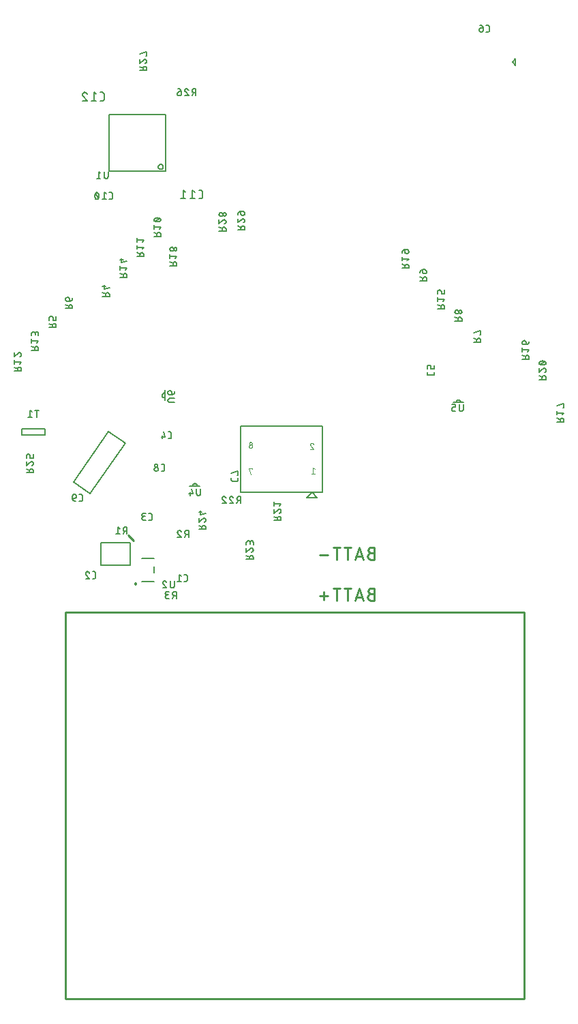
<source format=gbr>
G04 EAGLE Gerber X2 export*
%TF.Part,Single*%
%TF.FileFunction,Legend,Bot,1*%
%TF.FilePolarity,Positive*%
%TF.GenerationSoftware,Autodesk,EAGLE,9.0.1*%
%TF.CreationDate,2018-06-27T06:52:03Z*%
G75*
%MOMM*%
%FSLAX34Y34*%
%LPD*%
%AMOC8*
5,1,8,0,0,1.08239X$1,22.5*%
G01*
%ADD10C,0.254000*%
%ADD11C,0.279400*%
%ADD12C,0.127000*%
%ADD13C,0.152400*%
%ADD14C,0.200000*%
%ADD15C,0.076200*%
%ADD16C,0.203200*%


D10*
X662000Y23800D02*
X92000Y23800D01*
X92000Y503800D01*
X662000Y503800D01*
X662000Y23800D01*
D11*
X476123Y526613D02*
X471960Y526613D01*
X471832Y526611D01*
X471704Y526605D01*
X471576Y526595D01*
X471448Y526581D01*
X471321Y526564D01*
X471195Y526542D01*
X471069Y526517D01*
X470945Y526487D01*
X470821Y526454D01*
X470698Y526417D01*
X470576Y526376D01*
X470456Y526332D01*
X470337Y526284D01*
X470220Y526232D01*
X470104Y526177D01*
X469991Y526118D01*
X469879Y526055D01*
X469768Y525989D01*
X469661Y525920D01*
X469555Y525848D01*
X469451Y525772D01*
X469350Y525693D01*
X469251Y525611D01*
X469155Y525526D01*
X469062Y525439D01*
X468971Y525348D01*
X468884Y525255D01*
X468799Y525159D01*
X468717Y525060D01*
X468638Y524959D01*
X468562Y524855D01*
X468490Y524749D01*
X468421Y524642D01*
X468355Y524532D01*
X468292Y524419D01*
X468233Y524306D01*
X468178Y524190D01*
X468126Y524073D01*
X468078Y523954D01*
X468034Y523834D01*
X467993Y523712D01*
X467956Y523589D01*
X467923Y523465D01*
X467893Y523341D01*
X467868Y523215D01*
X467846Y523089D01*
X467829Y522962D01*
X467815Y522834D01*
X467805Y522706D01*
X467799Y522578D01*
X467797Y522450D01*
X467799Y522322D01*
X467805Y522194D01*
X467815Y522066D01*
X467829Y521938D01*
X467846Y521811D01*
X467868Y521685D01*
X467893Y521559D01*
X467923Y521435D01*
X467956Y521311D01*
X467993Y521188D01*
X468034Y521066D01*
X468078Y520946D01*
X468126Y520827D01*
X468178Y520710D01*
X468233Y520594D01*
X468292Y520481D01*
X468355Y520369D01*
X468421Y520258D01*
X468490Y520151D01*
X468562Y520045D01*
X468638Y519941D01*
X468717Y519840D01*
X468799Y519741D01*
X468884Y519645D01*
X468971Y519552D01*
X469062Y519461D01*
X469155Y519374D01*
X469251Y519289D01*
X469350Y519207D01*
X469451Y519128D01*
X469555Y519052D01*
X469661Y518980D01*
X469768Y518911D01*
X469879Y518845D01*
X469991Y518782D01*
X470104Y518723D01*
X470220Y518668D01*
X470337Y518616D01*
X470456Y518568D01*
X470576Y518524D01*
X470698Y518483D01*
X470821Y518446D01*
X470945Y518413D01*
X471069Y518383D01*
X471195Y518358D01*
X471321Y518336D01*
X471448Y518319D01*
X471576Y518305D01*
X471704Y518295D01*
X471832Y518289D01*
X471960Y518287D01*
X476123Y518287D01*
X476123Y533273D01*
X471960Y533273D01*
X471846Y533271D01*
X471733Y533265D01*
X471619Y533256D01*
X471507Y533242D01*
X471394Y533225D01*
X471282Y533203D01*
X471172Y533178D01*
X471062Y533150D01*
X470953Y533117D01*
X470845Y533081D01*
X470738Y533041D01*
X470633Y532997D01*
X470530Y532950D01*
X470428Y532900D01*
X470328Y532846D01*
X470230Y532788D01*
X470134Y532727D01*
X470040Y532664D01*
X469948Y532596D01*
X469858Y532526D01*
X469772Y532453D01*
X469687Y532377D01*
X469605Y532298D01*
X469526Y532216D01*
X469450Y532131D01*
X469377Y532045D01*
X469307Y531955D01*
X469239Y531863D01*
X469176Y531769D01*
X469115Y531673D01*
X469057Y531575D01*
X469003Y531475D01*
X468953Y531373D01*
X468906Y531270D01*
X468862Y531165D01*
X468822Y531058D01*
X468786Y530950D01*
X468753Y530841D01*
X468725Y530731D01*
X468700Y530621D01*
X468678Y530509D01*
X468661Y530396D01*
X468647Y530284D01*
X468638Y530170D01*
X468632Y530057D01*
X468630Y529943D01*
X468632Y529829D01*
X468638Y529716D01*
X468647Y529602D01*
X468661Y529490D01*
X468678Y529377D01*
X468700Y529265D01*
X468725Y529155D01*
X468753Y529045D01*
X468786Y528936D01*
X468822Y528828D01*
X468862Y528721D01*
X468906Y528616D01*
X468953Y528513D01*
X469003Y528411D01*
X469057Y528311D01*
X469115Y528213D01*
X469176Y528117D01*
X469239Y528023D01*
X469307Y527931D01*
X469377Y527841D01*
X469450Y527755D01*
X469526Y527670D01*
X469605Y527588D01*
X469687Y527509D01*
X469772Y527433D01*
X469858Y527360D01*
X469948Y527290D01*
X470040Y527222D01*
X470134Y527159D01*
X470230Y527098D01*
X470328Y527040D01*
X470428Y526986D01*
X470530Y526936D01*
X470633Y526889D01*
X470738Y526845D01*
X470845Y526805D01*
X470953Y526769D01*
X471062Y526736D01*
X471172Y526708D01*
X471282Y526683D01*
X471394Y526661D01*
X471507Y526644D01*
X471619Y526630D01*
X471733Y526621D01*
X471846Y526615D01*
X471960Y526613D01*
X462163Y518287D02*
X457168Y533273D01*
X452173Y518287D01*
X453422Y522034D02*
X460915Y522034D01*
X442579Y518287D02*
X442579Y533273D01*
X446742Y533273D02*
X438416Y533273D01*
X429032Y533273D02*
X429032Y518287D01*
X433195Y533273D02*
X424869Y533273D01*
X418396Y524115D02*
X408405Y524115D01*
X413401Y519120D02*
X413401Y529110D01*
X471960Y577413D02*
X476123Y577413D01*
X471960Y577413D02*
X471832Y577411D01*
X471704Y577405D01*
X471576Y577395D01*
X471448Y577381D01*
X471321Y577364D01*
X471195Y577342D01*
X471069Y577317D01*
X470945Y577287D01*
X470821Y577254D01*
X470698Y577217D01*
X470576Y577176D01*
X470456Y577132D01*
X470337Y577084D01*
X470220Y577032D01*
X470104Y576977D01*
X469991Y576918D01*
X469879Y576855D01*
X469768Y576789D01*
X469661Y576720D01*
X469555Y576648D01*
X469451Y576572D01*
X469350Y576493D01*
X469251Y576411D01*
X469155Y576326D01*
X469062Y576239D01*
X468971Y576148D01*
X468884Y576055D01*
X468799Y575959D01*
X468717Y575860D01*
X468638Y575759D01*
X468562Y575655D01*
X468490Y575549D01*
X468421Y575442D01*
X468355Y575332D01*
X468292Y575219D01*
X468233Y575106D01*
X468178Y574990D01*
X468126Y574873D01*
X468078Y574754D01*
X468034Y574634D01*
X467993Y574512D01*
X467956Y574389D01*
X467923Y574265D01*
X467893Y574141D01*
X467868Y574015D01*
X467846Y573889D01*
X467829Y573762D01*
X467815Y573634D01*
X467805Y573506D01*
X467799Y573378D01*
X467797Y573250D01*
X467799Y573122D01*
X467805Y572994D01*
X467815Y572866D01*
X467829Y572738D01*
X467846Y572611D01*
X467868Y572485D01*
X467893Y572359D01*
X467923Y572235D01*
X467956Y572111D01*
X467993Y571988D01*
X468034Y571866D01*
X468078Y571746D01*
X468126Y571627D01*
X468178Y571510D01*
X468233Y571394D01*
X468292Y571281D01*
X468355Y571169D01*
X468421Y571058D01*
X468490Y570951D01*
X468562Y570845D01*
X468638Y570741D01*
X468717Y570640D01*
X468799Y570541D01*
X468884Y570445D01*
X468971Y570352D01*
X469062Y570261D01*
X469155Y570174D01*
X469251Y570089D01*
X469350Y570007D01*
X469451Y569928D01*
X469555Y569852D01*
X469661Y569780D01*
X469768Y569711D01*
X469879Y569645D01*
X469991Y569582D01*
X470104Y569523D01*
X470220Y569468D01*
X470337Y569416D01*
X470456Y569368D01*
X470576Y569324D01*
X470698Y569283D01*
X470821Y569246D01*
X470945Y569213D01*
X471069Y569183D01*
X471195Y569158D01*
X471321Y569136D01*
X471448Y569119D01*
X471576Y569105D01*
X471704Y569095D01*
X471832Y569089D01*
X471960Y569087D01*
X476123Y569087D01*
X476123Y584073D01*
X471960Y584073D01*
X471846Y584071D01*
X471733Y584065D01*
X471619Y584056D01*
X471507Y584042D01*
X471394Y584025D01*
X471282Y584003D01*
X471172Y583978D01*
X471062Y583950D01*
X470953Y583917D01*
X470845Y583881D01*
X470738Y583841D01*
X470633Y583797D01*
X470530Y583750D01*
X470428Y583700D01*
X470328Y583646D01*
X470230Y583588D01*
X470134Y583527D01*
X470040Y583464D01*
X469948Y583396D01*
X469858Y583326D01*
X469772Y583253D01*
X469687Y583177D01*
X469605Y583098D01*
X469526Y583016D01*
X469450Y582931D01*
X469377Y582845D01*
X469307Y582755D01*
X469239Y582663D01*
X469176Y582569D01*
X469115Y582473D01*
X469057Y582375D01*
X469003Y582275D01*
X468953Y582173D01*
X468906Y582070D01*
X468862Y581965D01*
X468822Y581858D01*
X468786Y581750D01*
X468753Y581641D01*
X468725Y581531D01*
X468700Y581421D01*
X468678Y581309D01*
X468661Y581196D01*
X468647Y581084D01*
X468638Y580970D01*
X468632Y580857D01*
X468630Y580743D01*
X468632Y580629D01*
X468638Y580516D01*
X468647Y580402D01*
X468661Y580290D01*
X468678Y580177D01*
X468700Y580065D01*
X468725Y579955D01*
X468753Y579845D01*
X468786Y579736D01*
X468822Y579628D01*
X468862Y579521D01*
X468906Y579416D01*
X468953Y579313D01*
X469003Y579211D01*
X469057Y579111D01*
X469115Y579013D01*
X469176Y578917D01*
X469239Y578823D01*
X469307Y578731D01*
X469377Y578641D01*
X469450Y578555D01*
X469526Y578470D01*
X469605Y578388D01*
X469687Y578309D01*
X469772Y578233D01*
X469858Y578160D01*
X469948Y578090D01*
X470040Y578022D01*
X470134Y577959D01*
X470230Y577898D01*
X470328Y577840D01*
X470428Y577786D01*
X470530Y577736D01*
X470633Y577689D01*
X470738Y577645D01*
X470845Y577605D01*
X470953Y577569D01*
X471062Y577536D01*
X471172Y577508D01*
X471282Y577483D01*
X471394Y577461D01*
X471507Y577444D01*
X471619Y577430D01*
X471733Y577421D01*
X471846Y577415D01*
X471960Y577413D01*
X462163Y569087D02*
X457168Y584073D01*
X452173Y569087D01*
X453422Y572834D02*
X460915Y572834D01*
X442579Y569087D02*
X442579Y584073D01*
X446742Y584073D02*
X438416Y584073D01*
X429032Y584073D02*
X429032Y569087D01*
X433195Y584073D02*
X424869Y584073D01*
X418396Y574915D02*
X408405Y574915D01*
D10*
X176936Y592607D02*
X170163Y599380D01*
D12*
X216510Y1051340D02*
X216510Y1053440D01*
X216510Y1053540D02*
X216510Y1121340D01*
X146510Y1121340D01*
X146510Y1051340D01*
X216510Y1051340D01*
X207749Y1056940D02*
X207751Y1057051D01*
X207757Y1057161D01*
X207767Y1057271D01*
X207781Y1057381D01*
X207799Y1057490D01*
X207821Y1057598D01*
X207846Y1057706D01*
X207876Y1057812D01*
X207909Y1057917D01*
X207946Y1058021D01*
X207987Y1058124D01*
X208032Y1058225D01*
X208080Y1058325D01*
X208132Y1058422D01*
X208187Y1058518D01*
X208246Y1058612D01*
X208308Y1058703D01*
X208373Y1058792D01*
X208442Y1058879D01*
X208513Y1058963D01*
X208588Y1059045D01*
X208665Y1059124D01*
X208745Y1059200D01*
X208828Y1059273D01*
X208914Y1059343D01*
X209002Y1059410D01*
X209092Y1059474D01*
X209185Y1059534D01*
X209279Y1059591D01*
X209376Y1059644D01*
X209475Y1059694D01*
X209575Y1059741D01*
X209677Y1059784D01*
X209780Y1059823D01*
X209885Y1059858D01*
X209991Y1059889D01*
X210098Y1059917D01*
X210206Y1059941D01*
X210315Y1059961D01*
X210424Y1059977D01*
X210534Y1059989D01*
X210644Y1059997D01*
X210755Y1060001D01*
X210865Y1060001D01*
X210976Y1059997D01*
X211086Y1059989D01*
X211196Y1059977D01*
X211305Y1059961D01*
X211414Y1059941D01*
X211522Y1059917D01*
X211629Y1059889D01*
X211735Y1059858D01*
X211840Y1059823D01*
X211943Y1059784D01*
X212045Y1059741D01*
X212145Y1059694D01*
X212244Y1059644D01*
X212340Y1059591D01*
X212435Y1059534D01*
X212528Y1059474D01*
X212618Y1059410D01*
X212706Y1059343D01*
X212792Y1059273D01*
X212875Y1059200D01*
X212955Y1059124D01*
X213032Y1059045D01*
X213107Y1058963D01*
X213178Y1058879D01*
X213247Y1058792D01*
X213312Y1058703D01*
X213374Y1058612D01*
X213433Y1058518D01*
X213488Y1058422D01*
X213540Y1058325D01*
X213588Y1058225D01*
X213633Y1058124D01*
X213674Y1058021D01*
X213711Y1057917D01*
X213744Y1057812D01*
X213774Y1057706D01*
X213799Y1057598D01*
X213821Y1057490D01*
X213839Y1057381D01*
X213853Y1057271D01*
X213863Y1057161D01*
X213869Y1057051D01*
X213871Y1056940D01*
X213869Y1056829D01*
X213863Y1056719D01*
X213853Y1056609D01*
X213839Y1056499D01*
X213821Y1056390D01*
X213799Y1056282D01*
X213774Y1056174D01*
X213744Y1056068D01*
X213711Y1055963D01*
X213674Y1055859D01*
X213633Y1055756D01*
X213588Y1055655D01*
X213540Y1055555D01*
X213488Y1055458D01*
X213433Y1055362D01*
X213374Y1055268D01*
X213312Y1055177D01*
X213247Y1055088D01*
X213178Y1055001D01*
X213107Y1054917D01*
X213032Y1054835D01*
X212955Y1054756D01*
X212875Y1054680D01*
X212792Y1054607D01*
X212706Y1054537D01*
X212618Y1054470D01*
X212528Y1054406D01*
X212435Y1054346D01*
X212341Y1054289D01*
X212244Y1054236D01*
X212145Y1054186D01*
X212045Y1054139D01*
X211943Y1054096D01*
X211840Y1054057D01*
X211735Y1054022D01*
X211629Y1053991D01*
X211522Y1053963D01*
X211414Y1053939D01*
X211305Y1053919D01*
X211196Y1053903D01*
X211086Y1053891D01*
X210976Y1053883D01*
X210865Y1053879D01*
X210755Y1053879D01*
X210644Y1053883D01*
X210534Y1053891D01*
X210424Y1053903D01*
X210315Y1053919D01*
X210206Y1053939D01*
X210098Y1053963D01*
X209991Y1053991D01*
X209885Y1054022D01*
X209780Y1054057D01*
X209677Y1054096D01*
X209575Y1054139D01*
X209475Y1054186D01*
X209376Y1054236D01*
X209279Y1054289D01*
X209185Y1054346D01*
X209092Y1054406D01*
X209002Y1054470D01*
X208914Y1054537D01*
X208828Y1054607D01*
X208745Y1054680D01*
X208665Y1054756D01*
X208588Y1054835D01*
X208513Y1054917D01*
X208442Y1055001D01*
X208373Y1055088D01*
X208308Y1055177D01*
X208246Y1055268D01*
X208187Y1055362D01*
X208132Y1055458D01*
X208080Y1055555D01*
X208032Y1055655D01*
X207987Y1055756D01*
X207946Y1055859D01*
X207909Y1055963D01*
X207876Y1056068D01*
X207846Y1056174D01*
X207821Y1056282D01*
X207799Y1056390D01*
X207781Y1056499D01*
X207767Y1056609D01*
X207757Y1056719D01*
X207751Y1056829D01*
X207749Y1056940D01*
D13*
X145393Y1050995D02*
X145393Y1044758D01*
X145391Y1044661D01*
X145385Y1044565D01*
X145376Y1044469D01*
X145362Y1044373D01*
X145345Y1044278D01*
X145323Y1044184D01*
X145298Y1044091D01*
X145270Y1043998D01*
X145237Y1043907D01*
X145201Y1043818D01*
X145161Y1043730D01*
X145118Y1043643D01*
X145072Y1043559D01*
X145022Y1043476D01*
X144968Y1043395D01*
X144912Y1043317D01*
X144852Y1043241D01*
X144790Y1043167D01*
X144724Y1043096D01*
X144656Y1043028D01*
X144585Y1042962D01*
X144511Y1042900D01*
X144435Y1042840D01*
X144357Y1042784D01*
X144276Y1042730D01*
X144193Y1042680D01*
X144109Y1042634D01*
X144022Y1042591D01*
X143934Y1042551D01*
X143845Y1042515D01*
X143754Y1042482D01*
X143661Y1042454D01*
X143568Y1042429D01*
X143474Y1042407D01*
X143379Y1042390D01*
X143283Y1042376D01*
X143187Y1042367D01*
X143091Y1042361D01*
X142994Y1042359D01*
X142897Y1042361D01*
X142801Y1042367D01*
X142705Y1042376D01*
X142609Y1042390D01*
X142514Y1042407D01*
X142420Y1042429D01*
X142327Y1042454D01*
X142234Y1042482D01*
X142143Y1042515D01*
X142054Y1042551D01*
X141966Y1042591D01*
X141879Y1042634D01*
X141795Y1042680D01*
X141712Y1042730D01*
X141631Y1042784D01*
X141553Y1042840D01*
X141477Y1042900D01*
X141403Y1042962D01*
X141332Y1043028D01*
X141264Y1043096D01*
X141198Y1043167D01*
X141136Y1043241D01*
X141076Y1043317D01*
X141020Y1043395D01*
X140966Y1043476D01*
X140916Y1043559D01*
X140870Y1043643D01*
X140827Y1043730D01*
X140787Y1043818D01*
X140751Y1043907D01*
X140718Y1043998D01*
X140690Y1044091D01*
X140665Y1044184D01*
X140643Y1044278D01*
X140626Y1044373D01*
X140612Y1044469D01*
X140603Y1044565D01*
X140597Y1044661D01*
X140595Y1044758D01*
X140596Y1044758D02*
X140596Y1050995D01*
X135944Y1049076D02*
X133546Y1050995D01*
X133546Y1042359D01*
X135944Y1042359D02*
X131147Y1042359D01*
D12*
X136620Y589712D02*
X172620Y589712D01*
X136620Y589712D02*
X136620Y561712D01*
X172620Y561712D01*
X172620Y589712D01*
D13*
X168828Y600602D02*
X168828Y609238D01*
X166429Y609238D01*
X166332Y609236D01*
X166236Y609230D01*
X166140Y609221D01*
X166044Y609207D01*
X165949Y609190D01*
X165855Y609168D01*
X165762Y609143D01*
X165669Y609115D01*
X165578Y609082D01*
X165489Y609046D01*
X165401Y609006D01*
X165314Y608963D01*
X165230Y608917D01*
X165147Y608867D01*
X165066Y608813D01*
X164988Y608757D01*
X164912Y608697D01*
X164838Y608635D01*
X164767Y608569D01*
X164699Y608501D01*
X164633Y608430D01*
X164571Y608356D01*
X164511Y608280D01*
X164455Y608202D01*
X164401Y608121D01*
X164351Y608039D01*
X164305Y607954D01*
X164262Y607867D01*
X164222Y607779D01*
X164186Y607690D01*
X164153Y607599D01*
X164125Y607506D01*
X164100Y607413D01*
X164078Y607319D01*
X164061Y607224D01*
X164047Y607128D01*
X164038Y607032D01*
X164032Y606936D01*
X164030Y606839D01*
X164032Y606742D01*
X164038Y606646D01*
X164047Y606550D01*
X164061Y606454D01*
X164078Y606359D01*
X164100Y606265D01*
X164125Y606172D01*
X164153Y606079D01*
X164186Y605988D01*
X164222Y605899D01*
X164262Y605811D01*
X164305Y605724D01*
X164351Y605640D01*
X164401Y605557D01*
X164455Y605476D01*
X164511Y605398D01*
X164571Y605322D01*
X164633Y605248D01*
X164699Y605177D01*
X164767Y605109D01*
X164838Y605043D01*
X164912Y604981D01*
X164988Y604921D01*
X165066Y604865D01*
X165147Y604811D01*
X165229Y604761D01*
X165314Y604715D01*
X165401Y604672D01*
X165489Y604632D01*
X165578Y604596D01*
X165669Y604563D01*
X165762Y604535D01*
X165855Y604510D01*
X165949Y604488D01*
X166044Y604471D01*
X166140Y604457D01*
X166236Y604448D01*
X166332Y604442D01*
X166429Y604440D01*
X168828Y604440D01*
X165949Y604440D02*
X164030Y600602D01*
X159768Y607319D02*
X157370Y609238D01*
X157370Y600602D01*
X159768Y600602D02*
X154971Y600602D01*
X245528Y596612D02*
X245528Y605248D01*
X243129Y605248D01*
X243032Y605246D01*
X242936Y605240D01*
X242840Y605231D01*
X242744Y605217D01*
X242649Y605200D01*
X242555Y605178D01*
X242462Y605153D01*
X242369Y605125D01*
X242278Y605092D01*
X242189Y605056D01*
X242101Y605016D01*
X242014Y604973D01*
X241930Y604927D01*
X241847Y604877D01*
X241766Y604823D01*
X241688Y604767D01*
X241612Y604707D01*
X241538Y604645D01*
X241467Y604579D01*
X241399Y604511D01*
X241333Y604440D01*
X241271Y604366D01*
X241211Y604290D01*
X241155Y604212D01*
X241101Y604131D01*
X241051Y604049D01*
X241005Y603964D01*
X240962Y603877D01*
X240922Y603789D01*
X240886Y603700D01*
X240853Y603609D01*
X240825Y603516D01*
X240800Y603423D01*
X240778Y603329D01*
X240761Y603234D01*
X240747Y603138D01*
X240738Y603042D01*
X240732Y602946D01*
X240730Y602849D01*
X240732Y602752D01*
X240738Y602656D01*
X240747Y602560D01*
X240761Y602464D01*
X240778Y602369D01*
X240800Y602275D01*
X240825Y602182D01*
X240853Y602089D01*
X240886Y601998D01*
X240922Y601909D01*
X240962Y601821D01*
X241005Y601734D01*
X241051Y601650D01*
X241101Y601567D01*
X241155Y601486D01*
X241211Y601408D01*
X241271Y601332D01*
X241333Y601258D01*
X241399Y601187D01*
X241467Y601119D01*
X241538Y601053D01*
X241612Y600991D01*
X241688Y600931D01*
X241766Y600875D01*
X241847Y600821D01*
X241929Y600771D01*
X242014Y600725D01*
X242101Y600682D01*
X242189Y600642D01*
X242278Y600606D01*
X242369Y600573D01*
X242462Y600545D01*
X242555Y600520D01*
X242649Y600498D01*
X242744Y600481D01*
X242840Y600467D01*
X242936Y600458D01*
X243032Y600452D01*
X243129Y600450D01*
X245528Y600450D01*
X242649Y600450D02*
X240730Y596612D01*
X233830Y605248D02*
X233738Y605246D01*
X233647Y605240D01*
X233556Y605231D01*
X233465Y605217D01*
X233375Y605200D01*
X233286Y605178D01*
X233198Y605153D01*
X233111Y605125D01*
X233025Y605092D01*
X232941Y605056D01*
X232858Y605017D01*
X232777Y604974D01*
X232698Y604927D01*
X232621Y604878D01*
X232546Y604825D01*
X232474Y604769D01*
X232404Y604710D01*
X232336Y604648D01*
X232271Y604583D01*
X232209Y604515D01*
X232150Y604445D01*
X232094Y604373D01*
X232041Y604298D01*
X231992Y604221D01*
X231945Y604142D01*
X231902Y604061D01*
X231863Y603978D01*
X231827Y603894D01*
X231794Y603808D01*
X231766Y603721D01*
X231741Y603633D01*
X231719Y603544D01*
X231702Y603454D01*
X231688Y603363D01*
X231679Y603272D01*
X231673Y603181D01*
X231671Y603089D01*
X233830Y605249D02*
X233933Y605247D01*
X234035Y605241D01*
X234137Y605232D01*
X234239Y605219D01*
X234340Y605202D01*
X234441Y605181D01*
X234540Y605157D01*
X234639Y605128D01*
X234736Y605097D01*
X234833Y605061D01*
X234928Y605023D01*
X235021Y604980D01*
X235113Y604934D01*
X235203Y604885D01*
X235291Y604833D01*
X235378Y604777D01*
X235462Y604718D01*
X235543Y604657D01*
X235623Y604592D01*
X235700Y604524D01*
X235775Y604453D01*
X235846Y604380D01*
X235915Y604304D01*
X235982Y604226D01*
X236045Y604145D01*
X236105Y604062D01*
X236162Y603977D01*
X236216Y603890D01*
X236267Y603800D01*
X236314Y603709D01*
X236358Y603617D01*
X236399Y603522D01*
X236436Y603427D01*
X236469Y603330D01*
X232391Y601410D02*
X232324Y601476D01*
X232260Y601545D01*
X232199Y601616D01*
X232141Y601690D01*
X232086Y601766D01*
X232034Y601844D01*
X231985Y601924D01*
X231939Y602006D01*
X231897Y602090D01*
X231858Y602176D01*
X231823Y602263D01*
X231792Y602351D01*
X231764Y602441D01*
X231739Y602531D01*
X231718Y602623D01*
X231701Y602715D01*
X231688Y602808D01*
X231679Y602901D01*
X231673Y602995D01*
X231671Y603089D01*
X232390Y601410D02*
X236468Y596612D01*
X231671Y596612D01*
X239753Y541930D02*
X241672Y541930D01*
X241758Y541932D01*
X241844Y541938D01*
X241930Y541947D01*
X242015Y541961D01*
X242099Y541978D01*
X242183Y541999D01*
X242265Y542024D01*
X242346Y542052D01*
X242426Y542084D01*
X242505Y542120D01*
X242581Y542159D01*
X242656Y542202D01*
X242729Y542247D01*
X242800Y542297D01*
X242868Y542349D01*
X242935Y542404D01*
X242998Y542462D01*
X243059Y542523D01*
X243117Y542586D01*
X243172Y542653D01*
X243225Y542721D01*
X243274Y542792D01*
X243319Y542865D01*
X243362Y542940D01*
X243401Y543016D01*
X243437Y543095D01*
X243469Y543175D01*
X243497Y543256D01*
X243522Y543339D01*
X243543Y543422D01*
X243560Y543506D01*
X243574Y543591D01*
X243583Y543677D01*
X243589Y543763D01*
X243591Y543849D01*
X243591Y548647D01*
X243589Y548733D01*
X243583Y548819D01*
X243574Y548905D01*
X243560Y548990D01*
X243543Y549074D01*
X243522Y549158D01*
X243497Y549240D01*
X243469Y549321D01*
X243437Y549401D01*
X243401Y549480D01*
X243362Y549556D01*
X243319Y549631D01*
X243274Y549704D01*
X243225Y549775D01*
X243172Y549843D01*
X243117Y549910D01*
X243059Y549973D01*
X242998Y550034D01*
X242935Y550092D01*
X242869Y550147D01*
X242800Y550199D01*
X242729Y550249D01*
X242656Y550294D01*
X242581Y550337D01*
X242505Y550376D01*
X242426Y550412D01*
X242346Y550444D01*
X242265Y550472D01*
X242183Y550497D01*
X242099Y550518D01*
X242015Y550535D01*
X241930Y550549D01*
X241844Y550558D01*
X241758Y550564D01*
X241672Y550566D01*
X239753Y550566D01*
X235933Y548647D02*
X233534Y550566D01*
X233534Y541930D01*
X231136Y541930D02*
X235933Y541930D01*
X127965Y545486D02*
X126046Y545486D01*
X127965Y545486D02*
X128051Y545488D01*
X128137Y545494D01*
X128223Y545503D01*
X128308Y545517D01*
X128392Y545534D01*
X128476Y545555D01*
X128558Y545580D01*
X128639Y545608D01*
X128719Y545640D01*
X128798Y545676D01*
X128874Y545715D01*
X128949Y545758D01*
X129022Y545803D01*
X129093Y545853D01*
X129161Y545905D01*
X129228Y545960D01*
X129291Y546018D01*
X129352Y546079D01*
X129410Y546142D01*
X129465Y546209D01*
X129518Y546277D01*
X129567Y546348D01*
X129612Y546421D01*
X129655Y546496D01*
X129694Y546572D01*
X129730Y546651D01*
X129762Y546731D01*
X129790Y546812D01*
X129815Y546895D01*
X129836Y546978D01*
X129853Y547062D01*
X129867Y547147D01*
X129876Y547233D01*
X129882Y547319D01*
X129884Y547405D01*
X129884Y552203D01*
X129882Y552289D01*
X129876Y552375D01*
X129867Y552461D01*
X129853Y552546D01*
X129836Y552630D01*
X129815Y552714D01*
X129790Y552796D01*
X129762Y552877D01*
X129730Y552957D01*
X129694Y553036D01*
X129655Y553112D01*
X129612Y553187D01*
X129567Y553260D01*
X129518Y553331D01*
X129465Y553399D01*
X129410Y553466D01*
X129352Y553529D01*
X129291Y553590D01*
X129228Y553648D01*
X129162Y553703D01*
X129093Y553755D01*
X129022Y553805D01*
X128949Y553850D01*
X128874Y553893D01*
X128798Y553932D01*
X128719Y553968D01*
X128639Y554000D01*
X128558Y554028D01*
X128476Y554053D01*
X128392Y554074D01*
X128308Y554091D01*
X128223Y554105D01*
X128137Y554114D01*
X128051Y554120D01*
X127965Y554122D01*
X126046Y554122D01*
X119587Y554122D02*
X119495Y554120D01*
X119404Y554114D01*
X119313Y554105D01*
X119222Y554091D01*
X119132Y554074D01*
X119043Y554052D01*
X118955Y554027D01*
X118868Y553999D01*
X118782Y553966D01*
X118698Y553930D01*
X118615Y553891D01*
X118534Y553848D01*
X118455Y553801D01*
X118378Y553752D01*
X118303Y553699D01*
X118231Y553643D01*
X118161Y553584D01*
X118093Y553522D01*
X118028Y553457D01*
X117966Y553389D01*
X117907Y553319D01*
X117851Y553247D01*
X117798Y553172D01*
X117749Y553095D01*
X117702Y553016D01*
X117659Y552935D01*
X117620Y552852D01*
X117584Y552768D01*
X117551Y552682D01*
X117523Y552595D01*
X117498Y552507D01*
X117476Y552418D01*
X117459Y552328D01*
X117445Y552237D01*
X117436Y552146D01*
X117430Y552055D01*
X117428Y551963D01*
X119587Y554122D02*
X119690Y554120D01*
X119792Y554114D01*
X119894Y554105D01*
X119996Y554092D01*
X120097Y554075D01*
X120198Y554054D01*
X120297Y554030D01*
X120396Y554001D01*
X120493Y553970D01*
X120590Y553934D01*
X120685Y553896D01*
X120778Y553853D01*
X120870Y553807D01*
X120960Y553758D01*
X121048Y553706D01*
X121135Y553650D01*
X121219Y553591D01*
X121300Y553530D01*
X121380Y553465D01*
X121457Y553397D01*
X121532Y553326D01*
X121603Y553253D01*
X121672Y553177D01*
X121739Y553099D01*
X121802Y553018D01*
X121862Y552935D01*
X121919Y552850D01*
X121973Y552763D01*
X122024Y552673D01*
X122071Y552582D01*
X122115Y552490D01*
X122156Y552395D01*
X122193Y552300D01*
X122226Y552203D01*
X118148Y550284D02*
X118081Y550350D01*
X118017Y550419D01*
X117956Y550490D01*
X117898Y550564D01*
X117843Y550640D01*
X117791Y550718D01*
X117742Y550798D01*
X117696Y550880D01*
X117654Y550964D01*
X117615Y551050D01*
X117580Y551137D01*
X117549Y551225D01*
X117521Y551315D01*
X117496Y551405D01*
X117475Y551497D01*
X117458Y551589D01*
X117445Y551682D01*
X117436Y551775D01*
X117430Y551869D01*
X117428Y551963D01*
X118148Y550284D02*
X122226Y545486D01*
X117428Y545486D01*
X196069Y618044D02*
X197988Y618044D01*
X198074Y618046D01*
X198160Y618052D01*
X198246Y618061D01*
X198331Y618075D01*
X198415Y618092D01*
X198499Y618113D01*
X198581Y618138D01*
X198662Y618166D01*
X198742Y618198D01*
X198821Y618234D01*
X198897Y618273D01*
X198972Y618316D01*
X199045Y618361D01*
X199116Y618411D01*
X199184Y618463D01*
X199251Y618518D01*
X199314Y618576D01*
X199375Y618637D01*
X199433Y618700D01*
X199488Y618767D01*
X199541Y618835D01*
X199590Y618906D01*
X199635Y618979D01*
X199678Y619054D01*
X199717Y619130D01*
X199753Y619209D01*
X199785Y619289D01*
X199813Y619370D01*
X199838Y619453D01*
X199859Y619536D01*
X199876Y619620D01*
X199890Y619705D01*
X199899Y619791D01*
X199905Y619877D01*
X199907Y619963D01*
X199907Y624761D01*
X199905Y624847D01*
X199899Y624933D01*
X199890Y625019D01*
X199876Y625104D01*
X199859Y625188D01*
X199838Y625272D01*
X199813Y625354D01*
X199785Y625435D01*
X199753Y625515D01*
X199717Y625594D01*
X199678Y625670D01*
X199635Y625745D01*
X199590Y625818D01*
X199541Y625889D01*
X199488Y625957D01*
X199433Y626024D01*
X199375Y626087D01*
X199314Y626148D01*
X199251Y626206D01*
X199185Y626261D01*
X199116Y626313D01*
X199045Y626363D01*
X198972Y626408D01*
X198897Y626451D01*
X198821Y626490D01*
X198742Y626526D01*
X198662Y626558D01*
X198581Y626586D01*
X198499Y626611D01*
X198415Y626632D01*
X198331Y626649D01*
X198246Y626663D01*
X198160Y626672D01*
X198074Y626678D01*
X197988Y626680D01*
X196069Y626680D01*
X192249Y618044D02*
X189850Y618044D01*
X189753Y618046D01*
X189657Y618052D01*
X189561Y618061D01*
X189465Y618075D01*
X189370Y618092D01*
X189276Y618114D01*
X189183Y618139D01*
X189090Y618167D01*
X188999Y618200D01*
X188910Y618236D01*
X188822Y618276D01*
X188735Y618319D01*
X188650Y618365D01*
X188568Y618415D01*
X188487Y618469D01*
X188409Y618525D01*
X188333Y618585D01*
X188259Y618647D01*
X188188Y618713D01*
X188120Y618781D01*
X188054Y618852D01*
X187992Y618926D01*
X187932Y619002D01*
X187876Y619080D01*
X187822Y619161D01*
X187772Y619244D01*
X187726Y619328D01*
X187683Y619415D01*
X187643Y619503D01*
X187607Y619592D01*
X187574Y619683D01*
X187546Y619776D01*
X187521Y619869D01*
X187499Y619963D01*
X187482Y620058D01*
X187468Y620154D01*
X187459Y620250D01*
X187453Y620346D01*
X187451Y620443D01*
X187453Y620540D01*
X187459Y620636D01*
X187468Y620732D01*
X187482Y620828D01*
X187499Y620923D01*
X187521Y621017D01*
X187546Y621110D01*
X187574Y621203D01*
X187607Y621294D01*
X187643Y621383D01*
X187683Y621471D01*
X187726Y621558D01*
X187772Y621643D01*
X187822Y621725D01*
X187876Y621806D01*
X187932Y621884D01*
X187992Y621960D01*
X188054Y622034D01*
X188120Y622105D01*
X188188Y622173D01*
X188259Y622239D01*
X188333Y622301D01*
X188409Y622361D01*
X188487Y622417D01*
X188568Y622471D01*
X188651Y622521D01*
X188735Y622567D01*
X188822Y622610D01*
X188910Y622650D01*
X188999Y622686D01*
X189090Y622719D01*
X189183Y622747D01*
X189276Y622772D01*
X189370Y622794D01*
X189465Y622811D01*
X189561Y622825D01*
X189657Y622834D01*
X189753Y622840D01*
X189850Y622842D01*
X189370Y626680D02*
X192249Y626680D01*
X189370Y626680D02*
X189284Y626678D01*
X189198Y626672D01*
X189112Y626663D01*
X189027Y626649D01*
X188943Y626632D01*
X188859Y626611D01*
X188777Y626586D01*
X188696Y626558D01*
X188616Y626526D01*
X188537Y626490D01*
X188461Y626451D01*
X188386Y626408D01*
X188313Y626363D01*
X188242Y626314D01*
X188174Y626261D01*
X188107Y626206D01*
X188044Y626148D01*
X187983Y626087D01*
X187925Y626024D01*
X187870Y625957D01*
X187817Y625889D01*
X187768Y625818D01*
X187723Y625745D01*
X187680Y625670D01*
X187641Y625594D01*
X187605Y625515D01*
X187573Y625435D01*
X187545Y625354D01*
X187520Y625272D01*
X187499Y625188D01*
X187482Y625104D01*
X187468Y625019D01*
X187459Y624933D01*
X187453Y624847D01*
X187451Y624761D01*
X187453Y624675D01*
X187459Y624589D01*
X187468Y624503D01*
X187482Y624418D01*
X187499Y624334D01*
X187520Y624250D01*
X187545Y624168D01*
X187573Y624087D01*
X187605Y624007D01*
X187641Y623928D01*
X187680Y623852D01*
X187723Y623777D01*
X187768Y623704D01*
X187817Y623633D01*
X187870Y623565D01*
X187925Y623498D01*
X187983Y623435D01*
X188044Y623374D01*
X188107Y623316D01*
X188174Y623261D01*
X188242Y623208D01*
X188313Y623159D01*
X188386Y623114D01*
X188461Y623071D01*
X188537Y623032D01*
X188616Y622996D01*
X188696Y622964D01*
X188777Y622936D01*
X188859Y622911D01*
X188943Y622890D01*
X189027Y622873D01*
X189112Y622859D01*
X189198Y622850D01*
X189284Y622844D01*
X189370Y622842D01*
X189370Y622841D02*
X191289Y622841D01*
X230290Y529145D02*
X230290Y520509D01*
X230290Y529145D02*
X227891Y529145D01*
X227794Y529143D01*
X227698Y529137D01*
X227602Y529128D01*
X227506Y529114D01*
X227411Y529097D01*
X227317Y529075D01*
X227224Y529050D01*
X227131Y529022D01*
X227040Y528989D01*
X226951Y528953D01*
X226863Y528913D01*
X226776Y528870D01*
X226692Y528824D01*
X226609Y528774D01*
X226528Y528720D01*
X226450Y528664D01*
X226374Y528604D01*
X226300Y528542D01*
X226229Y528476D01*
X226161Y528408D01*
X226095Y528337D01*
X226033Y528263D01*
X225973Y528187D01*
X225917Y528109D01*
X225863Y528028D01*
X225813Y527946D01*
X225767Y527861D01*
X225724Y527774D01*
X225684Y527686D01*
X225648Y527597D01*
X225615Y527506D01*
X225587Y527413D01*
X225562Y527320D01*
X225540Y527226D01*
X225523Y527131D01*
X225509Y527035D01*
X225500Y526939D01*
X225494Y526843D01*
X225492Y526746D01*
X225494Y526649D01*
X225500Y526553D01*
X225509Y526457D01*
X225523Y526361D01*
X225540Y526266D01*
X225562Y526172D01*
X225587Y526079D01*
X225615Y525986D01*
X225648Y525895D01*
X225684Y525806D01*
X225724Y525718D01*
X225767Y525631D01*
X225813Y525547D01*
X225863Y525464D01*
X225917Y525383D01*
X225973Y525305D01*
X226033Y525229D01*
X226095Y525155D01*
X226161Y525084D01*
X226229Y525016D01*
X226300Y524950D01*
X226374Y524888D01*
X226450Y524828D01*
X226528Y524772D01*
X226609Y524718D01*
X226691Y524668D01*
X226776Y524622D01*
X226863Y524579D01*
X226951Y524539D01*
X227040Y524503D01*
X227131Y524470D01*
X227224Y524442D01*
X227317Y524417D01*
X227411Y524395D01*
X227506Y524378D01*
X227602Y524364D01*
X227698Y524355D01*
X227794Y524349D01*
X227891Y524347D01*
X230290Y524347D01*
X227412Y524347D02*
X225492Y520509D01*
X221231Y520509D02*
X218832Y520509D01*
X218735Y520511D01*
X218639Y520517D01*
X218543Y520526D01*
X218447Y520540D01*
X218352Y520557D01*
X218258Y520579D01*
X218165Y520604D01*
X218072Y520632D01*
X217981Y520665D01*
X217892Y520701D01*
X217804Y520741D01*
X217717Y520784D01*
X217632Y520830D01*
X217550Y520880D01*
X217469Y520934D01*
X217391Y520990D01*
X217315Y521050D01*
X217241Y521112D01*
X217170Y521178D01*
X217102Y521246D01*
X217036Y521317D01*
X216974Y521391D01*
X216914Y521467D01*
X216858Y521545D01*
X216804Y521626D01*
X216754Y521709D01*
X216708Y521793D01*
X216665Y521880D01*
X216625Y521968D01*
X216589Y522057D01*
X216556Y522148D01*
X216528Y522241D01*
X216503Y522334D01*
X216481Y522428D01*
X216464Y522523D01*
X216450Y522619D01*
X216441Y522715D01*
X216435Y522811D01*
X216433Y522908D01*
X216435Y523005D01*
X216441Y523101D01*
X216450Y523197D01*
X216464Y523293D01*
X216481Y523388D01*
X216503Y523482D01*
X216528Y523575D01*
X216556Y523668D01*
X216589Y523759D01*
X216625Y523848D01*
X216665Y523936D01*
X216708Y524023D01*
X216754Y524108D01*
X216804Y524190D01*
X216858Y524271D01*
X216914Y524349D01*
X216974Y524425D01*
X217036Y524499D01*
X217102Y524570D01*
X217170Y524638D01*
X217241Y524704D01*
X217315Y524766D01*
X217391Y524826D01*
X217469Y524882D01*
X217550Y524936D01*
X217633Y524986D01*
X217717Y525032D01*
X217804Y525075D01*
X217892Y525115D01*
X217981Y525151D01*
X218072Y525184D01*
X218165Y525212D01*
X218258Y525237D01*
X218352Y525259D01*
X218447Y525276D01*
X218543Y525290D01*
X218639Y525299D01*
X218735Y525305D01*
X218832Y525307D01*
X218352Y529145D02*
X221231Y529145D01*
X218352Y529145D02*
X218266Y529143D01*
X218180Y529137D01*
X218094Y529128D01*
X218009Y529114D01*
X217925Y529097D01*
X217841Y529076D01*
X217759Y529051D01*
X217678Y529023D01*
X217598Y528991D01*
X217519Y528955D01*
X217443Y528916D01*
X217368Y528873D01*
X217295Y528828D01*
X217224Y528779D01*
X217156Y528726D01*
X217089Y528671D01*
X217026Y528613D01*
X216965Y528552D01*
X216907Y528489D01*
X216852Y528422D01*
X216799Y528354D01*
X216750Y528283D01*
X216705Y528210D01*
X216662Y528135D01*
X216623Y528059D01*
X216587Y527980D01*
X216555Y527900D01*
X216527Y527819D01*
X216502Y527737D01*
X216481Y527653D01*
X216464Y527569D01*
X216450Y527484D01*
X216441Y527398D01*
X216435Y527312D01*
X216433Y527226D01*
X216435Y527140D01*
X216441Y527054D01*
X216450Y526968D01*
X216464Y526883D01*
X216481Y526799D01*
X216502Y526715D01*
X216527Y526633D01*
X216555Y526552D01*
X216587Y526472D01*
X216623Y526393D01*
X216662Y526317D01*
X216705Y526242D01*
X216750Y526169D01*
X216799Y526098D01*
X216852Y526030D01*
X216907Y525963D01*
X216965Y525900D01*
X217026Y525839D01*
X217089Y525781D01*
X217156Y525726D01*
X217224Y525673D01*
X217295Y525624D01*
X217368Y525579D01*
X217443Y525536D01*
X217519Y525497D01*
X217598Y525461D01*
X217678Y525429D01*
X217759Y525401D01*
X217841Y525376D01*
X217925Y525355D01*
X218009Y525338D01*
X218094Y525324D01*
X218180Y525315D01*
X218266Y525309D01*
X218352Y525307D01*
X220271Y525307D01*
X147186Y895771D02*
X138550Y895771D01*
X147186Y895771D02*
X147186Y898170D01*
X147184Y898267D01*
X147178Y898363D01*
X147169Y898459D01*
X147155Y898555D01*
X147138Y898650D01*
X147116Y898744D01*
X147091Y898837D01*
X147063Y898930D01*
X147030Y899021D01*
X146994Y899110D01*
X146954Y899198D01*
X146911Y899285D01*
X146865Y899370D01*
X146815Y899452D01*
X146761Y899533D01*
X146705Y899611D01*
X146645Y899687D01*
X146583Y899761D01*
X146517Y899832D01*
X146449Y899900D01*
X146378Y899966D01*
X146304Y900028D01*
X146228Y900088D01*
X146150Y900144D01*
X146069Y900198D01*
X145987Y900248D01*
X145902Y900294D01*
X145815Y900337D01*
X145727Y900377D01*
X145638Y900413D01*
X145547Y900446D01*
X145454Y900474D01*
X145361Y900499D01*
X145267Y900521D01*
X145172Y900538D01*
X145076Y900552D01*
X144980Y900561D01*
X144884Y900567D01*
X144787Y900569D01*
X144690Y900567D01*
X144594Y900561D01*
X144498Y900552D01*
X144402Y900538D01*
X144307Y900521D01*
X144213Y900499D01*
X144120Y900474D01*
X144027Y900446D01*
X143936Y900413D01*
X143847Y900377D01*
X143759Y900337D01*
X143672Y900294D01*
X143588Y900248D01*
X143505Y900198D01*
X143424Y900144D01*
X143346Y900088D01*
X143270Y900028D01*
X143196Y899966D01*
X143125Y899900D01*
X143057Y899832D01*
X142991Y899761D01*
X142929Y899687D01*
X142869Y899611D01*
X142813Y899533D01*
X142759Y899452D01*
X142709Y899370D01*
X142663Y899285D01*
X142620Y899198D01*
X142580Y899110D01*
X142544Y899021D01*
X142511Y898930D01*
X142483Y898837D01*
X142458Y898744D01*
X142436Y898650D01*
X142419Y898555D01*
X142405Y898459D01*
X142396Y898363D01*
X142390Y898267D01*
X142388Y898170D01*
X142388Y895771D01*
X142388Y898650D02*
X138550Y900569D01*
X140469Y904831D02*
X147186Y906750D01*
X140469Y904831D02*
X140469Y909628D01*
X142388Y908189D02*
X138550Y908189D01*
X80813Y857248D02*
X72177Y857248D01*
X80813Y857248D02*
X80813Y859647D01*
X80811Y859744D01*
X80805Y859840D01*
X80796Y859936D01*
X80782Y860032D01*
X80765Y860127D01*
X80743Y860221D01*
X80718Y860314D01*
X80690Y860407D01*
X80657Y860498D01*
X80621Y860587D01*
X80581Y860675D01*
X80538Y860762D01*
X80492Y860847D01*
X80442Y860929D01*
X80388Y861010D01*
X80332Y861088D01*
X80272Y861164D01*
X80210Y861238D01*
X80144Y861309D01*
X80076Y861377D01*
X80005Y861443D01*
X79931Y861505D01*
X79855Y861565D01*
X79777Y861621D01*
X79696Y861675D01*
X79614Y861725D01*
X79529Y861771D01*
X79442Y861814D01*
X79354Y861854D01*
X79265Y861890D01*
X79174Y861923D01*
X79081Y861951D01*
X78988Y861976D01*
X78894Y861998D01*
X78799Y862015D01*
X78703Y862029D01*
X78607Y862038D01*
X78511Y862044D01*
X78414Y862046D01*
X78317Y862044D01*
X78221Y862038D01*
X78125Y862029D01*
X78029Y862015D01*
X77934Y861998D01*
X77840Y861976D01*
X77747Y861951D01*
X77654Y861923D01*
X77563Y861890D01*
X77474Y861854D01*
X77386Y861814D01*
X77299Y861771D01*
X77215Y861725D01*
X77132Y861675D01*
X77051Y861621D01*
X76973Y861565D01*
X76897Y861505D01*
X76823Y861443D01*
X76752Y861377D01*
X76684Y861309D01*
X76618Y861238D01*
X76556Y861164D01*
X76496Y861088D01*
X76440Y861010D01*
X76386Y860929D01*
X76336Y860847D01*
X76290Y860762D01*
X76247Y860675D01*
X76207Y860587D01*
X76171Y860498D01*
X76138Y860407D01*
X76110Y860314D01*
X76085Y860221D01*
X76063Y860127D01*
X76046Y860032D01*
X76032Y859936D01*
X76023Y859840D01*
X76017Y859744D01*
X76015Y859647D01*
X76015Y857248D01*
X76015Y860127D02*
X72177Y862046D01*
X72177Y866307D02*
X72177Y869186D01*
X72179Y869272D01*
X72185Y869358D01*
X72194Y869444D01*
X72208Y869529D01*
X72225Y869613D01*
X72246Y869697D01*
X72271Y869779D01*
X72299Y869860D01*
X72331Y869940D01*
X72367Y870019D01*
X72406Y870095D01*
X72449Y870170D01*
X72494Y870243D01*
X72544Y870314D01*
X72596Y870382D01*
X72651Y870449D01*
X72709Y870512D01*
X72770Y870573D01*
X72833Y870631D01*
X72900Y870686D01*
X72968Y870739D01*
X73039Y870788D01*
X73112Y870833D01*
X73187Y870876D01*
X73263Y870915D01*
X73342Y870951D01*
X73422Y870983D01*
X73503Y871011D01*
X73586Y871036D01*
X73669Y871057D01*
X73753Y871074D01*
X73838Y871088D01*
X73924Y871097D01*
X74010Y871103D01*
X74096Y871105D01*
X75055Y871105D01*
X75141Y871103D01*
X75227Y871097D01*
X75313Y871088D01*
X75398Y871074D01*
X75482Y871057D01*
X75566Y871036D01*
X75648Y871011D01*
X75729Y870983D01*
X75809Y870951D01*
X75888Y870915D01*
X75964Y870876D01*
X76039Y870833D01*
X76112Y870788D01*
X76183Y870739D01*
X76251Y870686D01*
X76318Y870631D01*
X76381Y870573D01*
X76442Y870512D01*
X76500Y870449D01*
X76555Y870382D01*
X76608Y870314D01*
X76657Y870243D01*
X76702Y870170D01*
X76745Y870095D01*
X76784Y870019D01*
X76820Y869940D01*
X76852Y869860D01*
X76880Y869779D01*
X76905Y869697D01*
X76926Y869613D01*
X76943Y869529D01*
X76957Y869444D01*
X76966Y869358D01*
X76972Y869272D01*
X76974Y869186D01*
X76975Y869186D02*
X76975Y866307D01*
X80813Y866307D01*
X80813Y871105D01*
X92494Y880870D02*
X101130Y880870D01*
X101130Y883269D01*
X101128Y883366D01*
X101122Y883462D01*
X101113Y883558D01*
X101099Y883654D01*
X101082Y883749D01*
X101060Y883843D01*
X101035Y883936D01*
X101007Y884029D01*
X100974Y884120D01*
X100938Y884209D01*
X100898Y884297D01*
X100855Y884384D01*
X100809Y884469D01*
X100759Y884551D01*
X100705Y884632D01*
X100649Y884710D01*
X100589Y884786D01*
X100527Y884860D01*
X100461Y884931D01*
X100393Y884999D01*
X100322Y885065D01*
X100248Y885127D01*
X100172Y885187D01*
X100094Y885243D01*
X100013Y885297D01*
X99931Y885347D01*
X99846Y885393D01*
X99759Y885436D01*
X99671Y885476D01*
X99582Y885512D01*
X99491Y885545D01*
X99398Y885573D01*
X99305Y885598D01*
X99211Y885620D01*
X99116Y885637D01*
X99020Y885651D01*
X98924Y885660D01*
X98828Y885666D01*
X98731Y885668D01*
X98634Y885666D01*
X98538Y885660D01*
X98442Y885651D01*
X98346Y885637D01*
X98251Y885620D01*
X98157Y885598D01*
X98064Y885573D01*
X97971Y885545D01*
X97880Y885512D01*
X97791Y885476D01*
X97703Y885436D01*
X97616Y885393D01*
X97532Y885347D01*
X97449Y885297D01*
X97368Y885243D01*
X97290Y885187D01*
X97214Y885127D01*
X97140Y885065D01*
X97069Y884999D01*
X97001Y884931D01*
X96935Y884860D01*
X96873Y884786D01*
X96813Y884710D01*
X96757Y884632D01*
X96703Y884551D01*
X96653Y884469D01*
X96607Y884384D01*
X96564Y884297D01*
X96524Y884209D01*
X96488Y884120D01*
X96455Y884029D01*
X96427Y883936D01*
X96402Y883843D01*
X96380Y883749D01*
X96363Y883654D01*
X96349Y883558D01*
X96340Y883462D01*
X96334Y883366D01*
X96332Y883269D01*
X96332Y880870D01*
X96332Y883749D02*
X92494Y885668D01*
X97292Y889929D02*
X97292Y892808D01*
X97290Y892894D01*
X97284Y892980D01*
X97275Y893066D01*
X97261Y893151D01*
X97244Y893235D01*
X97223Y893319D01*
X97198Y893401D01*
X97170Y893482D01*
X97138Y893562D01*
X97102Y893641D01*
X97063Y893717D01*
X97020Y893792D01*
X96975Y893865D01*
X96926Y893936D01*
X96873Y894004D01*
X96818Y894071D01*
X96760Y894134D01*
X96699Y894195D01*
X96636Y894253D01*
X96569Y894308D01*
X96501Y894361D01*
X96430Y894410D01*
X96357Y894455D01*
X96282Y894498D01*
X96206Y894537D01*
X96127Y894573D01*
X96047Y894605D01*
X95966Y894633D01*
X95884Y894658D01*
X95800Y894679D01*
X95716Y894696D01*
X95631Y894710D01*
X95545Y894719D01*
X95459Y894725D01*
X95373Y894727D01*
X94893Y894727D01*
X94796Y894725D01*
X94700Y894719D01*
X94604Y894710D01*
X94508Y894696D01*
X94413Y894679D01*
X94319Y894657D01*
X94226Y894632D01*
X94133Y894604D01*
X94042Y894571D01*
X93953Y894535D01*
X93865Y894495D01*
X93778Y894452D01*
X93694Y894406D01*
X93611Y894356D01*
X93530Y894302D01*
X93452Y894246D01*
X93376Y894186D01*
X93302Y894124D01*
X93231Y894058D01*
X93163Y893990D01*
X93097Y893919D01*
X93035Y893845D01*
X92975Y893769D01*
X92919Y893691D01*
X92865Y893610D01*
X92815Y893528D01*
X92769Y893443D01*
X92726Y893356D01*
X92686Y893268D01*
X92650Y893179D01*
X92617Y893088D01*
X92589Y892995D01*
X92564Y892902D01*
X92542Y892808D01*
X92525Y892713D01*
X92511Y892617D01*
X92502Y892521D01*
X92496Y892425D01*
X92494Y892328D01*
X92496Y892231D01*
X92502Y892135D01*
X92511Y892039D01*
X92525Y891943D01*
X92542Y891848D01*
X92564Y891754D01*
X92589Y891661D01*
X92617Y891568D01*
X92650Y891477D01*
X92686Y891388D01*
X92726Y891300D01*
X92769Y891213D01*
X92815Y891129D01*
X92865Y891046D01*
X92919Y890965D01*
X92975Y890887D01*
X93035Y890811D01*
X93097Y890737D01*
X93163Y890666D01*
X93231Y890598D01*
X93302Y890532D01*
X93376Y890470D01*
X93452Y890410D01*
X93530Y890354D01*
X93611Y890300D01*
X93693Y890250D01*
X93778Y890204D01*
X93865Y890161D01*
X93953Y890121D01*
X94042Y890085D01*
X94133Y890052D01*
X94226Y890024D01*
X94319Y889999D01*
X94413Y889977D01*
X94508Y889960D01*
X94604Y889946D01*
X94700Y889937D01*
X94796Y889931D01*
X94893Y889929D01*
X97292Y889929D01*
X97415Y889931D01*
X97538Y889937D01*
X97661Y889947D01*
X97783Y889961D01*
X97905Y889978D01*
X98026Y890000D01*
X98146Y890025D01*
X98266Y890055D01*
X98384Y890088D01*
X98501Y890125D01*
X98618Y890165D01*
X98732Y890209D01*
X98846Y890257D01*
X98957Y890309D01*
X99067Y890364D01*
X99175Y890423D01*
X99282Y890485D01*
X99386Y890550D01*
X99488Y890619D01*
X99588Y890691D01*
X99685Y890766D01*
X99780Y890845D01*
X99872Y890926D01*
X99962Y891010D01*
X100049Y891097D01*
X100133Y891187D01*
X100214Y891279D01*
X100293Y891374D01*
X100368Y891471D01*
X100440Y891571D01*
X100509Y891673D01*
X100574Y891777D01*
X100636Y891884D01*
X100695Y891992D01*
X100750Y892102D01*
X100802Y892213D01*
X100849Y892327D01*
X100894Y892441D01*
X100934Y892558D01*
X100971Y892675D01*
X101004Y892793D01*
X101034Y892913D01*
X101059Y893033D01*
X101081Y893154D01*
X101098Y893276D01*
X101112Y893398D01*
X101122Y893521D01*
X101128Y893644D01*
X101130Y893767D01*
X599330Y839050D02*
X607966Y839050D01*
X607966Y841449D01*
X607964Y841546D01*
X607958Y841642D01*
X607949Y841738D01*
X607935Y841834D01*
X607918Y841929D01*
X607896Y842023D01*
X607871Y842116D01*
X607843Y842209D01*
X607810Y842300D01*
X607774Y842389D01*
X607734Y842477D01*
X607691Y842564D01*
X607645Y842649D01*
X607595Y842731D01*
X607541Y842812D01*
X607485Y842890D01*
X607425Y842966D01*
X607363Y843040D01*
X607297Y843111D01*
X607229Y843179D01*
X607158Y843245D01*
X607084Y843307D01*
X607008Y843367D01*
X606930Y843423D01*
X606849Y843477D01*
X606767Y843527D01*
X606682Y843573D01*
X606595Y843616D01*
X606507Y843656D01*
X606418Y843692D01*
X606327Y843725D01*
X606234Y843753D01*
X606141Y843778D01*
X606047Y843800D01*
X605952Y843817D01*
X605856Y843831D01*
X605760Y843840D01*
X605664Y843846D01*
X605567Y843848D01*
X605470Y843846D01*
X605374Y843840D01*
X605278Y843831D01*
X605182Y843817D01*
X605087Y843800D01*
X604993Y843778D01*
X604900Y843753D01*
X604807Y843725D01*
X604716Y843692D01*
X604627Y843656D01*
X604539Y843616D01*
X604452Y843573D01*
X604368Y843527D01*
X604285Y843477D01*
X604204Y843423D01*
X604126Y843367D01*
X604050Y843307D01*
X603976Y843245D01*
X603905Y843179D01*
X603837Y843111D01*
X603771Y843040D01*
X603709Y842966D01*
X603649Y842890D01*
X603593Y842812D01*
X603539Y842731D01*
X603489Y842649D01*
X603443Y842564D01*
X603400Y842477D01*
X603360Y842389D01*
X603324Y842300D01*
X603291Y842209D01*
X603263Y842116D01*
X603238Y842023D01*
X603216Y841929D01*
X603199Y841834D01*
X603185Y841738D01*
X603176Y841642D01*
X603170Y841546D01*
X603168Y841449D01*
X603168Y839050D01*
X603168Y841929D02*
X599330Y843848D01*
X607007Y848109D02*
X607966Y848109D01*
X607966Y852907D01*
X599330Y850508D01*
X584850Y865297D02*
X576214Y865297D01*
X584850Y865297D02*
X584850Y867696D01*
X584848Y867793D01*
X584842Y867889D01*
X584833Y867985D01*
X584819Y868081D01*
X584802Y868176D01*
X584780Y868270D01*
X584755Y868363D01*
X584727Y868456D01*
X584694Y868547D01*
X584658Y868636D01*
X584618Y868724D01*
X584575Y868811D01*
X584529Y868896D01*
X584479Y868978D01*
X584425Y869059D01*
X584369Y869137D01*
X584309Y869213D01*
X584247Y869287D01*
X584181Y869358D01*
X584113Y869426D01*
X584042Y869492D01*
X583968Y869554D01*
X583892Y869614D01*
X583814Y869670D01*
X583733Y869724D01*
X583651Y869774D01*
X583566Y869820D01*
X583479Y869863D01*
X583391Y869903D01*
X583302Y869939D01*
X583211Y869972D01*
X583118Y870000D01*
X583025Y870025D01*
X582931Y870047D01*
X582836Y870064D01*
X582740Y870078D01*
X582644Y870087D01*
X582548Y870093D01*
X582451Y870095D01*
X582354Y870093D01*
X582258Y870087D01*
X582162Y870078D01*
X582066Y870064D01*
X581971Y870047D01*
X581877Y870025D01*
X581784Y870000D01*
X581691Y869972D01*
X581600Y869939D01*
X581511Y869903D01*
X581423Y869863D01*
X581336Y869820D01*
X581252Y869774D01*
X581169Y869724D01*
X581088Y869670D01*
X581010Y869614D01*
X580934Y869554D01*
X580860Y869492D01*
X580789Y869426D01*
X580721Y869358D01*
X580655Y869287D01*
X580593Y869213D01*
X580533Y869137D01*
X580477Y869059D01*
X580423Y868978D01*
X580373Y868896D01*
X580327Y868811D01*
X580284Y868724D01*
X580244Y868636D01*
X580208Y868547D01*
X580175Y868456D01*
X580147Y868363D01*
X580122Y868270D01*
X580100Y868176D01*
X580083Y868081D01*
X580069Y867985D01*
X580060Y867889D01*
X580054Y867793D01*
X580052Y867696D01*
X580052Y865297D01*
X580052Y868175D02*
X576214Y870094D01*
X578613Y874356D02*
X578710Y874358D01*
X578806Y874364D01*
X578902Y874373D01*
X578998Y874387D01*
X579093Y874404D01*
X579187Y874426D01*
X579280Y874451D01*
X579373Y874479D01*
X579464Y874512D01*
X579553Y874548D01*
X579641Y874588D01*
X579728Y874631D01*
X579813Y874677D01*
X579895Y874727D01*
X579976Y874781D01*
X580054Y874837D01*
X580130Y874897D01*
X580204Y874959D01*
X580275Y875025D01*
X580343Y875093D01*
X580409Y875164D01*
X580471Y875238D01*
X580531Y875314D01*
X580587Y875392D01*
X580641Y875473D01*
X580691Y875556D01*
X580737Y875640D01*
X580780Y875727D01*
X580820Y875815D01*
X580856Y875904D01*
X580889Y875995D01*
X580917Y876088D01*
X580942Y876181D01*
X580964Y876275D01*
X580981Y876370D01*
X580995Y876466D01*
X581004Y876562D01*
X581010Y876658D01*
X581012Y876755D01*
X581010Y876852D01*
X581004Y876948D01*
X580995Y877044D01*
X580981Y877140D01*
X580964Y877235D01*
X580942Y877329D01*
X580917Y877422D01*
X580889Y877515D01*
X580856Y877606D01*
X580820Y877695D01*
X580780Y877783D01*
X580737Y877870D01*
X580691Y877955D01*
X580641Y878037D01*
X580587Y878118D01*
X580531Y878196D01*
X580471Y878272D01*
X580409Y878346D01*
X580343Y878417D01*
X580275Y878485D01*
X580204Y878551D01*
X580130Y878613D01*
X580054Y878673D01*
X579976Y878729D01*
X579895Y878783D01*
X579813Y878833D01*
X579728Y878879D01*
X579641Y878922D01*
X579553Y878962D01*
X579464Y878998D01*
X579373Y879031D01*
X579280Y879059D01*
X579187Y879084D01*
X579093Y879106D01*
X578998Y879123D01*
X578902Y879137D01*
X578806Y879146D01*
X578710Y879152D01*
X578613Y879154D01*
X578516Y879152D01*
X578420Y879146D01*
X578324Y879137D01*
X578228Y879123D01*
X578133Y879106D01*
X578039Y879084D01*
X577946Y879059D01*
X577853Y879031D01*
X577762Y878998D01*
X577673Y878962D01*
X577585Y878922D01*
X577498Y878879D01*
X577414Y878833D01*
X577331Y878783D01*
X577250Y878729D01*
X577172Y878673D01*
X577096Y878613D01*
X577022Y878551D01*
X576951Y878485D01*
X576883Y878417D01*
X576817Y878346D01*
X576755Y878272D01*
X576695Y878196D01*
X576639Y878118D01*
X576585Y878037D01*
X576535Y877955D01*
X576489Y877870D01*
X576446Y877783D01*
X576406Y877695D01*
X576370Y877606D01*
X576337Y877515D01*
X576309Y877422D01*
X576284Y877329D01*
X576262Y877235D01*
X576245Y877140D01*
X576231Y877044D01*
X576222Y876948D01*
X576216Y876852D01*
X576214Y876755D01*
X576216Y876658D01*
X576222Y876562D01*
X576231Y876466D01*
X576245Y876370D01*
X576262Y876275D01*
X576284Y876181D01*
X576309Y876088D01*
X576337Y875995D01*
X576370Y875904D01*
X576406Y875815D01*
X576446Y875727D01*
X576489Y875640D01*
X576535Y875556D01*
X576585Y875473D01*
X576639Y875392D01*
X576695Y875314D01*
X576755Y875238D01*
X576817Y875164D01*
X576883Y875093D01*
X576951Y875025D01*
X577022Y874959D01*
X577096Y874897D01*
X577172Y874837D01*
X577250Y874781D01*
X577331Y874727D01*
X577414Y874677D01*
X577498Y874631D01*
X577585Y874588D01*
X577673Y874548D01*
X577762Y874512D01*
X577853Y874479D01*
X577946Y874451D01*
X578039Y874426D01*
X578133Y874404D01*
X578228Y874387D01*
X578324Y874373D01*
X578420Y874364D01*
X578516Y874358D01*
X578613Y874356D01*
X582931Y874836D02*
X583017Y874838D01*
X583103Y874844D01*
X583189Y874853D01*
X583274Y874867D01*
X583358Y874884D01*
X583442Y874905D01*
X583524Y874930D01*
X583605Y874958D01*
X583685Y874990D01*
X583764Y875026D01*
X583840Y875065D01*
X583915Y875108D01*
X583988Y875153D01*
X584059Y875202D01*
X584127Y875255D01*
X584194Y875310D01*
X584257Y875368D01*
X584318Y875429D01*
X584376Y875492D01*
X584431Y875559D01*
X584484Y875627D01*
X584533Y875698D01*
X584578Y875771D01*
X584621Y875846D01*
X584660Y875922D01*
X584696Y876001D01*
X584728Y876081D01*
X584756Y876162D01*
X584781Y876244D01*
X584802Y876328D01*
X584819Y876412D01*
X584833Y876497D01*
X584842Y876583D01*
X584848Y876669D01*
X584850Y876755D01*
X584848Y876841D01*
X584842Y876927D01*
X584833Y877013D01*
X584819Y877098D01*
X584802Y877182D01*
X584781Y877266D01*
X584756Y877348D01*
X584728Y877429D01*
X584696Y877509D01*
X584660Y877588D01*
X584621Y877664D01*
X584578Y877739D01*
X584533Y877812D01*
X584484Y877883D01*
X584431Y877951D01*
X584376Y878018D01*
X584318Y878081D01*
X584257Y878142D01*
X584194Y878200D01*
X584127Y878255D01*
X584059Y878308D01*
X583988Y878357D01*
X583915Y878402D01*
X583840Y878445D01*
X583764Y878484D01*
X583685Y878520D01*
X583605Y878552D01*
X583524Y878580D01*
X583442Y878605D01*
X583358Y878626D01*
X583274Y878643D01*
X583189Y878657D01*
X583103Y878666D01*
X583017Y878672D01*
X582931Y878674D01*
X582845Y878672D01*
X582759Y878666D01*
X582673Y878657D01*
X582588Y878643D01*
X582504Y878626D01*
X582420Y878605D01*
X582338Y878580D01*
X582257Y878552D01*
X582177Y878520D01*
X582098Y878484D01*
X582022Y878445D01*
X581947Y878402D01*
X581874Y878357D01*
X581803Y878308D01*
X581735Y878255D01*
X581668Y878200D01*
X581605Y878142D01*
X581544Y878081D01*
X581486Y878018D01*
X581431Y877951D01*
X581378Y877883D01*
X581329Y877812D01*
X581284Y877739D01*
X581241Y877664D01*
X581202Y877588D01*
X581166Y877509D01*
X581134Y877429D01*
X581106Y877348D01*
X581081Y877266D01*
X581060Y877182D01*
X581043Y877098D01*
X581029Y877013D01*
X581020Y876927D01*
X581014Y876841D01*
X581012Y876755D01*
X581014Y876669D01*
X581020Y876583D01*
X581029Y876497D01*
X581043Y876412D01*
X581060Y876328D01*
X581081Y876244D01*
X581106Y876162D01*
X581134Y876081D01*
X581166Y876001D01*
X581202Y875922D01*
X581241Y875846D01*
X581284Y875771D01*
X581329Y875698D01*
X581378Y875627D01*
X581431Y875559D01*
X581486Y875492D01*
X581544Y875429D01*
X581605Y875368D01*
X581668Y875310D01*
X581735Y875255D01*
X581803Y875202D01*
X581874Y875153D01*
X581947Y875108D01*
X582022Y875065D01*
X582098Y875026D01*
X582177Y874990D01*
X582257Y874958D01*
X582338Y874930D01*
X582420Y874905D01*
X582504Y874884D01*
X582588Y874867D01*
X582673Y874853D01*
X582759Y874844D01*
X582845Y874838D01*
X582931Y874836D01*
X541156Y915250D02*
X532520Y915250D01*
X541156Y915250D02*
X541156Y917649D01*
X541154Y917746D01*
X541148Y917842D01*
X541139Y917938D01*
X541125Y918034D01*
X541108Y918129D01*
X541086Y918223D01*
X541061Y918316D01*
X541033Y918409D01*
X541000Y918500D01*
X540964Y918589D01*
X540924Y918677D01*
X540881Y918764D01*
X540835Y918849D01*
X540785Y918931D01*
X540731Y919012D01*
X540675Y919090D01*
X540615Y919166D01*
X540553Y919240D01*
X540487Y919311D01*
X540419Y919379D01*
X540348Y919445D01*
X540274Y919507D01*
X540198Y919567D01*
X540120Y919623D01*
X540039Y919677D01*
X539957Y919727D01*
X539872Y919773D01*
X539785Y919816D01*
X539697Y919856D01*
X539608Y919892D01*
X539517Y919925D01*
X539424Y919953D01*
X539331Y919978D01*
X539237Y920000D01*
X539142Y920017D01*
X539046Y920031D01*
X538950Y920040D01*
X538854Y920046D01*
X538757Y920048D01*
X538660Y920046D01*
X538564Y920040D01*
X538468Y920031D01*
X538372Y920017D01*
X538277Y920000D01*
X538183Y919978D01*
X538090Y919953D01*
X537997Y919925D01*
X537906Y919892D01*
X537817Y919856D01*
X537729Y919816D01*
X537642Y919773D01*
X537558Y919727D01*
X537475Y919677D01*
X537394Y919623D01*
X537316Y919567D01*
X537240Y919507D01*
X537166Y919445D01*
X537095Y919379D01*
X537027Y919311D01*
X536961Y919240D01*
X536899Y919166D01*
X536839Y919090D01*
X536783Y919012D01*
X536729Y918931D01*
X536679Y918849D01*
X536633Y918764D01*
X536590Y918677D01*
X536550Y918589D01*
X536514Y918500D01*
X536481Y918409D01*
X536453Y918316D01*
X536428Y918223D01*
X536406Y918129D01*
X536389Y918034D01*
X536375Y917938D01*
X536366Y917842D01*
X536360Y917746D01*
X536358Y917649D01*
X536358Y915250D01*
X536358Y918129D02*
X532520Y920048D01*
X536358Y926228D02*
X536358Y929107D01*
X536359Y926228D02*
X536361Y926142D01*
X536367Y926056D01*
X536376Y925970D01*
X536390Y925885D01*
X536407Y925801D01*
X536428Y925717D01*
X536453Y925635D01*
X536481Y925554D01*
X536513Y925474D01*
X536549Y925395D01*
X536588Y925319D01*
X536631Y925244D01*
X536676Y925171D01*
X536725Y925100D01*
X536778Y925032D01*
X536833Y924965D01*
X536891Y924902D01*
X536952Y924841D01*
X537015Y924783D01*
X537082Y924728D01*
X537150Y924675D01*
X537221Y924626D01*
X537294Y924581D01*
X537369Y924538D01*
X537445Y924499D01*
X537524Y924463D01*
X537604Y924431D01*
X537685Y924403D01*
X537767Y924378D01*
X537851Y924357D01*
X537935Y924340D01*
X538020Y924326D01*
X538106Y924317D01*
X538192Y924311D01*
X538278Y924309D01*
X538757Y924309D01*
X538854Y924311D01*
X538950Y924317D01*
X539046Y924326D01*
X539142Y924340D01*
X539237Y924357D01*
X539331Y924379D01*
X539424Y924404D01*
X539517Y924432D01*
X539608Y924465D01*
X539697Y924501D01*
X539785Y924541D01*
X539872Y924584D01*
X539957Y924630D01*
X540039Y924680D01*
X540120Y924734D01*
X540198Y924790D01*
X540274Y924850D01*
X540348Y924912D01*
X540419Y924978D01*
X540487Y925046D01*
X540553Y925117D01*
X540615Y925191D01*
X540675Y925267D01*
X540731Y925345D01*
X540785Y925426D01*
X540835Y925509D01*
X540881Y925593D01*
X540924Y925680D01*
X540964Y925768D01*
X541000Y925857D01*
X541033Y925948D01*
X541061Y926041D01*
X541086Y926134D01*
X541108Y926228D01*
X541125Y926323D01*
X541139Y926419D01*
X541148Y926515D01*
X541154Y926611D01*
X541156Y926708D01*
X541154Y926805D01*
X541148Y926901D01*
X541139Y926997D01*
X541125Y927093D01*
X541108Y927188D01*
X541086Y927282D01*
X541061Y927375D01*
X541033Y927468D01*
X541000Y927559D01*
X540964Y927648D01*
X540924Y927736D01*
X540881Y927823D01*
X540835Y927908D01*
X540785Y927990D01*
X540731Y928071D01*
X540675Y928149D01*
X540615Y928225D01*
X540553Y928299D01*
X540487Y928370D01*
X540419Y928438D01*
X540348Y928504D01*
X540274Y928566D01*
X540198Y928626D01*
X540120Y928682D01*
X540039Y928736D01*
X539957Y928786D01*
X539872Y928832D01*
X539785Y928875D01*
X539697Y928915D01*
X539608Y928951D01*
X539517Y928984D01*
X539424Y929012D01*
X539331Y929037D01*
X539237Y929059D01*
X539142Y929076D01*
X539046Y929090D01*
X538950Y929099D01*
X538854Y929105D01*
X538757Y929107D01*
X536358Y929107D01*
X536235Y929105D01*
X536112Y929099D01*
X535989Y929089D01*
X535867Y929075D01*
X535745Y929058D01*
X535624Y929036D01*
X535504Y929011D01*
X535384Y928981D01*
X535266Y928948D01*
X535149Y928911D01*
X535032Y928871D01*
X534918Y928827D01*
X534804Y928779D01*
X534693Y928727D01*
X534583Y928672D01*
X534475Y928613D01*
X534368Y928551D01*
X534264Y928486D01*
X534162Y928417D01*
X534062Y928345D01*
X533965Y928270D01*
X533870Y928191D01*
X533778Y928110D01*
X533688Y928026D01*
X533601Y927939D01*
X533517Y927849D01*
X533436Y927757D01*
X533357Y927662D01*
X533282Y927565D01*
X533210Y927465D01*
X533141Y927363D01*
X533076Y927259D01*
X533014Y927152D01*
X532955Y927044D01*
X532900Y926934D01*
X532848Y926823D01*
X532801Y926709D01*
X532756Y926595D01*
X532716Y926478D01*
X532679Y926361D01*
X532646Y926243D01*
X532616Y926123D01*
X532591Y926003D01*
X532569Y925882D01*
X532552Y925760D01*
X532538Y925638D01*
X532528Y925515D01*
X532522Y925392D01*
X532520Y925269D01*
X210763Y970447D02*
X202127Y970447D01*
X210763Y970447D02*
X210763Y972845D01*
X210761Y972942D01*
X210755Y973038D01*
X210746Y973134D01*
X210732Y973230D01*
X210715Y973325D01*
X210693Y973419D01*
X210668Y973512D01*
X210640Y973605D01*
X210607Y973696D01*
X210571Y973785D01*
X210531Y973873D01*
X210488Y973960D01*
X210442Y974045D01*
X210392Y974127D01*
X210338Y974208D01*
X210282Y974286D01*
X210222Y974362D01*
X210160Y974436D01*
X210094Y974507D01*
X210026Y974575D01*
X209955Y974641D01*
X209881Y974703D01*
X209805Y974763D01*
X209727Y974819D01*
X209646Y974873D01*
X209564Y974923D01*
X209479Y974969D01*
X209392Y975012D01*
X209304Y975052D01*
X209215Y975088D01*
X209124Y975121D01*
X209031Y975149D01*
X208938Y975174D01*
X208844Y975196D01*
X208749Y975213D01*
X208653Y975227D01*
X208557Y975236D01*
X208461Y975242D01*
X208364Y975244D01*
X208267Y975242D01*
X208171Y975236D01*
X208075Y975227D01*
X207979Y975213D01*
X207884Y975196D01*
X207790Y975174D01*
X207697Y975149D01*
X207604Y975121D01*
X207513Y975088D01*
X207424Y975052D01*
X207336Y975012D01*
X207249Y974969D01*
X207165Y974923D01*
X207082Y974873D01*
X207001Y974819D01*
X206923Y974763D01*
X206847Y974703D01*
X206773Y974641D01*
X206702Y974575D01*
X206634Y974507D01*
X206568Y974436D01*
X206506Y974362D01*
X206446Y974286D01*
X206390Y974208D01*
X206336Y974127D01*
X206286Y974045D01*
X206240Y973960D01*
X206197Y973873D01*
X206157Y973785D01*
X206121Y973696D01*
X206088Y973605D01*
X206060Y973512D01*
X206035Y973419D01*
X206013Y973325D01*
X205996Y973230D01*
X205982Y973134D01*
X205973Y973038D01*
X205967Y972942D01*
X205965Y972845D01*
X205965Y970447D01*
X205965Y973325D02*
X202127Y975244D01*
X208844Y979506D02*
X210763Y981905D01*
X202127Y981905D01*
X202127Y979506D02*
X202127Y984304D01*
X206445Y988649D02*
X206615Y988651D01*
X206785Y988657D01*
X206954Y988667D01*
X207124Y988681D01*
X207293Y988700D01*
X207461Y988722D01*
X207629Y988748D01*
X207796Y988778D01*
X207962Y988813D01*
X208128Y988851D01*
X208293Y988893D01*
X208456Y988939D01*
X208619Y988989D01*
X208780Y989043D01*
X208940Y989100D01*
X209098Y989162D01*
X209255Y989227D01*
X209410Y989296D01*
X209564Y989369D01*
X209564Y989370D02*
X209640Y989398D01*
X209715Y989430D01*
X209789Y989465D01*
X209861Y989503D01*
X209931Y989545D01*
X209999Y989590D01*
X210065Y989638D01*
X210129Y989689D01*
X210190Y989743D01*
X210249Y989799D01*
X210305Y989859D01*
X210358Y989920D01*
X210408Y989984D01*
X210456Y990051D01*
X210500Y990119D01*
X210541Y990190D01*
X210579Y990262D01*
X210613Y990336D01*
X210644Y990411D01*
X210672Y990488D01*
X210696Y990566D01*
X210716Y990645D01*
X210733Y990725D01*
X210746Y990805D01*
X210756Y990886D01*
X210761Y990967D01*
X210763Y991049D01*
X210761Y991131D01*
X210756Y991212D01*
X210746Y991293D01*
X210733Y991373D01*
X210716Y991453D01*
X210696Y991532D01*
X210672Y991610D01*
X210644Y991687D01*
X210613Y991762D01*
X210579Y991836D01*
X210541Y991908D01*
X210500Y991979D01*
X210456Y992047D01*
X210408Y992114D01*
X210358Y992178D01*
X210305Y992239D01*
X210249Y992299D01*
X210190Y992355D01*
X210129Y992409D01*
X210065Y992460D01*
X209999Y992508D01*
X209931Y992553D01*
X209861Y992595D01*
X209789Y992633D01*
X209715Y992668D01*
X209640Y992700D01*
X209564Y992728D01*
X209410Y992801D01*
X209255Y992870D01*
X209098Y992935D01*
X208940Y992997D01*
X208780Y993054D01*
X208619Y993108D01*
X208456Y993158D01*
X208293Y993204D01*
X208128Y993246D01*
X207962Y993284D01*
X207796Y993319D01*
X207629Y993349D01*
X207461Y993375D01*
X207293Y993397D01*
X207124Y993416D01*
X206954Y993430D01*
X206785Y993440D01*
X206615Y993446D01*
X206445Y993448D01*
X206445Y988650D02*
X206275Y988652D01*
X206105Y988658D01*
X205936Y988668D01*
X205766Y988682D01*
X205597Y988701D01*
X205429Y988723D01*
X205261Y988749D01*
X205094Y988779D01*
X204928Y988814D01*
X204762Y988852D01*
X204597Y988894D01*
X204434Y988940D01*
X204272Y988990D01*
X204110Y989044D01*
X203951Y989101D01*
X203792Y989163D01*
X203635Y989228D01*
X203480Y989297D01*
X203326Y989370D01*
X203250Y989398D01*
X203175Y989430D01*
X203101Y989465D01*
X203029Y989503D01*
X202959Y989545D01*
X202891Y989590D01*
X202825Y989638D01*
X202761Y989689D01*
X202700Y989743D01*
X202641Y989799D01*
X202585Y989859D01*
X202532Y989920D01*
X202482Y989984D01*
X202434Y990051D01*
X202390Y990119D01*
X202349Y990190D01*
X202311Y990262D01*
X202277Y990336D01*
X202246Y990411D01*
X202218Y990488D01*
X202194Y990566D01*
X202174Y990645D01*
X202157Y990725D01*
X202144Y990805D01*
X202134Y990886D01*
X202129Y990967D01*
X202127Y991049D01*
X203326Y992728D02*
X203480Y992801D01*
X203635Y992870D01*
X203792Y992935D01*
X203951Y992997D01*
X204110Y993054D01*
X204272Y993108D01*
X204434Y993158D01*
X204597Y993204D01*
X204762Y993246D01*
X204928Y993284D01*
X205094Y993319D01*
X205261Y993349D01*
X205429Y993375D01*
X205597Y993397D01*
X205766Y993416D01*
X205936Y993430D01*
X206105Y993440D01*
X206275Y993446D01*
X206445Y993448D01*
X203326Y992728D02*
X203250Y992700D01*
X203175Y992668D01*
X203101Y992633D01*
X203029Y992595D01*
X202959Y992553D01*
X202891Y992508D01*
X202825Y992460D01*
X202761Y992409D01*
X202700Y992355D01*
X202641Y992299D01*
X202585Y992239D01*
X202532Y992178D01*
X202482Y992114D01*
X202434Y992047D01*
X202390Y991979D01*
X202349Y991908D01*
X202311Y991836D01*
X202277Y991762D01*
X202246Y991687D01*
X202218Y991610D01*
X202194Y991532D01*
X202174Y991453D01*
X202157Y991373D01*
X202144Y991293D01*
X202134Y991212D01*
X202129Y991131D01*
X202127Y991049D01*
X204046Y989130D02*
X208844Y992968D01*
X189853Y945470D02*
X181217Y945470D01*
X189853Y945470D02*
X189853Y947869D01*
X189851Y947966D01*
X189845Y948062D01*
X189836Y948158D01*
X189822Y948254D01*
X189805Y948349D01*
X189783Y948443D01*
X189758Y948536D01*
X189730Y948629D01*
X189697Y948720D01*
X189661Y948809D01*
X189621Y948897D01*
X189578Y948984D01*
X189532Y949069D01*
X189482Y949151D01*
X189428Y949232D01*
X189372Y949310D01*
X189312Y949386D01*
X189250Y949460D01*
X189184Y949531D01*
X189116Y949599D01*
X189045Y949665D01*
X188971Y949727D01*
X188895Y949787D01*
X188817Y949843D01*
X188736Y949897D01*
X188654Y949947D01*
X188569Y949993D01*
X188482Y950036D01*
X188394Y950076D01*
X188305Y950112D01*
X188214Y950145D01*
X188121Y950173D01*
X188028Y950198D01*
X187934Y950220D01*
X187839Y950237D01*
X187743Y950251D01*
X187647Y950260D01*
X187551Y950266D01*
X187454Y950268D01*
X187357Y950266D01*
X187261Y950260D01*
X187165Y950251D01*
X187069Y950237D01*
X186974Y950220D01*
X186880Y950198D01*
X186787Y950173D01*
X186694Y950145D01*
X186603Y950112D01*
X186514Y950076D01*
X186426Y950036D01*
X186339Y949993D01*
X186255Y949947D01*
X186172Y949897D01*
X186091Y949843D01*
X186013Y949787D01*
X185937Y949727D01*
X185863Y949665D01*
X185792Y949599D01*
X185724Y949531D01*
X185658Y949460D01*
X185596Y949386D01*
X185536Y949310D01*
X185480Y949232D01*
X185426Y949151D01*
X185376Y949069D01*
X185330Y948984D01*
X185287Y948897D01*
X185247Y948809D01*
X185211Y948720D01*
X185178Y948629D01*
X185150Y948536D01*
X185125Y948443D01*
X185103Y948349D01*
X185086Y948254D01*
X185072Y948158D01*
X185063Y948062D01*
X185057Y947966D01*
X185055Y947869D01*
X185055Y945470D01*
X185055Y948349D02*
X181217Y950268D01*
X187934Y954529D02*
X189853Y956928D01*
X181217Y956928D01*
X181217Y954529D02*
X181217Y959327D01*
X187934Y963673D02*
X189853Y966072D01*
X181217Y966072D01*
X181217Y963673D02*
X181217Y968471D01*
X168943Y919647D02*
X160307Y919647D01*
X168943Y919647D02*
X168943Y922045D01*
X168941Y922142D01*
X168935Y922238D01*
X168926Y922334D01*
X168912Y922430D01*
X168895Y922525D01*
X168873Y922619D01*
X168848Y922712D01*
X168820Y922805D01*
X168787Y922896D01*
X168751Y922985D01*
X168711Y923073D01*
X168668Y923160D01*
X168622Y923245D01*
X168572Y923327D01*
X168518Y923408D01*
X168462Y923486D01*
X168402Y923562D01*
X168340Y923636D01*
X168274Y923707D01*
X168206Y923775D01*
X168135Y923841D01*
X168061Y923903D01*
X167985Y923963D01*
X167907Y924019D01*
X167826Y924073D01*
X167744Y924123D01*
X167659Y924169D01*
X167572Y924212D01*
X167484Y924252D01*
X167395Y924288D01*
X167304Y924321D01*
X167211Y924349D01*
X167118Y924374D01*
X167024Y924396D01*
X166929Y924413D01*
X166833Y924427D01*
X166737Y924436D01*
X166641Y924442D01*
X166544Y924444D01*
X166447Y924442D01*
X166351Y924436D01*
X166255Y924427D01*
X166159Y924413D01*
X166064Y924396D01*
X165970Y924374D01*
X165877Y924349D01*
X165784Y924321D01*
X165693Y924288D01*
X165604Y924252D01*
X165516Y924212D01*
X165429Y924169D01*
X165345Y924123D01*
X165262Y924073D01*
X165181Y924019D01*
X165103Y923963D01*
X165027Y923903D01*
X164953Y923841D01*
X164882Y923775D01*
X164814Y923707D01*
X164748Y923636D01*
X164686Y923562D01*
X164626Y923486D01*
X164570Y923408D01*
X164516Y923327D01*
X164466Y923245D01*
X164420Y923160D01*
X164377Y923073D01*
X164337Y922985D01*
X164301Y922896D01*
X164268Y922805D01*
X164240Y922712D01*
X164215Y922619D01*
X164193Y922525D01*
X164176Y922430D01*
X164162Y922334D01*
X164153Y922238D01*
X164147Y922142D01*
X164145Y922045D01*
X164145Y919647D01*
X164145Y922525D02*
X160307Y924444D01*
X167024Y928706D02*
X168943Y931105D01*
X160307Y931105D01*
X160307Y928706D02*
X160307Y933504D01*
X162226Y937850D02*
X168943Y939769D01*
X162226Y937850D02*
X162226Y942648D01*
X164145Y941208D02*
X160307Y941208D01*
X58802Y829053D02*
X50166Y829053D01*
X58802Y829053D02*
X58802Y831452D01*
X58800Y831549D01*
X58794Y831645D01*
X58785Y831741D01*
X58771Y831837D01*
X58754Y831932D01*
X58732Y832026D01*
X58707Y832119D01*
X58679Y832212D01*
X58646Y832303D01*
X58610Y832392D01*
X58570Y832480D01*
X58527Y832567D01*
X58481Y832652D01*
X58431Y832734D01*
X58377Y832815D01*
X58321Y832893D01*
X58261Y832969D01*
X58199Y833043D01*
X58133Y833114D01*
X58065Y833182D01*
X57994Y833248D01*
X57920Y833310D01*
X57844Y833370D01*
X57766Y833426D01*
X57685Y833480D01*
X57603Y833530D01*
X57518Y833576D01*
X57431Y833619D01*
X57343Y833659D01*
X57254Y833695D01*
X57163Y833728D01*
X57070Y833756D01*
X56977Y833781D01*
X56883Y833803D01*
X56788Y833820D01*
X56692Y833834D01*
X56596Y833843D01*
X56500Y833849D01*
X56403Y833851D01*
X56306Y833849D01*
X56210Y833843D01*
X56114Y833834D01*
X56018Y833820D01*
X55923Y833803D01*
X55829Y833781D01*
X55736Y833756D01*
X55643Y833728D01*
X55552Y833695D01*
X55463Y833659D01*
X55375Y833619D01*
X55288Y833576D01*
X55204Y833530D01*
X55121Y833480D01*
X55040Y833426D01*
X54962Y833370D01*
X54886Y833310D01*
X54812Y833248D01*
X54741Y833182D01*
X54673Y833114D01*
X54607Y833043D01*
X54545Y832969D01*
X54485Y832893D01*
X54429Y832815D01*
X54375Y832734D01*
X54325Y832652D01*
X54279Y832567D01*
X54236Y832480D01*
X54196Y832392D01*
X54160Y832303D01*
X54127Y832212D01*
X54099Y832119D01*
X54074Y832026D01*
X54052Y831932D01*
X54035Y831837D01*
X54021Y831741D01*
X54012Y831645D01*
X54006Y831549D01*
X54004Y831452D01*
X54004Y829053D01*
X54004Y831932D02*
X50166Y833851D01*
X56883Y838112D02*
X58802Y840511D01*
X50166Y840511D01*
X50166Y838112D02*
X50166Y842910D01*
X50166Y847256D02*
X50166Y849655D01*
X50168Y849752D01*
X50174Y849848D01*
X50183Y849944D01*
X50197Y850040D01*
X50214Y850135D01*
X50236Y850229D01*
X50261Y850322D01*
X50289Y850415D01*
X50322Y850506D01*
X50358Y850595D01*
X50398Y850683D01*
X50441Y850770D01*
X50487Y850855D01*
X50537Y850937D01*
X50591Y851018D01*
X50647Y851096D01*
X50707Y851172D01*
X50769Y851246D01*
X50835Y851317D01*
X50903Y851385D01*
X50974Y851451D01*
X51048Y851513D01*
X51124Y851573D01*
X51202Y851629D01*
X51283Y851683D01*
X51366Y851733D01*
X51450Y851779D01*
X51537Y851822D01*
X51625Y851862D01*
X51714Y851898D01*
X51805Y851931D01*
X51898Y851959D01*
X51991Y851984D01*
X52085Y852006D01*
X52180Y852023D01*
X52276Y852037D01*
X52372Y852046D01*
X52468Y852052D01*
X52565Y852054D01*
X52662Y852052D01*
X52758Y852046D01*
X52854Y852037D01*
X52950Y852023D01*
X53045Y852006D01*
X53139Y851984D01*
X53232Y851959D01*
X53325Y851931D01*
X53416Y851898D01*
X53505Y851862D01*
X53593Y851822D01*
X53680Y851779D01*
X53765Y851733D01*
X53847Y851683D01*
X53928Y851629D01*
X54006Y851573D01*
X54082Y851513D01*
X54156Y851451D01*
X54227Y851385D01*
X54295Y851317D01*
X54361Y851246D01*
X54423Y851172D01*
X54483Y851096D01*
X54539Y851018D01*
X54593Y850937D01*
X54643Y850855D01*
X54689Y850770D01*
X54732Y850683D01*
X54772Y850595D01*
X54808Y850506D01*
X54841Y850415D01*
X54869Y850322D01*
X54894Y850229D01*
X54916Y850135D01*
X54933Y850040D01*
X54947Y849944D01*
X54956Y849848D01*
X54962Y849752D01*
X54964Y849655D01*
X58802Y850135D02*
X58802Y847256D01*
X58802Y850135D02*
X58800Y850221D01*
X58794Y850307D01*
X58785Y850393D01*
X58771Y850478D01*
X58754Y850562D01*
X58733Y850646D01*
X58708Y850728D01*
X58680Y850809D01*
X58648Y850889D01*
X58612Y850968D01*
X58573Y851044D01*
X58530Y851119D01*
X58485Y851192D01*
X58436Y851263D01*
X58383Y851331D01*
X58328Y851398D01*
X58270Y851461D01*
X58209Y851522D01*
X58146Y851580D01*
X58079Y851635D01*
X58011Y851688D01*
X57940Y851737D01*
X57867Y851782D01*
X57792Y851825D01*
X57716Y851864D01*
X57637Y851900D01*
X57557Y851932D01*
X57476Y851960D01*
X57394Y851985D01*
X57310Y852006D01*
X57226Y852023D01*
X57141Y852037D01*
X57055Y852046D01*
X56969Y852052D01*
X56883Y852054D01*
X56797Y852052D01*
X56711Y852046D01*
X56625Y852037D01*
X56540Y852023D01*
X56456Y852006D01*
X56372Y851985D01*
X56290Y851960D01*
X56209Y851932D01*
X56129Y851900D01*
X56050Y851864D01*
X55974Y851825D01*
X55899Y851782D01*
X55826Y851737D01*
X55755Y851688D01*
X55687Y851635D01*
X55620Y851580D01*
X55557Y851522D01*
X55496Y851461D01*
X55438Y851398D01*
X55383Y851331D01*
X55330Y851263D01*
X55281Y851192D01*
X55236Y851119D01*
X55193Y851044D01*
X55154Y850968D01*
X55118Y850889D01*
X55086Y850809D01*
X55058Y850728D01*
X55033Y850646D01*
X55012Y850562D01*
X54995Y850478D01*
X54981Y850393D01*
X54972Y850307D01*
X54966Y850221D01*
X54964Y850135D01*
X54964Y848216D01*
X37638Y803145D02*
X29002Y803145D01*
X37638Y803145D02*
X37638Y805544D01*
X37636Y805641D01*
X37630Y805737D01*
X37621Y805833D01*
X37607Y805929D01*
X37590Y806024D01*
X37568Y806118D01*
X37543Y806211D01*
X37515Y806304D01*
X37482Y806395D01*
X37446Y806484D01*
X37406Y806572D01*
X37363Y806659D01*
X37317Y806744D01*
X37267Y806826D01*
X37213Y806907D01*
X37157Y806985D01*
X37097Y807061D01*
X37035Y807135D01*
X36969Y807206D01*
X36901Y807274D01*
X36830Y807340D01*
X36756Y807402D01*
X36680Y807462D01*
X36602Y807518D01*
X36521Y807572D01*
X36439Y807622D01*
X36354Y807668D01*
X36267Y807711D01*
X36179Y807751D01*
X36090Y807787D01*
X35999Y807820D01*
X35906Y807848D01*
X35813Y807873D01*
X35719Y807895D01*
X35624Y807912D01*
X35528Y807926D01*
X35432Y807935D01*
X35336Y807941D01*
X35239Y807943D01*
X35142Y807941D01*
X35046Y807935D01*
X34950Y807926D01*
X34854Y807912D01*
X34759Y807895D01*
X34665Y807873D01*
X34572Y807848D01*
X34479Y807820D01*
X34388Y807787D01*
X34299Y807751D01*
X34211Y807711D01*
X34124Y807668D01*
X34040Y807622D01*
X33957Y807572D01*
X33876Y807518D01*
X33798Y807462D01*
X33722Y807402D01*
X33648Y807340D01*
X33577Y807274D01*
X33509Y807206D01*
X33443Y807135D01*
X33381Y807061D01*
X33321Y806985D01*
X33265Y806907D01*
X33211Y806826D01*
X33161Y806744D01*
X33115Y806659D01*
X33072Y806572D01*
X33032Y806484D01*
X32996Y806395D01*
X32963Y806304D01*
X32935Y806211D01*
X32910Y806118D01*
X32888Y806024D01*
X32871Y805929D01*
X32857Y805833D01*
X32848Y805737D01*
X32842Y805641D01*
X32840Y805544D01*
X32840Y803145D01*
X32840Y806024D02*
X29002Y807943D01*
X35719Y812204D02*
X37638Y814603D01*
X29002Y814603D01*
X29002Y812204D02*
X29002Y817002D01*
X37638Y823987D02*
X37636Y824079D01*
X37630Y824170D01*
X37621Y824261D01*
X37607Y824352D01*
X37590Y824442D01*
X37568Y824531D01*
X37543Y824619D01*
X37515Y824706D01*
X37482Y824792D01*
X37446Y824876D01*
X37407Y824959D01*
X37364Y825040D01*
X37317Y825119D01*
X37268Y825196D01*
X37215Y825271D01*
X37159Y825343D01*
X37100Y825413D01*
X37038Y825481D01*
X36973Y825546D01*
X36905Y825608D01*
X36835Y825667D01*
X36763Y825723D01*
X36688Y825776D01*
X36611Y825825D01*
X36532Y825872D01*
X36451Y825915D01*
X36368Y825954D01*
X36284Y825990D01*
X36198Y826023D01*
X36111Y826051D01*
X36023Y826076D01*
X35934Y826098D01*
X35844Y826115D01*
X35753Y826129D01*
X35662Y826138D01*
X35571Y826144D01*
X35479Y826146D01*
X37639Y823987D02*
X37637Y823884D01*
X37631Y823782D01*
X37622Y823680D01*
X37609Y823578D01*
X37592Y823477D01*
X37571Y823376D01*
X37547Y823277D01*
X37518Y823178D01*
X37487Y823081D01*
X37451Y822984D01*
X37413Y822889D01*
X37370Y822796D01*
X37324Y822704D01*
X37275Y822614D01*
X37223Y822526D01*
X37167Y822439D01*
X37108Y822355D01*
X37047Y822274D01*
X36982Y822194D01*
X36914Y822117D01*
X36843Y822042D01*
X36770Y821971D01*
X36694Y821902D01*
X36616Y821835D01*
X36535Y821772D01*
X36452Y821712D01*
X36367Y821655D01*
X36280Y821601D01*
X36190Y821550D01*
X36099Y821503D01*
X36007Y821459D01*
X35912Y821418D01*
X35817Y821381D01*
X35720Y821348D01*
X33800Y825426D02*
X33866Y825493D01*
X33935Y825557D01*
X34006Y825618D01*
X34080Y825676D01*
X34156Y825731D01*
X34234Y825783D01*
X34314Y825832D01*
X34396Y825878D01*
X34480Y825920D01*
X34566Y825959D01*
X34653Y825994D01*
X34741Y826025D01*
X34831Y826053D01*
X34921Y826078D01*
X35013Y826099D01*
X35105Y826116D01*
X35198Y826129D01*
X35291Y826138D01*
X35385Y826144D01*
X35479Y826146D01*
X33800Y825427D02*
X29002Y821348D01*
X29002Y826146D01*
X702970Y739736D02*
X711606Y739736D01*
X711606Y742135D01*
X711604Y742232D01*
X711598Y742328D01*
X711589Y742424D01*
X711575Y742520D01*
X711558Y742615D01*
X711536Y742709D01*
X711511Y742802D01*
X711483Y742895D01*
X711450Y742986D01*
X711414Y743075D01*
X711374Y743163D01*
X711331Y743250D01*
X711285Y743335D01*
X711235Y743417D01*
X711181Y743498D01*
X711125Y743576D01*
X711065Y743652D01*
X711003Y743726D01*
X710937Y743797D01*
X710869Y743865D01*
X710798Y743931D01*
X710724Y743993D01*
X710648Y744053D01*
X710570Y744109D01*
X710489Y744163D01*
X710407Y744213D01*
X710322Y744259D01*
X710235Y744302D01*
X710147Y744342D01*
X710058Y744378D01*
X709967Y744411D01*
X709874Y744439D01*
X709781Y744464D01*
X709687Y744486D01*
X709592Y744503D01*
X709496Y744517D01*
X709400Y744526D01*
X709304Y744532D01*
X709207Y744534D01*
X709110Y744532D01*
X709014Y744526D01*
X708918Y744517D01*
X708822Y744503D01*
X708727Y744486D01*
X708633Y744464D01*
X708540Y744439D01*
X708447Y744411D01*
X708356Y744378D01*
X708267Y744342D01*
X708179Y744302D01*
X708092Y744259D01*
X708008Y744213D01*
X707925Y744163D01*
X707844Y744109D01*
X707766Y744053D01*
X707690Y743993D01*
X707616Y743931D01*
X707545Y743865D01*
X707477Y743797D01*
X707411Y743726D01*
X707349Y743652D01*
X707289Y743576D01*
X707233Y743498D01*
X707179Y743417D01*
X707129Y743335D01*
X707083Y743250D01*
X707040Y743163D01*
X707000Y743075D01*
X706964Y742986D01*
X706931Y742895D01*
X706903Y742802D01*
X706878Y742709D01*
X706856Y742615D01*
X706839Y742520D01*
X706825Y742424D01*
X706816Y742328D01*
X706810Y742232D01*
X706808Y742135D01*
X706808Y739736D01*
X706808Y742615D02*
X702970Y744534D01*
X709687Y748795D02*
X711606Y751194D01*
X702970Y751194D01*
X702970Y748795D02*
X702970Y753593D01*
X710647Y757939D02*
X711606Y757939D01*
X711606Y762737D01*
X702970Y760338D01*
X668336Y818053D02*
X659700Y818053D01*
X668336Y818053D02*
X668336Y820452D01*
X668334Y820549D01*
X668328Y820645D01*
X668319Y820741D01*
X668305Y820837D01*
X668288Y820932D01*
X668266Y821026D01*
X668241Y821119D01*
X668213Y821212D01*
X668180Y821303D01*
X668144Y821392D01*
X668104Y821480D01*
X668061Y821567D01*
X668015Y821652D01*
X667965Y821734D01*
X667911Y821815D01*
X667855Y821893D01*
X667795Y821969D01*
X667733Y822043D01*
X667667Y822114D01*
X667599Y822182D01*
X667528Y822248D01*
X667454Y822310D01*
X667378Y822370D01*
X667300Y822426D01*
X667219Y822480D01*
X667137Y822530D01*
X667052Y822576D01*
X666965Y822619D01*
X666877Y822659D01*
X666788Y822695D01*
X666697Y822728D01*
X666604Y822756D01*
X666511Y822781D01*
X666417Y822803D01*
X666322Y822820D01*
X666226Y822834D01*
X666130Y822843D01*
X666034Y822849D01*
X665937Y822851D01*
X665840Y822849D01*
X665744Y822843D01*
X665648Y822834D01*
X665552Y822820D01*
X665457Y822803D01*
X665363Y822781D01*
X665270Y822756D01*
X665177Y822728D01*
X665086Y822695D01*
X664997Y822659D01*
X664909Y822619D01*
X664822Y822576D01*
X664738Y822530D01*
X664655Y822480D01*
X664574Y822426D01*
X664496Y822370D01*
X664420Y822310D01*
X664346Y822248D01*
X664275Y822182D01*
X664207Y822114D01*
X664141Y822043D01*
X664079Y821969D01*
X664019Y821893D01*
X663963Y821815D01*
X663909Y821734D01*
X663859Y821652D01*
X663813Y821567D01*
X663770Y821480D01*
X663730Y821392D01*
X663694Y821303D01*
X663661Y821212D01*
X663633Y821119D01*
X663608Y821026D01*
X663586Y820932D01*
X663569Y820837D01*
X663555Y820741D01*
X663546Y820645D01*
X663540Y820549D01*
X663538Y820452D01*
X663538Y818053D01*
X663538Y820931D02*
X659700Y822850D01*
X666417Y827112D02*
X668336Y829511D01*
X659700Y829511D01*
X659700Y827112D02*
X659700Y831910D01*
X664498Y836256D02*
X664498Y839135D01*
X664496Y839221D01*
X664490Y839307D01*
X664481Y839393D01*
X664467Y839478D01*
X664450Y839562D01*
X664429Y839646D01*
X664404Y839728D01*
X664376Y839809D01*
X664344Y839889D01*
X664308Y839968D01*
X664269Y840044D01*
X664226Y840119D01*
X664181Y840192D01*
X664132Y840263D01*
X664079Y840331D01*
X664024Y840398D01*
X663966Y840461D01*
X663905Y840522D01*
X663842Y840580D01*
X663775Y840635D01*
X663707Y840688D01*
X663636Y840737D01*
X663563Y840782D01*
X663488Y840825D01*
X663412Y840864D01*
X663333Y840900D01*
X663253Y840932D01*
X663172Y840960D01*
X663090Y840985D01*
X663006Y841006D01*
X662922Y841023D01*
X662837Y841037D01*
X662751Y841046D01*
X662665Y841052D01*
X662579Y841054D01*
X662099Y841054D01*
X662002Y841052D01*
X661906Y841046D01*
X661810Y841037D01*
X661714Y841023D01*
X661619Y841006D01*
X661525Y840984D01*
X661432Y840959D01*
X661339Y840931D01*
X661248Y840898D01*
X661159Y840862D01*
X661071Y840822D01*
X660984Y840779D01*
X660900Y840733D01*
X660817Y840683D01*
X660736Y840629D01*
X660658Y840573D01*
X660582Y840513D01*
X660508Y840451D01*
X660437Y840385D01*
X660369Y840317D01*
X660303Y840246D01*
X660241Y840172D01*
X660181Y840096D01*
X660125Y840018D01*
X660071Y839937D01*
X660021Y839855D01*
X659975Y839770D01*
X659932Y839683D01*
X659892Y839595D01*
X659856Y839506D01*
X659823Y839415D01*
X659795Y839322D01*
X659770Y839229D01*
X659748Y839135D01*
X659731Y839040D01*
X659717Y838944D01*
X659708Y838848D01*
X659702Y838752D01*
X659700Y838655D01*
X659702Y838558D01*
X659708Y838462D01*
X659717Y838366D01*
X659731Y838270D01*
X659748Y838175D01*
X659770Y838081D01*
X659795Y837988D01*
X659823Y837895D01*
X659856Y837804D01*
X659892Y837715D01*
X659932Y837627D01*
X659975Y837540D01*
X660021Y837456D01*
X660071Y837373D01*
X660125Y837292D01*
X660181Y837214D01*
X660241Y837138D01*
X660303Y837064D01*
X660369Y836993D01*
X660437Y836925D01*
X660508Y836859D01*
X660582Y836797D01*
X660658Y836737D01*
X660736Y836681D01*
X660817Y836627D01*
X660900Y836577D01*
X660984Y836531D01*
X661071Y836488D01*
X661159Y836448D01*
X661248Y836412D01*
X661339Y836379D01*
X661432Y836351D01*
X661525Y836326D01*
X661619Y836304D01*
X661714Y836287D01*
X661810Y836273D01*
X661906Y836264D01*
X662002Y836258D01*
X662099Y836256D01*
X664498Y836256D01*
X664621Y836258D01*
X664744Y836264D01*
X664867Y836274D01*
X664989Y836288D01*
X665111Y836305D01*
X665232Y836327D01*
X665352Y836352D01*
X665472Y836382D01*
X665590Y836415D01*
X665707Y836452D01*
X665824Y836492D01*
X665938Y836536D01*
X666052Y836584D01*
X666163Y836636D01*
X666273Y836691D01*
X666381Y836750D01*
X666488Y836812D01*
X666592Y836877D01*
X666694Y836946D01*
X666794Y837018D01*
X666891Y837093D01*
X666986Y837172D01*
X667078Y837253D01*
X667168Y837337D01*
X667255Y837424D01*
X667339Y837514D01*
X667420Y837606D01*
X667499Y837701D01*
X667574Y837798D01*
X667646Y837898D01*
X667715Y838000D01*
X667780Y838104D01*
X667842Y838211D01*
X667901Y838319D01*
X667956Y838429D01*
X668008Y838540D01*
X668055Y838654D01*
X668100Y838768D01*
X668140Y838885D01*
X668177Y839002D01*
X668210Y839120D01*
X668240Y839240D01*
X668265Y839360D01*
X668287Y839481D01*
X668304Y839603D01*
X668318Y839725D01*
X668328Y839848D01*
X668334Y839971D01*
X668336Y840094D01*
X563426Y880706D02*
X554790Y880706D01*
X563426Y880706D02*
X563426Y883105D01*
X563424Y883202D01*
X563418Y883298D01*
X563409Y883394D01*
X563395Y883490D01*
X563378Y883585D01*
X563356Y883679D01*
X563331Y883772D01*
X563303Y883865D01*
X563270Y883956D01*
X563234Y884045D01*
X563194Y884133D01*
X563151Y884220D01*
X563105Y884305D01*
X563055Y884387D01*
X563001Y884468D01*
X562945Y884546D01*
X562885Y884622D01*
X562823Y884696D01*
X562757Y884767D01*
X562689Y884835D01*
X562618Y884901D01*
X562544Y884963D01*
X562468Y885023D01*
X562390Y885079D01*
X562309Y885133D01*
X562227Y885183D01*
X562142Y885229D01*
X562055Y885272D01*
X561967Y885312D01*
X561878Y885348D01*
X561787Y885381D01*
X561694Y885409D01*
X561601Y885434D01*
X561507Y885456D01*
X561412Y885473D01*
X561316Y885487D01*
X561220Y885496D01*
X561124Y885502D01*
X561027Y885504D01*
X560930Y885502D01*
X560834Y885496D01*
X560738Y885487D01*
X560642Y885473D01*
X560547Y885456D01*
X560453Y885434D01*
X560360Y885409D01*
X560267Y885381D01*
X560176Y885348D01*
X560087Y885312D01*
X559999Y885272D01*
X559912Y885229D01*
X559828Y885183D01*
X559745Y885133D01*
X559664Y885079D01*
X559586Y885023D01*
X559510Y884963D01*
X559436Y884901D01*
X559365Y884835D01*
X559297Y884767D01*
X559231Y884696D01*
X559169Y884622D01*
X559109Y884546D01*
X559053Y884468D01*
X558999Y884387D01*
X558949Y884305D01*
X558903Y884220D01*
X558860Y884133D01*
X558820Y884045D01*
X558784Y883956D01*
X558751Y883865D01*
X558723Y883772D01*
X558698Y883679D01*
X558676Y883585D01*
X558659Y883490D01*
X558645Y883394D01*
X558636Y883298D01*
X558630Y883202D01*
X558628Y883105D01*
X558628Y880706D01*
X558628Y883585D02*
X554790Y885504D01*
X561507Y889765D02*
X563426Y892164D01*
X554790Y892164D01*
X554790Y889765D02*
X554790Y894563D01*
X554790Y898909D02*
X554790Y901788D01*
X554792Y901874D01*
X554798Y901960D01*
X554807Y902046D01*
X554821Y902131D01*
X554838Y902215D01*
X554859Y902299D01*
X554884Y902381D01*
X554912Y902462D01*
X554944Y902542D01*
X554980Y902621D01*
X555019Y902697D01*
X555062Y902772D01*
X555107Y902845D01*
X555157Y902916D01*
X555209Y902984D01*
X555264Y903051D01*
X555322Y903114D01*
X555383Y903175D01*
X555446Y903233D01*
X555513Y903288D01*
X555581Y903341D01*
X555652Y903390D01*
X555725Y903435D01*
X555800Y903478D01*
X555876Y903517D01*
X555955Y903553D01*
X556035Y903585D01*
X556116Y903613D01*
X556199Y903638D01*
X556282Y903659D01*
X556366Y903676D01*
X556451Y903690D01*
X556537Y903699D01*
X556623Y903705D01*
X556709Y903707D01*
X557669Y903707D01*
X557755Y903705D01*
X557841Y903699D01*
X557927Y903690D01*
X558012Y903676D01*
X558096Y903659D01*
X558180Y903638D01*
X558262Y903613D01*
X558343Y903585D01*
X558423Y903553D01*
X558502Y903517D01*
X558578Y903478D01*
X558653Y903435D01*
X558726Y903390D01*
X558797Y903341D01*
X558865Y903288D01*
X558932Y903233D01*
X558995Y903175D01*
X559056Y903114D01*
X559114Y903051D01*
X559169Y902984D01*
X559222Y902916D01*
X559271Y902845D01*
X559316Y902772D01*
X559359Y902697D01*
X559398Y902621D01*
X559434Y902542D01*
X559466Y902462D01*
X559494Y902381D01*
X559519Y902299D01*
X559540Y902215D01*
X559557Y902131D01*
X559571Y902046D01*
X559580Y901960D01*
X559586Y901874D01*
X559588Y901788D01*
X559588Y898909D01*
X563426Y898909D01*
X563426Y903707D01*
X518886Y931083D02*
X510250Y931083D01*
X518886Y931083D02*
X518886Y933482D01*
X518884Y933579D01*
X518878Y933675D01*
X518869Y933771D01*
X518855Y933867D01*
X518838Y933962D01*
X518816Y934056D01*
X518791Y934149D01*
X518763Y934242D01*
X518730Y934333D01*
X518694Y934422D01*
X518654Y934510D01*
X518611Y934597D01*
X518565Y934682D01*
X518515Y934764D01*
X518461Y934845D01*
X518405Y934923D01*
X518345Y934999D01*
X518283Y935073D01*
X518217Y935144D01*
X518149Y935212D01*
X518078Y935278D01*
X518004Y935340D01*
X517928Y935400D01*
X517850Y935456D01*
X517769Y935510D01*
X517687Y935560D01*
X517602Y935606D01*
X517515Y935649D01*
X517427Y935689D01*
X517338Y935725D01*
X517247Y935758D01*
X517154Y935786D01*
X517061Y935811D01*
X516967Y935833D01*
X516872Y935850D01*
X516776Y935864D01*
X516680Y935873D01*
X516584Y935879D01*
X516487Y935881D01*
X516390Y935879D01*
X516294Y935873D01*
X516198Y935864D01*
X516102Y935850D01*
X516007Y935833D01*
X515913Y935811D01*
X515820Y935786D01*
X515727Y935758D01*
X515636Y935725D01*
X515547Y935689D01*
X515459Y935649D01*
X515372Y935606D01*
X515288Y935560D01*
X515205Y935510D01*
X515124Y935456D01*
X515046Y935400D01*
X514970Y935340D01*
X514896Y935278D01*
X514825Y935212D01*
X514757Y935144D01*
X514691Y935073D01*
X514629Y934999D01*
X514569Y934923D01*
X514513Y934845D01*
X514459Y934764D01*
X514409Y934682D01*
X514363Y934597D01*
X514320Y934510D01*
X514280Y934422D01*
X514244Y934333D01*
X514211Y934242D01*
X514183Y934149D01*
X514158Y934056D01*
X514136Y933962D01*
X514119Y933867D01*
X514105Y933771D01*
X514096Y933675D01*
X514090Y933579D01*
X514088Y933482D01*
X514088Y931083D01*
X514088Y933961D02*
X510250Y935880D01*
X516967Y940142D02*
X518886Y942541D01*
X510250Y942541D01*
X510250Y940142D02*
X510250Y944940D01*
X514088Y951205D02*
X514088Y954084D01*
X514089Y951205D02*
X514091Y951119D01*
X514097Y951033D01*
X514106Y950947D01*
X514120Y950862D01*
X514137Y950778D01*
X514158Y950694D01*
X514183Y950612D01*
X514211Y950531D01*
X514243Y950451D01*
X514279Y950372D01*
X514318Y950296D01*
X514361Y950221D01*
X514406Y950148D01*
X514455Y950077D01*
X514508Y950009D01*
X514563Y949942D01*
X514621Y949879D01*
X514682Y949818D01*
X514745Y949760D01*
X514812Y949705D01*
X514880Y949652D01*
X514951Y949603D01*
X515024Y949558D01*
X515099Y949515D01*
X515175Y949476D01*
X515254Y949440D01*
X515334Y949408D01*
X515415Y949380D01*
X515497Y949355D01*
X515581Y949334D01*
X515665Y949317D01*
X515750Y949303D01*
X515836Y949294D01*
X515922Y949288D01*
X516008Y949286D01*
X516487Y949286D01*
X516584Y949288D01*
X516680Y949294D01*
X516776Y949303D01*
X516872Y949317D01*
X516967Y949334D01*
X517061Y949356D01*
X517154Y949381D01*
X517247Y949409D01*
X517338Y949442D01*
X517427Y949478D01*
X517515Y949518D01*
X517602Y949561D01*
X517687Y949607D01*
X517769Y949657D01*
X517850Y949711D01*
X517928Y949767D01*
X518004Y949827D01*
X518078Y949889D01*
X518149Y949955D01*
X518217Y950023D01*
X518283Y950094D01*
X518345Y950168D01*
X518405Y950244D01*
X518461Y950322D01*
X518515Y950403D01*
X518565Y950486D01*
X518611Y950570D01*
X518654Y950657D01*
X518694Y950745D01*
X518730Y950834D01*
X518763Y950925D01*
X518791Y951018D01*
X518816Y951111D01*
X518838Y951205D01*
X518855Y951300D01*
X518869Y951396D01*
X518878Y951492D01*
X518884Y951588D01*
X518886Y951685D01*
X518884Y951782D01*
X518878Y951878D01*
X518869Y951974D01*
X518855Y952070D01*
X518838Y952165D01*
X518816Y952259D01*
X518791Y952352D01*
X518763Y952445D01*
X518730Y952536D01*
X518694Y952625D01*
X518654Y952713D01*
X518611Y952800D01*
X518565Y952885D01*
X518515Y952967D01*
X518461Y953048D01*
X518405Y953126D01*
X518345Y953202D01*
X518283Y953276D01*
X518217Y953347D01*
X518149Y953415D01*
X518078Y953481D01*
X518004Y953543D01*
X517928Y953603D01*
X517850Y953659D01*
X517769Y953713D01*
X517687Y953763D01*
X517602Y953809D01*
X517515Y953852D01*
X517427Y953892D01*
X517338Y953928D01*
X517247Y953961D01*
X517154Y953989D01*
X517061Y954014D01*
X516967Y954036D01*
X516872Y954053D01*
X516776Y954067D01*
X516680Y954076D01*
X516584Y954082D01*
X516487Y954084D01*
X514088Y954084D01*
X514088Y954083D02*
X513965Y954081D01*
X513842Y954075D01*
X513719Y954065D01*
X513597Y954051D01*
X513475Y954034D01*
X513354Y954012D01*
X513234Y953987D01*
X513114Y953957D01*
X512996Y953924D01*
X512879Y953887D01*
X512762Y953847D01*
X512648Y953803D01*
X512534Y953755D01*
X512423Y953703D01*
X512313Y953648D01*
X512205Y953589D01*
X512098Y953527D01*
X511994Y953462D01*
X511892Y953393D01*
X511792Y953321D01*
X511695Y953246D01*
X511600Y953167D01*
X511508Y953086D01*
X511418Y953002D01*
X511331Y952915D01*
X511247Y952825D01*
X511166Y952733D01*
X511087Y952638D01*
X511012Y952541D01*
X510940Y952441D01*
X510871Y952339D01*
X510806Y952235D01*
X510744Y952128D01*
X510685Y952020D01*
X510630Y951910D01*
X510578Y951799D01*
X510531Y951685D01*
X510486Y951571D01*
X510446Y951454D01*
X510409Y951337D01*
X510376Y951219D01*
X510346Y951099D01*
X510321Y950979D01*
X510299Y950858D01*
X510282Y950736D01*
X510268Y950614D01*
X510258Y950491D01*
X510252Y950368D01*
X510250Y950245D01*
X230826Y934046D02*
X222190Y934046D01*
X230826Y934046D02*
X230826Y936445D01*
X230824Y936542D01*
X230818Y936638D01*
X230809Y936734D01*
X230795Y936830D01*
X230778Y936925D01*
X230756Y937019D01*
X230731Y937112D01*
X230703Y937205D01*
X230670Y937296D01*
X230634Y937385D01*
X230594Y937473D01*
X230551Y937560D01*
X230505Y937645D01*
X230455Y937727D01*
X230401Y937808D01*
X230345Y937886D01*
X230285Y937962D01*
X230223Y938036D01*
X230157Y938107D01*
X230089Y938175D01*
X230018Y938241D01*
X229944Y938303D01*
X229868Y938363D01*
X229790Y938419D01*
X229709Y938473D01*
X229627Y938523D01*
X229542Y938569D01*
X229455Y938612D01*
X229367Y938652D01*
X229278Y938688D01*
X229187Y938721D01*
X229094Y938749D01*
X229001Y938774D01*
X228907Y938796D01*
X228812Y938813D01*
X228716Y938827D01*
X228620Y938836D01*
X228524Y938842D01*
X228427Y938844D01*
X228330Y938842D01*
X228234Y938836D01*
X228138Y938827D01*
X228042Y938813D01*
X227947Y938796D01*
X227853Y938774D01*
X227760Y938749D01*
X227667Y938721D01*
X227576Y938688D01*
X227487Y938652D01*
X227399Y938612D01*
X227312Y938569D01*
X227228Y938523D01*
X227145Y938473D01*
X227064Y938419D01*
X226986Y938363D01*
X226910Y938303D01*
X226836Y938241D01*
X226765Y938175D01*
X226697Y938107D01*
X226631Y938036D01*
X226569Y937962D01*
X226509Y937886D01*
X226453Y937808D01*
X226399Y937727D01*
X226349Y937645D01*
X226303Y937560D01*
X226260Y937473D01*
X226220Y937385D01*
X226184Y937296D01*
X226151Y937205D01*
X226123Y937112D01*
X226098Y937019D01*
X226076Y936925D01*
X226059Y936830D01*
X226045Y936734D01*
X226036Y936638D01*
X226030Y936542D01*
X226028Y936445D01*
X226028Y934046D01*
X226028Y936925D02*
X222190Y938844D01*
X228907Y943105D02*
X230826Y945504D01*
X222190Y945504D01*
X222190Y943105D02*
X222190Y947903D01*
X224589Y952249D02*
X224686Y952251D01*
X224782Y952257D01*
X224878Y952266D01*
X224974Y952280D01*
X225069Y952297D01*
X225163Y952319D01*
X225256Y952344D01*
X225349Y952372D01*
X225440Y952405D01*
X225529Y952441D01*
X225617Y952481D01*
X225704Y952524D01*
X225789Y952570D01*
X225871Y952620D01*
X225952Y952674D01*
X226030Y952730D01*
X226106Y952790D01*
X226180Y952852D01*
X226251Y952918D01*
X226319Y952986D01*
X226385Y953057D01*
X226447Y953131D01*
X226507Y953207D01*
X226563Y953285D01*
X226617Y953366D01*
X226667Y953449D01*
X226713Y953533D01*
X226756Y953620D01*
X226796Y953708D01*
X226832Y953797D01*
X226865Y953888D01*
X226893Y953981D01*
X226918Y954074D01*
X226940Y954168D01*
X226957Y954263D01*
X226971Y954359D01*
X226980Y954455D01*
X226986Y954551D01*
X226988Y954648D01*
X226986Y954745D01*
X226980Y954841D01*
X226971Y954937D01*
X226957Y955033D01*
X226940Y955128D01*
X226918Y955222D01*
X226893Y955315D01*
X226865Y955408D01*
X226832Y955499D01*
X226796Y955588D01*
X226756Y955676D01*
X226713Y955763D01*
X226667Y955848D01*
X226617Y955930D01*
X226563Y956011D01*
X226507Y956089D01*
X226447Y956165D01*
X226385Y956239D01*
X226319Y956310D01*
X226251Y956378D01*
X226180Y956444D01*
X226106Y956506D01*
X226030Y956566D01*
X225952Y956622D01*
X225871Y956676D01*
X225789Y956726D01*
X225704Y956772D01*
X225617Y956815D01*
X225529Y956855D01*
X225440Y956891D01*
X225349Y956924D01*
X225256Y956952D01*
X225163Y956977D01*
X225069Y956999D01*
X224974Y957016D01*
X224878Y957030D01*
X224782Y957039D01*
X224686Y957045D01*
X224589Y957047D01*
X224492Y957045D01*
X224396Y957039D01*
X224300Y957030D01*
X224204Y957016D01*
X224109Y956999D01*
X224015Y956977D01*
X223922Y956952D01*
X223829Y956924D01*
X223738Y956891D01*
X223649Y956855D01*
X223561Y956815D01*
X223474Y956772D01*
X223390Y956726D01*
X223307Y956676D01*
X223226Y956622D01*
X223148Y956566D01*
X223072Y956506D01*
X222998Y956444D01*
X222927Y956378D01*
X222859Y956310D01*
X222793Y956239D01*
X222731Y956165D01*
X222671Y956089D01*
X222615Y956011D01*
X222561Y955930D01*
X222511Y955848D01*
X222465Y955763D01*
X222422Y955676D01*
X222382Y955588D01*
X222346Y955499D01*
X222313Y955408D01*
X222285Y955315D01*
X222260Y955222D01*
X222238Y955128D01*
X222221Y955033D01*
X222207Y954937D01*
X222198Y954841D01*
X222192Y954745D01*
X222190Y954648D01*
X222192Y954551D01*
X222198Y954455D01*
X222207Y954359D01*
X222221Y954263D01*
X222238Y954168D01*
X222260Y954074D01*
X222285Y953981D01*
X222313Y953888D01*
X222346Y953797D01*
X222382Y953708D01*
X222422Y953620D01*
X222465Y953533D01*
X222511Y953449D01*
X222561Y953366D01*
X222615Y953285D01*
X222671Y953207D01*
X222731Y953131D01*
X222793Y953057D01*
X222859Y952986D01*
X222927Y952918D01*
X222998Y952852D01*
X223072Y952790D01*
X223148Y952730D01*
X223226Y952674D01*
X223307Y952620D01*
X223389Y952570D01*
X223474Y952524D01*
X223561Y952481D01*
X223649Y952441D01*
X223738Y952405D01*
X223829Y952372D01*
X223922Y952344D01*
X224015Y952319D01*
X224109Y952297D01*
X224204Y952280D01*
X224300Y952266D01*
X224396Y952257D01*
X224492Y952251D01*
X224589Y952249D01*
X228907Y952729D02*
X228993Y952731D01*
X229079Y952737D01*
X229165Y952746D01*
X229250Y952760D01*
X229334Y952777D01*
X229418Y952798D01*
X229500Y952823D01*
X229581Y952851D01*
X229661Y952883D01*
X229740Y952919D01*
X229816Y952958D01*
X229891Y953001D01*
X229964Y953046D01*
X230035Y953095D01*
X230103Y953148D01*
X230170Y953203D01*
X230233Y953261D01*
X230294Y953322D01*
X230352Y953385D01*
X230407Y953452D01*
X230460Y953520D01*
X230509Y953591D01*
X230554Y953664D01*
X230597Y953739D01*
X230636Y953815D01*
X230672Y953894D01*
X230704Y953974D01*
X230732Y954055D01*
X230757Y954137D01*
X230778Y954221D01*
X230795Y954305D01*
X230809Y954390D01*
X230818Y954476D01*
X230824Y954562D01*
X230826Y954648D01*
X230824Y954734D01*
X230818Y954820D01*
X230809Y954906D01*
X230795Y954991D01*
X230778Y955075D01*
X230757Y955159D01*
X230732Y955241D01*
X230704Y955322D01*
X230672Y955402D01*
X230636Y955481D01*
X230597Y955557D01*
X230554Y955632D01*
X230509Y955705D01*
X230460Y955776D01*
X230407Y955844D01*
X230352Y955911D01*
X230294Y955974D01*
X230233Y956035D01*
X230170Y956093D01*
X230103Y956148D01*
X230035Y956201D01*
X229964Y956250D01*
X229891Y956295D01*
X229816Y956338D01*
X229740Y956377D01*
X229661Y956413D01*
X229581Y956445D01*
X229500Y956473D01*
X229418Y956498D01*
X229334Y956519D01*
X229250Y956536D01*
X229165Y956550D01*
X229079Y956559D01*
X228993Y956565D01*
X228907Y956567D01*
X228821Y956565D01*
X228735Y956559D01*
X228649Y956550D01*
X228564Y956536D01*
X228480Y956519D01*
X228396Y956498D01*
X228314Y956473D01*
X228233Y956445D01*
X228153Y956413D01*
X228074Y956377D01*
X227998Y956338D01*
X227923Y956295D01*
X227850Y956250D01*
X227779Y956201D01*
X227711Y956148D01*
X227644Y956093D01*
X227581Y956035D01*
X227520Y955974D01*
X227462Y955911D01*
X227407Y955844D01*
X227354Y955776D01*
X227305Y955705D01*
X227260Y955632D01*
X227217Y955557D01*
X227178Y955481D01*
X227142Y955402D01*
X227110Y955322D01*
X227082Y955241D01*
X227057Y955159D01*
X227036Y955075D01*
X227019Y954991D01*
X227005Y954906D01*
X226996Y954820D01*
X226990Y954734D01*
X226988Y954648D01*
X226990Y954562D01*
X226996Y954476D01*
X227005Y954390D01*
X227019Y954305D01*
X227036Y954221D01*
X227057Y954137D01*
X227082Y954055D01*
X227110Y953974D01*
X227142Y953894D01*
X227178Y953815D01*
X227217Y953739D01*
X227260Y953664D01*
X227305Y953591D01*
X227354Y953520D01*
X227407Y953452D01*
X227462Y953385D01*
X227520Y953322D01*
X227581Y953261D01*
X227644Y953203D01*
X227711Y953148D01*
X227779Y953095D01*
X227850Y953046D01*
X227923Y953001D01*
X227998Y952958D01*
X228074Y952919D01*
X228153Y952883D01*
X228233Y952851D01*
X228314Y952823D01*
X228396Y952798D01*
X228480Y952777D01*
X228564Y952760D01*
X228649Y952746D01*
X228735Y952737D01*
X228821Y952731D01*
X228907Y952729D01*
X215684Y779350D02*
X215684Y776048D01*
X215684Y769952D01*
X215684Y766650D01*
X215684Y769952D02*
X215575Y769954D01*
X215467Y769960D01*
X215358Y769969D01*
X215250Y769983D01*
X215143Y770000D01*
X215036Y770022D01*
X214930Y770047D01*
X214825Y770075D01*
X214721Y770108D01*
X214619Y770144D01*
X214518Y770184D01*
X214418Y770227D01*
X214320Y770274D01*
X214223Y770325D01*
X214129Y770379D01*
X214036Y770436D01*
X213946Y770496D01*
X213857Y770560D01*
X213771Y770627D01*
X213688Y770696D01*
X213607Y770769D01*
X213529Y770845D01*
X213453Y770923D01*
X213380Y771004D01*
X213311Y771087D01*
X213244Y771173D01*
X213180Y771262D01*
X213120Y771352D01*
X213063Y771445D01*
X213009Y771539D01*
X212958Y771636D01*
X212911Y771734D01*
X212868Y771834D01*
X212828Y771935D01*
X212792Y772037D01*
X212759Y772141D01*
X212731Y772246D01*
X212706Y772352D01*
X212684Y772459D01*
X212667Y772566D01*
X212653Y772674D01*
X212644Y772783D01*
X212638Y772891D01*
X212636Y773000D01*
X212638Y773109D01*
X212644Y773217D01*
X212653Y773326D01*
X212667Y773434D01*
X212684Y773541D01*
X212706Y773648D01*
X212731Y773754D01*
X212759Y773859D01*
X212792Y773963D01*
X212828Y774065D01*
X212868Y774166D01*
X212911Y774266D01*
X212958Y774364D01*
X213009Y774461D01*
X213063Y774555D01*
X213120Y774648D01*
X213180Y774738D01*
X213244Y774827D01*
X213311Y774913D01*
X213380Y774996D01*
X213453Y775077D01*
X213529Y775155D01*
X213607Y775231D01*
X213688Y775304D01*
X213771Y775373D01*
X213857Y775440D01*
X213946Y775504D01*
X214036Y775564D01*
X214129Y775621D01*
X214223Y775675D01*
X214320Y775726D01*
X214418Y775773D01*
X214518Y775816D01*
X214619Y775856D01*
X214721Y775892D01*
X214825Y775925D01*
X214930Y775953D01*
X215036Y775978D01*
X215143Y776000D01*
X215250Y776017D01*
X215358Y776031D01*
X215467Y776040D01*
X215575Y776046D01*
X215684Y776048D01*
X221926Y764489D02*
X228163Y764489D01*
X221926Y764489D02*
X221829Y764491D01*
X221733Y764497D01*
X221637Y764506D01*
X221541Y764520D01*
X221446Y764537D01*
X221352Y764559D01*
X221259Y764584D01*
X221166Y764612D01*
X221075Y764645D01*
X220986Y764681D01*
X220898Y764721D01*
X220811Y764764D01*
X220726Y764810D01*
X220644Y764860D01*
X220563Y764914D01*
X220485Y764970D01*
X220409Y765030D01*
X220335Y765092D01*
X220264Y765158D01*
X220196Y765226D01*
X220130Y765297D01*
X220068Y765371D01*
X220008Y765447D01*
X219952Y765525D01*
X219898Y765606D01*
X219848Y765689D01*
X219802Y765773D01*
X219759Y765860D01*
X219719Y765948D01*
X219683Y766037D01*
X219650Y766128D01*
X219622Y766221D01*
X219597Y766314D01*
X219575Y766408D01*
X219558Y766503D01*
X219544Y766599D01*
X219535Y766695D01*
X219529Y766791D01*
X219527Y766888D01*
X219529Y766985D01*
X219535Y767081D01*
X219544Y767177D01*
X219558Y767273D01*
X219575Y767368D01*
X219597Y767462D01*
X219622Y767555D01*
X219650Y767648D01*
X219683Y767739D01*
X219719Y767828D01*
X219759Y767916D01*
X219802Y768003D01*
X219848Y768088D01*
X219898Y768170D01*
X219952Y768251D01*
X220008Y768329D01*
X220068Y768405D01*
X220130Y768479D01*
X220196Y768550D01*
X220264Y768618D01*
X220335Y768684D01*
X220409Y768746D01*
X220485Y768806D01*
X220563Y768862D01*
X220644Y768916D01*
X220727Y768966D01*
X220811Y769012D01*
X220898Y769055D01*
X220986Y769095D01*
X221075Y769131D01*
X221166Y769164D01*
X221259Y769192D01*
X221352Y769217D01*
X221446Y769239D01*
X221541Y769256D01*
X221637Y769270D01*
X221733Y769279D01*
X221829Y769285D01*
X221926Y769287D01*
X228163Y769287D01*
X224324Y773938D02*
X224324Y776817D01*
X224322Y776903D01*
X224316Y776989D01*
X224307Y777075D01*
X224293Y777160D01*
X224276Y777244D01*
X224255Y777328D01*
X224230Y777410D01*
X224202Y777491D01*
X224170Y777571D01*
X224134Y777650D01*
X224095Y777726D01*
X224052Y777801D01*
X224007Y777874D01*
X223958Y777945D01*
X223905Y778013D01*
X223850Y778080D01*
X223792Y778143D01*
X223731Y778204D01*
X223668Y778262D01*
X223601Y778317D01*
X223533Y778370D01*
X223462Y778419D01*
X223389Y778464D01*
X223314Y778507D01*
X223238Y778546D01*
X223159Y778582D01*
X223079Y778614D01*
X222998Y778642D01*
X222916Y778667D01*
X222832Y778688D01*
X222748Y778705D01*
X222663Y778719D01*
X222577Y778728D01*
X222491Y778734D01*
X222405Y778736D01*
X221926Y778736D01*
X221829Y778734D01*
X221733Y778728D01*
X221637Y778719D01*
X221541Y778705D01*
X221446Y778688D01*
X221352Y778666D01*
X221259Y778641D01*
X221166Y778613D01*
X221075Y778580D01*
X220986Y778544D01*
X220898Y778504D01*
X220811Y778461D01*
X220727Y778415D01*
X220644Y778365D01*
X220563Y778311D01*
X220485Y778255D01*
X220409Y778195D01*
X220335Y778133D01*
X220264Y778067D01*
X220196Y777999D01*
X220130Y777928D01*
X220068Y777854D01*
X220008Y777778D01*
X219952Y777700D01*
X219898Y777619D01*
X219848Y777537D01*
X219802Y777452D01*
X219759Y777365D01*
X219719Y777277D01*
X219683Y777188D01*
X219650Y777097D01*
X219622Y777004D01*
X219597Y776911D01*
X219575Y776817D01*
X219558Y776722D01*
X219544Y776626D01*
X219535Y776530D01*
X219529Y776434D01*
X219527Y776337D01*
X219529Y776240D01*
X219535Y776144D01*
X219544Y776048D01*
X219558Y775952D01*
X219575Y775857D01*
X219597Y775763D01*
X219622Y775670D01*
X219650Y775577D01*
X219683Y775486D01*
X219719Y775397D01*
X219759Y775309D01*
X219802Y775222D01*
X219848Y775138D01*
X219898Y775055D01*
X219952Y774974D01*
X220008Y774896D01*
X220068Y774820D01*
X220130Y774746D01*
X220196Y774675D01*
X220264Y774607D01*
X220335Y774541D01*
X220409Y774479D01*
X220485Y774419D01*
X220563Y774363D01*
X220644Y774309D01*
X220726Y774259D01*
X220811Y774213D01*
X220898Y774170D01*
X220986Y774130D01*
X221075Y774094D01*
X221166Y774061D01*
X221259Y774033D01*
X221352Y774008D01*
X221446Y773986D01*
X221541Y773969D01*
X221637Y773955D01*
X221733Y773946D01*
X221829Y773940D01*
X221926Y773938D01*
X224324Y773938D01*
X224447Y773940D01*
X224570Y773946D01*
X224693Y773956D01*
X224815Y773970D01*
X224937Y773987D01*
X225058Y774009D01*
X225178Y774034D01*
X225298Y774064D01*
X225416Y774097D01*
X225533Y774134D01*
X225650Y774174D01*
X225764Y774218D01*
X225878Y774266D01*
X225989Y774318D01*
X226099Y774373D01*
X226207Y774432D01*
X226314Y774494D01*
X226418Y774559D01*
X226520Y774628D01*
X226620Y774700D01*
X226717Y774775D01*
X226812Y774854D01*
X226904Y774935D01*
X226994Y775019D01*
X227081Y775106D01*
X227165Y775196D01*
X227246Y775288D01*
X227325Y775383D01*
X227400Y775480D01*
X227472Y775580D01*
X227541Y775682D01*
X227606Y775786D01*
X227668Y775893D01*
X227727Y776001D01*
X227782Y776111D01*
X227834Y776222D01*
X227881Y776336D01*
X227926Y776450D01*
X227966Y776567D01*
X228003Y776684D01*
X228036Y776802D01*
X228066Y776922D01*
X228091Y777042D01*
X228113Y777163D01*
X228130Y777285D01*
X228144Y777407D01*
X228154Y777530D01*
X228160Y777653D01*
X228162Y777776D01*
X583848Y764266D02*
X587150Y764266D01*
X583848Y764266D02*
X577752Y764266D01*
X574450Y764266D01*
X577752Y764266D02*
X577754Y764375D01*
X577760Y764483D01*
X577769Y764592D01*
X577783Y764700D01*
X577800Y764807D01*
X577822Y764914D01*
X577847Y765020D01*
X577875Y765125D01*
X577908Y765229D01*
X577944Y765331D01*
X577984Y765432D01*
X578027Y765532D01*
X578074Y765630D01*
X578125Y765727D01*
X578179Y765821D01*
X578236Y765914D01*
X578296Y766004D01*
X578360Y766093D01*
X578427Y766179D01*
X578496Y766262D01*
X578569Y766343D01*
X578645Y766421D01*
X578723Y766497D01*
X578804Y766570D01*
X578887Y766639D01*
X578973Y766706D01*
X579062Y766770D01*
X579152Y766830D01*
X579245Y766887D01*
X579339Y766941D01*
X579436Y766992D01*
X579534Y767039D01*
X579634Y767082D01*
X579735Y767122D01*
X579837Y767158D01*
X579941Y767191D01*
X580046Y767219D01*
X580152Y767244D01*
X580259Y767266D01*
X580366Y767283D01*
X580474Y767297D01*
X580583Y767306D01*
X580691Y767312D01*
X580800Y767314D01*
X580909Y767312D01*
X581017Y767306D01*
X581126Y767297D01*
X581234Y767283D01*
X581341Y767266D01*
X581448Y767244D01*
X581554Y767219D01*
X581659Y767191D01*
X581763Y767158D01*
X581865Y767122D01*
X581966Y767082D01*
X582066Y767039D01*
X582164Y766992D01*
X582261Y766941D01*
X582355Y766887D01*
X582448Y766830D01*
X582538Y766770D01*
X582627Y766706D01*
X582713Y766639D01*
X582796Y766570D01*
X582877Y766497D01*
X582955Y766421D01*
X583031Y766343D01*
X583104Y766262D01*
X583173Y766179D01*
X583240Y766093D01*
X583304Y766004D01*
X583364Y765914D01*
X583421Y765821D01*
X583475Y765727D01*
X583526Y765630D01*
X583573Y765532D01*
X583616Y765432D01*
X583656Y765331D01*
X583692Y765229D01*
X583725Y765125D01*
X583753Y765020D01*
X583778Y764914D01*
X583800Y764807D01*
X583817Y764700D01*
X583831Y764592D01*
X583840Y764483D01*
X583846Y764375D01*
X583848Y764266D01*
X586533Y762114D02*
X586533Y755877D01*
X586531Y755780D01*
X586525Y755684D01*
X586516Y755588D01*
X586502Y755492D01*
X586485Y755397D01*
X586463Y755303D01*
X586438Y755210D01*
X586410Y755117D01*
X586377Y755026D01*
X586341Y754937D01*
X586301Y754849D01*
X586258Y754762D01*
X586212Y754678D01*
X586162Y754595D01*
X586108Y754514D01*
X586052Y754436D01*
X585992Y754360D01*
X585930Y754286D01*
X585864Y754215D01*
X585796Y754147D01*
X585725Y754081D01*
X585651Y754019D01*
X585575Y753959D01*
X585497Y753903D01*
X585416Y753849D01*
X585334Y753799D01*
X585249Y753753D01*
X585162Y753710D01*
X585074Y753670D01*
X584985Y753634D01*
X584894Y753601D01*
X584801Y753573D01*
X584708Y753548D01*
X584614Y753526D01*
X584519Y753509D01*
X584423Y753495D01*
X584327Y753486D01*
X584231Y753480D01*
X584134Y753478D01*
X584037Y753480D01*
X583941Y753486D01*
X583845Y753495D01*
X583749Y753509D01*
X583654Y753526D01*
X583560Y753548D01*
X583467Y753573D01*
X583374Y753601D01*
X583283Y753634D01*
X583194Y753670D01*
X583106Y753710D01*
X583019Y753753D01*
X582935Y753799D01*
X582852Y753849D01*
X582771Y753903D01*
X582693Y753959D01*
X582617Y754019D01*
X582543Y754081D01*
X582472Y754147D01*
X582404Y754215D01*
X582338Y754286D01*
X582276Y754360D01*
X582216Y754436D01*
X582160Y754514D01*
X582106Y754595D01*
X582056Y754678D01*
X582010Y754762D01*
X581967Y754849D01*
X581927Y754937D01*
X581891Y755026D01*
X581858Y755117D01*
X581830Y755210D01*
X581805Y755303D01*
X581783Y755397D01*
X581766Y755492D01*
X581752Y755588D01*
X581743Y755684D01*
X581737Y755780D01*
X581735Y755877D01*
X581735Y762114D01*
X577084Y753478D02*
X574206Y753478D01*
X574120Y753480D01*
X574034Y753486D01*
X573948Y753495D01*
X573863Y753509D01*
X573779Y753526D01*
X573695Y753547D01*
X573613Y753572D01*
X573532Y753600D01*
X573452Y753632D01*
X573373Y753668D01*
X573297Y753707D01*
X573222Y753750D01*
X573149Y753795D01*
X573078Y753844D01*
X573010Y753897D01*
X572943Y753952D01*
X572880Y754010D01*
X572819Y754071D01*
X572761Y754134D01*
X572706Y754201D01*
X572653Y754269D01*
X572604Y754340D01*
X572559Y754413D01*
X572516Y754488D01*
X572477Y754564D01*
X572441Y754643D01*
X572409Y754723D01*
X572381Y754804D01*
X572356Y754886D01*
X572335Y754970D01*
X572318Y755054D01*
X572304Y755139D01*
X572295Y755225D01*
X572289Y755311D01*
X572287Y755397D01*
X572287Y756356D01*
X572289Y756442D01*
X572295Y756528D01*
X572304Y756614D01*
X572318Y756699D01*
X572335Y756783D01*
X572356Y756867D01*
X572381Y756949D01*
X572409Y757030D01*
X572441Y757110D01*
X572477Y757189D01*
X572516Y757265D01*
X572559Y757340D01*
X572604Y757413D01*
X572654Y757484D01*
X572706Y757552D01*
X572761Y757619D01*
X572819Y757682D01*
X572880Y757743D01*
X572943Y757801D01*
X573010Y757856D01*
X573078Y757909D01*
X573149Y757958D01*
X573222Y758003D01*
X573297Y758046D01*
X573373Y758085D01*
X573452Y758121D01*
X573532Y758153D01*
X573613Y758181D01*
X573696Y758206D01*
X573779Y758227D01*
X573863Y758244D01*
X573948Y758258D01*
X574034Y758267D01*
X574120Y758273D01*
X574206Y758275D01*
X577084Y758275D01*
X577084Y762114D01*
X572287Y762114D01*
X647546Y1186726D02*
X651546Y1190726D01*
X651546Y1182726D01*
X647546Y1186726D01*
X680700Y792653D02*
X689336Y792653D01*
X689336Y795052D01*
X689334Y795149D01*
X689328Y795245D01*
X689319Y795341D01*
X689305Y795437D01*
X689288Y795532D01*
X689266Y795626D01*
X689241Y795719D01*
X689213Y795812D01*
X689180Y795903D01*
X689144Y795992D01*
X689104Y796080D01*
X689061Y796167D01*
X689015Y796252D01*
X688965Y796334D01*
X688911Y796415D01*
X688855Y796493D01*
X688795Y796569D01*
X688733Y796643D01*
X688667Y796714D01*
X688599Y796782D01*
X688528Y796848D01*
X688454Y796910D01*
X688378Y796970D01*
X688300Y797026D01*
X688219Y797080D01*
X688137Y797130D01*
X688052Y797176D01*
X687965Y797219D01*
X687877Y797259D01*
X687788Y797295D01*
X687697Y797328D01*
X687604Y797356D01*
X687511Y797381D01*
X687417Y797403D01*
X687322Y797420D01*
X687226Y797434D01*
X687130Y797443D01*
X687034Y797449D01*
X686937Y797451D01*
X686840Y797449D01*
X686744Y797443D01*
X686648Y797434D01*
X686552Y797420D01*
X686457Y797403D01*
X686363Y797381D01*
X686270Y797356D01*
X686177Y797328D01*
X686086Y797295D01*
X685997Y797259D01*
X685909Y797219D01*
X685822Y797176D01*
X685738Y797130D01*
X685655Y797080D01*
X685574Y797026D01*
X685496Y796970D01*
X685420Y796910D01*
X685346Y796848D01*
X685275Y796782D01*
X685207Y796714D01*
X685141Y796643D01*
X685079Y796569D01*
X685019Y796493D01*
X684963Y796415D01*
X684909Y796334D01*
X684859Y796252D01*
X684813Y796167D01*
X684770Y796080D01*
X684730Y795992D01*
X684694Y795903D01*
X684661Y795812D01*
X684633Y795719D01*
X684608Y795626D01*
X684586Y795532D01*
X684569Y795437D01*
X684555Y795341D01*
X684546Y795245D01*
X684540Y795149D01*
X684538Y795052D01*
X684538Y792653D01*
X684538Y795531D02*
X680700Y797450D01*
X689336Y804351D02*
X689334Y804443D01*
X689328Y804534D01*
X689319Y804625D01*
X689305Y804716D01*
X689288Y804806D01*
X689266Y804895D01*
X689241Y804983D01*
X689213Y805070D01*
X689180Y805156D01*
X689144Y805240D01*
X689105Y805323D01*
X689062Y805404D01*
X689015Y805483D01*
X688966Y805560D01*
X688913Y805635D01*
X688857Y805707D01*
X688798Y805777D01*
X688736Y805845D01*
X688671Y805910D01*
X688603Y805972D01*
X688533Y806031D01*
X688461Y806087D01*
X688386Y806140D01*
X688309Y806189D01*
X688230Y806236D01*
X688149Y806279D01*
X688066Y806318D01*
X687982Y806354D01*
X687896Y806387D01*
X687809Y806415D01*
X687721Y806440D01*
X687632Y806462D01*
X687542Y806479D01*
X687451Y806493D01*
X687360Y806502D01*
X687269Y806508D01*
X687177Y806510D01*
X689337Y804351D02*
X689335Y804248D01*
X689329Y804146D01*
X689320Y804044D01*
X689307Y803942D01*
X689290Y803841D01*
X689269Y803740D01*
X689245Y803641D01*
X689216Y803542D01*
X689185Y803445D01*
X689149Y803348D01*
X689111Y803253D01*
X689068Y803160D01*
X689022Y803068D01*
X688973Y802978D01*
X688921Y802890D01*
X688865Y802803D01*
X688806Y802719D01*
X688745Y802638D01*
X688680Y802558D01*
X688612Y802481D01*
X688541Y802406D01*
X688468Y802335D01*
X688392Y802266D01*
X688314Y802199D01*
X688233Y802136D01*
X688150Y802076D01*
X688065Y802019D01*
X687978Y801965D01*
X687888Y801914D01*
X687797Y801867D01*
X687705Y801823D01*
X687610Y801782D01*
X687515Y801745D01*
X687418Y801712D01*
X685498Y805790D02*
X685564Y805857D01*
X685633Y805921D01*
X685704Y805982D01*
X685778Y806040D01*
X685854Y806095D01*
X685932Y806147D01*
X686012Y806196D01*
X686094Y806242D01*
X686178Y806284D01*
X686264Y806323D01*
X686351Y806358D01*
X686439Y806389D01*
X686529Y806417D01*
X686619Y806442D01*
X686711Y806463D01*
X686803Y806480D01*
X686896Y806493D01*
X686989Y806502D01*
X687083Y806508D01*
X687177Y806510D01*
X685498Y805790D02*
X680700Y801712D01*
X680700Y806510D01*
X685018Y810856D02*
X685188Y810858D01*
X685358Y810864D01*
X685527Y810874D01*
X685697Y810888D01*
X685866Y810907D01*
X686034Y810929D01*
X686202Y810955D01*
X686369Y810985D01*
X686535Y811020D01*
X686701Y811058D01*
X686866Y811100D01*
X687029Y811146D01*
X687192Y811196D01*
X687353Y811250D01*
X687513Y811307D01*
X687671Y811369D01*
X687828Y811434D01*
X687983Y811503D01*
X688137Y811576D01*
X688213Y811604D01*
X688288Y811636D01*
X688362Y811671D01*
X688434Y811709D01*
X688504Y811751D01*
X688572Y811796D01*
X688638Y811844D01*
X688702Y811895D01*
X688763Y811949D01*
X688822Y812005D01*
X688878Y812065D01*
X688931Y812126D01*
X688981Y812190D01*
X689029Y812257D01*
X689073Y812325D01*
X689114Y812396D01*
X689152Y812468D01*
X689186Y812542D01*
X689217Y812617D01*
X689245Y812694D01*
X689269Y812772D01*
X689289Y812851D01*
X689306Y812931D01*
X689319Y813011D01*
X689329Y813092D01*
X689334Y813173D01*
X689336Y813255D01*
X689334Y813337D01*
X689329Y813418D01*
X689319Y813499D01*
X689306Y813579D01*
X689289Y813659D01*
X689269Y813738D01*
X689245Y813816D01*
X689217Y813893D01*
X689186Y813968D01*
X689152Y814042D01*
X689114Y814114D01*
X689073Y814185D01*
X689029Y814253D01*
X688981Y814320D01*
X688931Y814384D01*
X688878Y814445D01*
X688822Y814505D01*
X688763Y814561D01*
X688702Y814615D01*
X688638Y814666D01*
X688572Y814714D01*
X688504Y814759D01*
X688434Y814801D01*
X688362Y814839D01*
X688288Y814874D01*
X688213Y814906D01*
X688137Y814934D01*
X687983Y815007D01*
X687828Y815076D01*
X687671Y815141D01*
X687513Y815203D01*
X687353Y815260D01*
X687192Y815314D01*
X687029Y815364D01*
X686866Y815410D01*
X686701Y815452D01*
X686535Y815490D01*
X686369Y815525D01*
X686202Y815555D01*
X686034Y815581D01*
X685866Y815603D01*
X685697Y815622D01*
X685527Y815636D01*
X685358Y815646D01*
X685188Y815652D01*
X685018Y815654D01*
X685018Y810856D02*
X684848Y810858D01*
X684678Y810864D01*
X684509Y810874D01*
X684339Y810888D01*
X684170Y810907D01*
X684002Y810929D01*
X683834Y810955D01*
X683667Y810985D01*
X683501Y811020D01*
X683335Y811058D01*
X683170Y811100D01*
X683007Y811146D01*
X682845Y811196D01*
X682683Y811250D01*
X682524Y811307D01*
X682365Y811369D01*
X682208Y811434D01*
X682053Y811503D01*
X681899Y811576D01*
X681823Y811604D01*
X681748Y811636D01*
X681674Y811671D01*
X681602Y811709D01*
X681532Y811751D01*
X681464Y811796D01*
X681398Y811844D01*
X681334Y811895D01*
X681273Y811949D01*
X681214Y812005D01*
X681158Y812065D01*
X681105Y812126D01*
X681055Y812190D01*
X681007Y812257D01*
X680963Y812325D01*
X680922Y812396D01*
X680884Y812468D01*
X680850Y812542D01*
X680819Y812617D01*
X680791Y812694D01*
X680767Y812772D01*
X680747Y812851D01*
X680730Y812931D01*
X680717Y813011D01*
X680707Y813092D01*
X680702Y813173D01*
X680700Y813255D01*
X681899Y814934D02*
X682053Y815007D01*
X682208Y815076D01*
X682365Y815141D01*
X682524Y815203D01*
X682683Y815260D01*
X682845Y815314D01*
X683007Y815364D01*
X683170Y815410D01*
X683335Y815452D01*
X683501Y815490D01*
X683667Y815525D01*
X683834Y815555D01*
X684002Y815581D01*
X684170Y815603D01*
X684339Y815622D01*
X684509Y815636D01*
X684678Y815646D01*
X684848Y815652D01*
X685018Y815654D01*
X681899Y814934D02*
X681823Y814906D01*
X681748Y814874D01*
X681674Y814839D01*
X681602Y814801D01*
X681532Y814759D01*
X681464Y814714D01*
X681398Y814666D01*
X681334Y814615D01*
X681273Y814561D01*
X681214Y814505D01*
X681158Y814445D01*
X681105Y814384D01*
X681055Y814320D01*
X681007Y814253D01*
X680963Y814185D01*
X680922Y814114D01*
X680884Y814042D01*
X680850Y813968D01*
X680819Y813893D01*
X680791Y813816D01*
X680767Y813738D01*
X680747Y813659D01*
X680730Y813579D01*
X680717Y813499D01*
X680707Y813418D01*
X680702Y813337D01*
X680700Y813255D01*
X682619Y811336D02*
X687417Y815174D01*
X222109Y719162D02*
X220190Y719162D01*
X222109Y719162D02*
X222195Y719164D01*
X222281Y719170D01*
X222367Y719179D01*
X222452Y719193D01*
X222536Y719210D01*
X222620Y719231D01*
X222702Y719256D01*
X222783Y719284D01*
X222863Y719316D01*
X222942Y719352D01*
X223018Y719391D01*
X223093Y719434D01*
X223166Y719479D01*
X223237Y719529D01*
X223305Y719581D01*
X223372Y719636D01*
X223435Y719694D01*
X223496Y719755D01*
X223554Y719818D01*
X223609Y719885D01*
X223662Y719953D01*
X223711Y720024D01*
X223756Y720097D01*
X223799Y720172D01*
X223838Y720248D01*
X223874Y720327D01*
X223906Y720407D01*
X223934Y720488D01*
X223959Y720571D01*
X223980Y720654D01*
X223997Y720738D01*
X224011Y720823D01*
X224020Y720909D01*
X224026Y720995D01*
X224028Y721081D01*
X224028Y725879D01*
X224026Y725965D01*
X224020Y726051D01*
X224011Y726137D01*
X223997Y726222D01*
X223980Y726306D01*
X223959Y726390D01*
X223934Y726472D01*
X223906Y726553D01*
X223874Y726633D01*
X223838Y726712D01*
X223799Y726788D01*
X223756Y726863D01*
X223711Y726936D01*
X223662Y727007D01*
X223609Y727075D01*
X223554Y727142D01*
X223496Y727205D01*
X223435Y727266D01*
X223372Y727324D01*
X223306Y727379D01*
X223237Y727431D01*
X223166Y727481D01*
X223093Y727526D01*
X223018Y727569D01*
X222942Y727608D01*
X222863Y727644D01*
X222783Y727676D01*
X222702Y727704D01*
X222620Y727729D01*
X222536Y727750D01*
X222452Y727767D01*
X222367Y727781D01*
X222281Y727790D01*
X222195Y727796D01*
X222109Y727798D01*
X220190Y727798D01*
X214451Y727798D02*
X216370Y721081D01*
X211572Y721081D01*
X213012Y723000D02*
X213012Y719162D01*
X541784Y799815D02*
X541784Y801734D01*
X541784Y799815D02*
X541786Y799729D01*
X541792Y799643D01*
X541801Y799557D01*
X541815Y799472D01*
X541832Y799388D01*
X541853Y799304D01*
X541878Y799222D01*
X541906Y799141D01*
X541938Y799061D01*
X541974Y798982D01*
X542013Y798906D01*
X542056Y798831D01*
X542101Y798758D01*
X542150Y798687D01*
X542203Y798619D01*
X542258Y798552D01*
X542316Y798489D01*
X542377Y798428D01*
X542440Y798370D01*
X542507Y798315D01*
X542575Y798262D01*
X542646Y798213D01*
X542719Y798168D01*
X542794Y798125D01*
X542870Y798086D01*
X542949Y798050D01*
X543029Y798018D01*
X543110Y797990D01*
X543192Y797965D01*
X543276Y797944D01*
X543360Y797927D01*
X543445Y797913D01*
X543531Y797904D01*
X543617Y797898D01*
X543703Y797896D01*
X548501Y797896D01*
X548587Y797898D01*
X548673Y797904D01*
X548759Y797913D01*
X548844Y797927D01*
X548928Y797944D01*
X549012Y797965D01*
X549094Y797990D01*
X549175Y798018D01*
X549255Y798050D01*
X549334Y798086D01*
X549410Y798125D01*
X549485Y798168D01*
X549558Y798213D01*
X549629Y798262D01*
X549697Y798315D01*
X549764Y798370D01*
X549827Y798428D01*
X549888Y798489D01*
X549946Y798552D01*
X550001Y798619D01*
X550053Y798687D01*
X550103Y798758D01*
X550148Y798831D01*
X550191Y798906D01*
X550230Y798982D01*
X550266Y799061D01*
X550298Y799141D01*
X550326Y799222D01*
X550351Y799304D01*
X550372Y799388D01*
X550389Y799472D01*
X550403Y799557D01*
X550412Y799643D01*
X550418Y799729D01*
X550420Y799815D01*
X550420Y801734D01*
X541784Y805554D02*
X541784Y808432D01*
X541786Y808518D01*
X541792Y808604D01*
X541801Y808690D01*
X541815Y808775D01*
X541832Y808859D01*
X541853Y808943D01*
X541878Y809025D01*
X541906Y809106D01*
X541938Y809186D01*
X541974Y809265D01*
X542013Y809341D01*
X542056Y809416D01*
X542101Y809489D01*
X542151Y809560D01*
X542203Y809628D01*
X542258Y809695D01*
X542316Y809758D01*
X542377Y809819D01*
X542440Y809877D01*
X542507Y809932D01*
X542575Y809985D01*
X542646Y810034D01*
X542719Y810079D01*
X542794Y810122D01*
X542870Y810161D01*
X542949Y810197D01*
X543029Y810229D01*
X543110Y810257D01*
X543193Y810282D01*
X543276Y810303D01*
X543360Y810320D01*
X543445Y810334D01*
X543531Y810343D01*
X543617Y810349D01*
X543703Y810351D01*
X544662Y810351D01*
X544748Y810349D01*
X544834Y810343D01*
X544920Y810334D01*
X545005Y810320D01*
X545089Y810303D01*
X545173Y810282D01*
X545255Y810257D01*
X545336Y810229D01*
X545416Y810197D01*
X545495Y810161D01*
X545571Y810122D01*
X545646Y810079D01*
X545719Y810034D01*
X545790Y809985D01*
X545858Y809932D01*
X545925Y809877D01*
X545988Y809819D01*
X546049Y809758D01*
X546107Y809695D01*
X546162Y809628D01*
X546215Y809560D01*
X546264Y809489D01*
X546309Y809416D01*
X546352Y809341D01*
X546391Y809265D01*
X546427Y809186D01*
X546459Y809106D01*
X546487Y809025D01*
X546512Y808943D01*
X546533Y808859D01*
X546550Y808775D01*
X546564Y808690D01*
X546573Y808604D01*
X546579Y808518D01*
X546581Y808432D01*
X546582Y808432D02*
X546582Y805554D01*
X550420Y805554D01*
X550420Y810351D01*
X615072Y1224391D02*
X616991Y1224391D01*
X617077Y1224393D01*
X617163Y1224399D01*
X617249Y1224408D01*
X617334Y1224422D01*
X617418Y1224439D01*
X617502Y1224460D01*
X617584Y1224485D01*
X617665Y1224513D01*
X617745Y1224545D01*
X617824Y1224581D01*
X617900Y1224620D01*
X617975Y1224663D01*
X618048Y1224708D01*
X618119Y1224758D01*
X618187Y1224810D01*
X618254Y1224865D01*
X618317Y1224923D01*
X618378Y1224984D01*
X618436Y1225047D01*
X618491Y1225114D01*
X618544Y1225182D01*
X618593Y1225253D01*
X618638Y1225326D01*
X618681Y1225401D01*
X618720Y1225477D01*
X618756Y1225556D01*
X618788Y1225636D01*
X618816Y1225717D01*
X618841Y1225800D01*
X618862Y1225883D01*
X618879Y1225967D01*
X618893Y1226052D01*
X618902Y1226138D01*
X618908Y1226224D01*
X618910Y1226310D01*
X618910Y1231107D01*
X618908Y1231193D01*
X618902Y1231279D01*
X618893Y1231365D01*
X618879Y1231450D01*
X618862Y1231534D01*
X618841Y1231618D01*
X618816Y1231700D01*
X618788Y1231781D01*
X618756Y1231861D01*
X618720Y1231940D01*
X618681Y1232016D01*
X618638Y1232091D01*
X618593Y1232164D01*
X618544Y1232235D01*
X618491Y1232303D01*
X618436Y1232370D01*
X618378Y1232433D01*
X618317Y1232494D01*
X618254Y1232552D01*
X618188Y1232607D01*
X618119Y1232659D01*
X618048Y1232709D01*
X617975Y1232754D01*
X617900Y1232797D01*
X617824Y1232836D01*
X617745Y1232872D01*
X617665Y1232904D01*
X617584Y1232932D01*
X617502Y1232957D01*
X617418Y1232978D01*
X617334Y1232995D01*
X617249Y1233009D01*
X617163Y1233018D01*
X617077Y1233024D01*
X616991Y1233026D01*
X616991Y1233027D02*
X615072Y1233027D01*
X611252Y1229188D02*
X608373Y1229188D01*
X608287Y1229186D01*
X608201Y1229180D01*
X608115Y1229171D01*
X608030Y1229157D01*
X607946Y1229140D01*
X607862Y1229119D01*
X607780Y1229094D01*
X607699Y1229066D01*
X607619Y1229034D01*
X607540Y1228998D01*
X607464Y1228959D01*
X607389Y1228916D01*
X607316Y1228871D01*
X607245Y1228822D01*
X607177Y1228769D01*
X607110Y1228714D01*
X607047Y1228656D01*
X606986Y1228595D01*
X606928Y1228532D01*
X606873Y1228465D01*
X606821Y1228397D01*
X606771Y1228326D01*
X606726Y1228253D01*
X606683Y1228178D01*
X606644Y1228102D01*
X606608Y1228023D01*
X606576Y1227943D01*
X606548Y1227862D01*
X606523Y1227780D01*
X606502Y1227696D01*
X606485Y1227612D01*
X606471Y1227527D01*
X606462Y1227441D01*
X606456Y1227355D01*
X606454Y1227269D01*
X606454Y1226789D01*
X606456Y1226692D01*
X606462Y1226596D01*
X606471Y1226500D01*
X606485Y1226404D01*
X606502Y1226309D01*
X606524Y1226215D01*
X606549Y1226122D01*
X606577Y1226029D01*
X606610Y1225938D01*
X606646Y1225849D01*
X606686Y1225761D01*
X606729Y1225674D01*
X606775Y1225590D01*
X606825Y1225507D01*
X606879Y1225426D01*
X606935Y1225348D01*
X606995Y1225272D01*
X607057Y1225198D01*
X607123Y1225127D01*
X607191Y1225059D01*
X607262Y1224993D01*
X607336Y1224931D01*
X607412Y1224871D01*
X607490Y1224815D01*
X607571Y1224761D01*
X607654Y1224711D01*
X607738Y1224665D01*
X607825Y1224622D01*
X607913Y1224582D01*
X608002Y1224546D01*
X608093Y1224513D01*
X608186Y1224485D01*
X608279Y1224460D01*
X608373Y1224438D01*
X608468Y1224421D01*
X608564Y1224407D01*
X608660Y1224398D01*
X608756Y1224392D01*
X608853Y1224390D01*
X608950Y1224392D01*
X609046Y1224398D01*
X609142Y1224407D01*
X609238Y1224421D01*
X609333Y1224438D01*
X609427Y1224460D01*
X609520Y1224485D01*
X609613Y1224513D01*
X609704Y1224546D01*
X609793Y1224582D01*
X609881Y1224622D01*
X609968Y1224665D01*
X610053Y1224711D01*
X610135Y1224761D01*
X610216Y1224815D01*
X610294Y1224871D01*
X610370Y1224931D01*
X610444Y1224993D01*
X610515Y1225059D01*
X610583Y1225127D01*
X610649Y1225198D01*
X610711Y1225272D01*
X610771Y1225348D01*
X610827Y1225426D01*
X610881Y1225507D01*
X610931Y1225590D01*
X610977Y1225674D01*
X611020Y1225761D01*
X611060Y1225849D01*
X611096Y1225938D01*
X611129Y1226029D01*
X611157Y1226122D01*
X611182Y1226215D01*
X611204Y1226309D01*
X611221Y1226404D01*
X611235Y1226500D01*
X611244Y1226596D01*
X611250Y1226692D01*
X611252Y1226789D01*
X611252Y1229188D01*
X611251Y1229188D02*
X611249Y1229311D01*
X611243Y1229434D01*
X611233Y1229557D01*
X611219Y1229679D01*
X611202Y1229801D01*
X611180Y1229922D01*
X611155Y1230042D01*
X611125Y1230162D01*
X611092Y1230280D01*
X611055Y1230397D01*
X611015Y1230513D01*
X610971Y1230628D01*
X610923Y1230742D01*
X610871Y1230853D01*
X610816Y1230963D01*
X610757Y1231071D01*
X610695Y1231178D01*
X610630Y1231282D01*
X610561Y1231384D01*
X610489Y1231484D01*
X610414Y1231581D01*
X610335Y1231676D01*
X610254Y1231768D01*
X610170Y1231858D01*
X610083Y1231945D01*
X609993Y1232029D01*
X609901Y1232110D01*
X609806Y1232189D01*
X609709Y1232264D01*
X609609Y1232336D01*
X609507Y1232405D01*
X609403Y1232470D01*
X609296Y1232532D01*
X609188Y1232591D01*
X609078Y1232646D01*
X608967Y1232697D01*
X608853Y1232745D01*
X608739Y1232790D01*
X608622Y1232830D01*
X608505Y1232867D01*
X608387Y1232900D01*
X608267Y1232930D01*
X608147Y1232955D01*
X608026Y1232977D01*
X607904Y1232994D01*
X607782Y1233008D01*
X607659Y1233018D01*
X607536Y1233024D01*
X607413Y1233026D01*
D12*
X202814Y560408D02*
X202814Y552408D01*
X202814Y541908D02*
X186814Y541908D01*
X186814Y570908D02*
X202814Y570908D01*
D14*
X178814Y538908D02*
X178816Y538971D01*
X178822Y539033D01*
X178832Y539095D01*
X178845Y539157D01*
X178863Y539217D01*
X178884Y539276D01*
X178909Y539334D01*
X178938Y539390D01*
X178970Y539444D01*
X179005Y539496D01*
X179043Y539545D01*
X179085Y539593D01*
X179129Y539637D01*
X179177Y539679D01*
X179226Y539717D01*
X179278Y539752D01*
X179332Y539784D01*
X179388Y539813D01*
X179446Y539838D01*
X179505Y539859D01*
X179565Y539877D01*
X179627Y539890D01*
X179689Y539900D01*
X179751Y539906D01*
X179814Y539908D01*
X179877Y539906D01*
X179939Y539900D01*
X180001Y539890D01*
X180063Y539877D01*
X180123Y539859D01*
X180182Y539838D01*
X180240Y539813D01*
X180296Y539784D01*
X180350Y539752D01*
X180402Y539717D01*
X180451Y539679D01*
X180499Y539637D01*
X180543Y539593D01*
X180585Y539545D01*
X180623Y539496D01*
X180658Y539444D01*
X180690Y539390D01*
X180719Y539334D01*
X180744Y539276D01*
X180765Y539217D01*
X180783Y539157D01*
X180796Y539095D01*
X180806Y539033D01*
X180812Y538971D01*
X180814Y538908D01*
X180812Y538845D01*
X180806Y538783D01*
X180796Y538721D01*
X180783Y538659D01*
X180765Y538599D01*
X180744Y538540D01*
X180719Y538482D01*
X180690Y538426D01*
X180658Y538372D01*
X180623Y538320D01*
X180585Y538271D01*
X180543Y538223D01*
X180499Y538179D01*
X180451Y538137D01*
X180402Y538099D01*
X180350Y538064D01*
X180296Y538032D01*
X180240Y538003D01*
X180182Y537978D01*
X180123Y537957D01*
X180063Y537939D01*
X180001Y537926D01*
X179939Y537916D01*
X179877Y537910D01*
X179814Y537908D01*
X179751Y537910D01*
X179689Y537916D01*
X179627Y537926D01*
X179565Y537939D01*
X179505Y537957D01*
X179446Y537978D01*
X179388Y538003D01*
X179332Y538032D01*
X179278Y538064D01*
X179226Y538099D01*
X179177Y538137D01*
X179129Y538179D01*
X179085Y538223D01*
X179043Y538271D01*
X179005Y538320D01*
X178970Y538372D01*
X178938Y538426D01*
X178909Y538482D01*
X178884Y538540D01*
X178863Y538599D01*
X178845Y538659D01*
X178832Y538721D01*
X178822Y538783D01*
X178816Y538845D01*
X178814Y538908D01*
D13*
X227496Y536332D02*
X227496Y542569D01*
X227496Y536332D02*
X227494Y536235D01*
X227488Y536139D01*
X227479Y536043D01*
X227465Y535947D01*
X227448Y535852D01*
X227426Y535758D01*
X227401Y535665D01*
X227373Y535572D01*
X227340Y535481D01*
X227304Y535392D01*
X227264Y535304D01*
X227221Y535217D01*
X227175Y535133D01*
X227125Y535050D01*
X227071Y534969D01*
X227015Y534891D01*
X226955Y534815D01*
X226893Y534741D01*
X226827Y534670D01*
X226759Y534602D01*
X226688Y534536D01*
X226614Y534474D01*
X226538Y534414D01*
X226460Y534358D01*
X226379Y534304D01*
X226296Y534254D01*
X226212Y534208D01*
X226125Y534165D01*
X226037Y534125D01*
X225948Y534089D01*
X225857Y534056D01*
X225764Y534028D01*
X225671Y534003D01*
X225577Y533981D01*
X225482Y533964D01*
X225386Y533950D01*
X225290Y533941D01*
X225194Y533935D01*
X225097Y533933D01*
X225000Y533935D01*
X224904Y533941D01*
X224808Y533950D01*
X224712Y533964D01*
X224617Y533981D01*
X224523Y534003D01*
X224430Y534028D01*
X224337Y534056D01*
X224246Y534089D01*
X224157Y534125D01*
X224069Y534165D01*
X223982Y534208D01*
X223898Y534254D01*
X223815Y534304D01*
X223734Y534358D01*
X223656Y534414D01*
X223580Y534474D01*
X223506Y534536D01*
X223435Y534602D01*
X223367Y534670D01*
X223301Y534741D01*
X223239Y534815D01*
X223179Y534891D01*
X223123Y534969D01*
X223069Y535050D01*
X223019Y535133D01*
X222973Y535217D01*
X222930Y535304D01*
X222890Y535392D01*
X222854Y535481D01*
X222821Y535572D01*
X222793Y535665D01*
X222768Y535758D01*
X222746Y535852D01*
X222729Y535947D01*
X222715Y536043D01*
X222706Y536139D01*
X222700Y536235D01*
X222698Y536332D01*
X222699Y536332D02*
X222699Y542569D01*
X215409Y542569D02*
X215317Y542567D01*
X215226Y542561D01*
X215135Y542552D01*
X215044Y542538D01*
X214954Y542521D01*
X214865Y542499D01*
X214777Y542474D01*
X214690Y542446D01*
X214604Y542413D01*
X214520Y542377D01*
X214437Y542338D01*
X214356Y542295D01*
X214277Y542248D01*
X214200Y542199D01*
X214125Y542146D01*
X214053Y542090D01*
X213983Y542031D01*
X213915Y541969D01*
X213850Y541904D01*
X213788Y541836D01*
X213729Y541766D01*
X213673Y541694D01*
X213620Y541619D01*
X213571Y541542D01*
X213524Y541463D01*
X213481Y541382D01*
X213442Y541299D01*
X213406Y541215D01*
X213373Y541129D01*
X213345Y541042D01*
X213320Y540954D01*
X213298Y540865D01*
X213281Y540775D01*
X213267Y540684D01*
X213258Y540593D01*
X213252Y540502D01*
X213250Y540410D01*
X215409Y542570D02*
X215512Y542568D01*
X215614Y542562D01*
X215716Y542553D01*
X215818Y542540D01*
X215919Y542523D01*
X216020Y542502D01*
X216119Y542478D01*
X216218Y542449D01*
X216315Y542418D01*
X216412Y542382D01*
X216507Y542344D01*
X216600Y542301D01*
X216692Y542255D01*
X216782Y542206D01*
X216870Y542154D01*
X216957Y542098D01*
X217041Y542039D01*
X217122Y541978D01*
X217202Y541913D01*
X217279Y541845D01*
X217354Y541774D01*
X217425Y541701D01*
X217494Y541625D01*
X217561Y541547D01*
X217624Y541466D01*
X217684Y541383D01*
X217741Y541298D01*
X217795Y541211D01*
X217846Y541121D01*
X217893Y541030D01*
X217937Y540938D01*
X217978Y540843D01*
X218015Y540748D01*
X218048Y540651D01*
X213970Y538731D02*
X213903Y538797D01*
X213839Y538866D01*
X213778Y538937D01*
X213720Y539011D01*
X213665Y539087D01*
X213613Y539165D01*
X213564Y539245D01*
X213518Y539327D01*
X213476Y539411D01*
X213437Y539497D01*
X213402Y539584D01*
X213371Y539672D01*
X213343Y539762D01*
X213318Y539852D01*
X213297Y539944D01*
X213280Y540036D01*
X213267Y540129D01*
X213258Y540222D01*
X213252Y540316D01*
X213250Y540410D01*
X213969Y538731D02*
X218048Y533933D01*
X213250Y533933D01*
X298316Y668397D02*
X298316Y670317D01*
X298316Y668397D02*
X298318Y668311D01*
X298324Y668225D01*
X298333Y668139D01*
X298347Y668054D01*
X298364Y667970D01*
X298385Y667886D01*
X298410Y667804D01*
X298438Y667723D01*
X298470Y667643D01*
X298506Y667564D01*
X298545Y667488D01*
X298588Y667413D01*
X298633Y667340D01*
X298682Y667269D01*
X298735Y667201D01*
X298790Y667134D01*
X298848Y667071D01*
X298909Y667010D01*
X298972Y666952D01*
X299039Y666897D01*
X299107Y666844D01*
X299178Y666795D01*
X299251Y666750D01*
X299326Y666707D01*
X299402Y666668D01*
X299481Y666632D01*
X299561Y666600D01*
X299642Y666572D01*
X299724Y666547D01*
X299808Y666526D01*
X299892Y666509D01*
X299977Y666495D01*
X300063Y666486D01*
X300149Y666480D01*
X300235Y666478D01*
X305033Y666478D01*
X305119Y666480D01*
X305205Y666486D01*
X305291Y666495D01*
X305376Y666509D01*
X305460Y666526D01*
X305544Y666547D01*
X305626Y666572D01*
X305707Y666600D01*
X305787Y666632D01*
X305866Y666668D01*
X305942Y666707D01*
X306017Y666750D01*
X306090Y666795D01*
X306161Y666844D01*
X306229Y666897D01*
X306296Y666952D01*
X306359Y667010D01*
X306420Y667071D01*
X306478Y667134D01*
X306533Y667201D01*
X306585Y667269D01*
X306635Y667340D01*
X306680Y667413D01*
X306723Y667488D01*
X306762Y667564D01*
X306798Y667643D01*
X306830Y667723D01*
X306858Y667804D01*
X306883Y667886D01*
X306904Y667970D01*
X306921Y668054D01*
X306935Y668139D01*
X306944Y668225D01*
X306950Y668311D01*
X306952Y668397D01*
X306952Y670317D01*
X306952Y674136D02*
X305992Y674136D01*
X306952Y674136D02*
X306952Y678934D01*
X298316Y676535D01*
X259528Y660276D02*
X256226Y660276D01*
X250130Y660276D01*
X246828Y660276D01*
X250130Y660276D02*
X250132Y660385D01*
X250138Y660493D01*
X250147Y660602D01*
X250161Y660710D01*
X250178Y660817D01*
X250200Y660924D01*
X250225Y661030D01*
X250253Y661135D01*
X250286Y661239D01*
X250322Y661341D01*
X250362Y661442D01*
X250405Y661542D01*
X250452Y661640D01*
X250503Y661737D01*
X250557Y661831D01*
X250614Y661924D01*
X250674Y662014D01*
X250738Y662103D01*
X250805Y662189D01*
X250874Y662272D01*
X250947Y662353D01*
X251023Y662431D01*
X251101Y662507D01*
X251182Y662580D01*
X251265Y662649D01*
X251351Y662716D01*
X251440Y662780D01*
X251530Y662840D01*
X251623Y662897D01*
X251717Y662951D01*
X251814Y663002D01*
X251912Y663049D01*
X252012Y663092D01*
X252113Y663132D01*
X252215Y663168D01*
X252319Y663201D01*
X252424Y663229D01*
X252530Y663254D01*
X252637Y663276D01*
X252744Y663293D01*
X252852Y663307D01*
X252961Y663316D01*
X253069Y663322D01*
X253178Y663324D01*
X253287Y663322D01*
X253395Y663316D01*
X253504Y663307D01*
X253612Y663293D01*
X253719Y663276D01*
X253826Y663254D01*
X253932Y663229D01*
X254037Y663201D01*
X254141Y663168D01*
X254243Y663132D01*
X254344Y663092D01*
X254444Y663049D01*
X254542Y663002D01*
X254639Y662951D01*
X254733Y662897D01*
X254826Y662840D01*
X254916Y662780D01*
X255005Y662716D01*
X255091Y662649D01*
X255174Y662580D01*
X255255Y662507D01*
X255333Y662431D01*
X255409Y662353D01*
X255482Y662272D01*
X255551Y662189D01*
X255618Y662103D01*
X255682Y662014D01*
X255742Y661924D01*
X255799Y661831D01*
X255853Y661737D01*
X255904Y661640D01*
X255951Y661542D01*
X255994Y661442D01*
X256034Y661341D01*
X256070Y661239D01*
X256103Y661135D01*
X256131Y661030D01*
X256156Y660924D01*
X256178Y660817D01*
X256195Y660710D01*
X256209Y660602D01*
X256218Y660493D01*
X256224Y660385D01*
X256226Y660276D01*
X260181Y657277D02*
X260181Y651040D01*
X260179Y650943D01*
X260173Y650847D01*
X260164Y650751D01*
X260150Y650655D01*
X260133Y650560D01*
X260111Y650466D01*
X260086Y650373D01*
X260058Y650280D01*
X260025Y650189D01*
X259989Y650100D01*
X259949Y650012D01*
X259906Y649925D01*
X259860Y649841D01*
X259810Y649758D01*
X259756Y649677D01*
X259700Y649599D01*
X259640Y649523D01*
X259578Y649449D01*
X259512Y649378D01*
X259444Y649310D01*
X259373Y649244D01*
X259299Y649182D01*
X259223Y649122D01*
X259145Y649066D01*
X259064Y649012D01*
X258981Y648962D01*
X258897Y648916D01*
X258810Y648873D01*
X258722Y648833D01*
X258633Y648797D01*
X258542Y648764D01*
X258449Y648736D01*
X258356Y648711D01*
X258262Y648689D01*
X258167Y648672D01*
X258071Y648658D01*
X257975Y648649D01*
X257879Y648643D01*
X257782Y648641D01*
X257685Y648643D01*
X257589Y648649D01*
X257493Y648658D01*
X257397Y648672D01*
X257302Y648689D01*
X257208Y648711D01*
X257115Y648736D01*
X257022Y648764D01*
X256931Y648797D01*
X256842Y648833D01*
X256754Y648873D01*
X256667Y648916D01*
X256583Y648962D01*
X256500Y649012D01*
X256419Y649066D01*
X256341Y649122D01*
X256265Y649182D01*
X256191Y649244D01*
X256120Y649310D01*
X256052Y649378D01*
X255986Y649449D01*
X255924Y649523D01*
X255864Y649599D01*
X255808Y649677D01*
X255754Y649758D01*
X255704Y649841D01*
X255658Y649925D01*
X255615Y650012D01*
X255575Y650100D01*
X255539Y650189D01*
X255506Y650280D01*
X255478Y650373D01*
X255453Y650466D01*
X255431Y650560D01*
X255414Y650655D01*
X255400Y650751D01*
X255391Y650847D01*
X255385Y650943D01*
X255383Y651040D01*
X255383Y657277D01*
X248813Y657277D02*
X250732Y650560D01*
X245935Y650560D01*
X247374Y652479D02*
X247374Y648641D01*
X213340Y679055D02*
X211421Y679055D01*
X213340Y679055D02*
X213426Y679057D01*
X213512Y679063D01*
X213598Y679072D01*
X213683Y679086D01*
X213767Y679103D01*
X213851Y679124D01*
X213933Y679149D01*
X214014Y679177D01*
X214094Y679209D01*
X214173Y679245D01*
X214249Y679284D01*
X214324Y679327D01*
X214397Y679372D01*
X214468Y679422D01*
X214536Y679474D01*
X214603Y679529D01*
X214666Y679587D01*
X214727Y679648D01*
X214785Y679711D01*
X214840Y679778D01*
X214893Y679846D01*
X214942Y679917D01*
X214987Y679990D01*
X215030Y680065D01*
X215069Y680141D01*
X215105Y680220D01*
X215137Y680300D01*
X215165Y680381D01*
X215190Y680464D01*
X215211Y680547D01*
X215228Y680631D01*
X215242Y680716D01*
X215251Y680802D01*
X215257Y680888D01*
X215259Y680974D01*
X215259Y685772D01*
X215257Y685858D01*
X215251Y685944D01*
X215242Y686030D01*
X215228Y686115D01*
X215211Y686199D01*
X215190Y686283D01*
X215165Y686365D01*
X215137Y686446D01*
X215105Y686526D01*
X215069Y686605D01*
X215030Y686681D01*
X214987Y686756D01*
X214942Y686829D01*
X214893Y686900D01*
X214840Y686968D01*
X214785Y687035D01*
X214727Y687098D01*
X214666Y687159D01*
X214603Y687217D01*
X214537Y687272D01*
X214468Y687324D01*
X214397Y687374D01*
X214324Y687419D01*
X214249Y687462D01*
X214173Y687501D01*
X214094Y687537D01*
X214014Y687569D01*
X213933Y687597D01*
X213851Y687622D01*
X213767Y687643D01*
X213683Y687660D01*
X213598Y687674D01*
X213512Y687683D01*
X213426Y687689D01*
X213340Y687691D01*
X211421Y687691D01*
X207601Y681454D02*
X207599Y681551D01*
X207593Y681647D01*
X207584Y681743D01*
X207570Y681839D01*
X207553Y681934D01*
X207531Y682028D01*
X207506Y682121D01*
X207478Y682214D01*
X207445Y682305D01*
X207409Y682394D01*
X207369Y682482D01*
X207326Y682569D01*
X207280Y682654D01*
X207230Y682736D01*
X207176Y682817D01*
X207120Y682895D01*
X207060Y682971D01*
X206998Y683045D01*
X206932Y683116D01*
X206864Y683184D01*
X206793Y683250D01*
X206719Y683312D01*
X206643Y683372D01*
X206565Y683428D01*
X206484Y683482D01*
X206402Y683532D01*
X206317Y683578D01*
X206230Y683621D01*
X206142Y683661D01*
X206053Y683697D01*
X205962Y683730D01*
X205869Y683758D01*
X205776Y683783D01*
X205682Y683805D01*
X205587Y683822D01*
X205491Y683836D01*
X205395Y683845D01*
X205299Y683851D01*
X205202Y683853D01*
X205105Y683851D01*
X205009Y683845D01*
X204913Y683836D01*
X204817Y683822D01*
X204722Y683805D01*
X204628Y683783D01*
X204535Y683758D01*
X204442Y683730D01*
X204351Y683697D01*
X204262Y683661D01*
X204174Y683621D01*
X204087Y683578D01*
X204003Y683532D01*
X203920Y683482D01*
X203839Y683428D01*
X203761Y683372D01*
X203685Y683312D01*
X203611Y683250D01*
X203540Y683184D01*
X203472Y683116D01*
X203406Y683045D01*
X203344Y682971D01*
X203284Y682895D01*
X203228Y682817D01*
X203174Y682736D01*
X203124Y682654D01*
X203078Y682569D01*
X203035Y682482D01*
X202995Y682394D01*
X202959Y682305D01*
X202926Y682214D01*
X202898Y682121D01*
X202873Y682028D01*
X202851Y681934D01*
X202834Y681839D01*
X202820Y681743D01*
X202811Y681647D01*
X202805Y681551D01*
X202803Y681454D01*
X202805Y681357D01*
X202811Y681261D01*
X202820Y681165D01*
X202834Y681069D01*
X202851Y680974D01*
X202873Y680880D01*
X202898Y680787D01*
X202926Y680694D01*
X202959Y680603D01*
X202995Y680514D01*
X203035Y680426D01*
X203078Y680339D01*
X203124Y680255D01*
X203174Y680172D01*
X203228Y680091D01*
X203284Y680013D01*
X203344Y679937D01*
X203406Y679863D01*
X203472Y679792D01*
X203540Y679724D01*
X203611Y679658D01*
X203685Y679596D01*
X203761Y679536D01*
X203839Y679480D01*
X203920Y679426D01*
X204003Y679376D01*
X204087Y679330D01*
X204174Y679287D01*
X204262Y679247D01*
X204351Y679211D01*
X204442Y679178D01*
X204535Y679150D01*
X204628Y679125D01*
X204722Y679103D01*
X204817Y679086D01*
X204913Y679072D01*
X205009Y679063D01*
X205105Y679057D01*
X205202Y679055D01*
X205299Y679057D01*
X205395Y679063D01*
X205491Y679072D01*
X205587Y679086D01*
X205682Y679103D01*
X205776Y679125D01*
X205869Y679150D01*
X205962Y679178D01*
X206053Y679211D01*
X206142Y679247D01*
X206230Y679287D01*
X206317Y679330D01*
X206401Y679376D01*
X206484Y679426D01*
X206565Y679480D01*
X206643Y679536D01*
X206719Y679596D01*
X206793Y679658D01*
X206864Y679724D01*
X206932Y679792D01*
X206998Y679863D01*
X207060Y679937D01*
X207120Y680013D01*
X207176Y680091D01*
X207230Y680172D01*
X207280Y680255D01*
X207326Y680339D01*
X207369Y680426D01*
X207409Y680514D01*
X207445Y680603D01*
X207478Y680694D01*
X207506Y680787D01*
X207531Y680880D01*
X207553Y680974D01*
X207570Y681069D01*
X207584Y681165D01*
X207593Y681261D01*
X207599Y681357D01*
X207601Y681454D01*
X207121Y685772D02*
X207119Y685858D01*
X207113Y685944D01*
X207104Y686030D01*
X207090Y686115D01*
X207073Y686199D01*
X207052Y686283D01*
X207027Y686365D01*
X206999Y686446D01*
X206967Y686526D01*
X206931Y686605D01*
X206892Y686681D01*
X206849Y686756D01*
X206804Y686829D01*
X206755Y686900D01*
X206702Y686968D01*
X206647Y687035D01*
X206589Y687098D01*
X206528Y687159D01*
X206465Y687217D01*
X206398Y687272D01*
X206330Y687325D01*
X206259Y687374D01*
X206186Y687419D01*
X206111Y687462D01*
X206035Y687501D01*
X205956Y687537D01*
X205876Y687569D01*
X205795Y687597D01*
X205713Y687622D01*
X205629Y687643D01*
X205545Y687660D01*
X205460Y687674D01*
X205374Y687683D01*
X205288Y687689D01*
X205202Y687691D01*
X205116Y687689D01*
X205030Y687683D01*
X204944Y687674D01*
X204859Y687660D01*
X204775Y687643D01*
X204691Y687622D01*
X204609Y687597D01*
X204528Y687569D01*
X204448Y687537D01*
X204369Y687501D01*
X204293Y687462D01*
X204218Y687419D01*
X204145Y687374D01*
X204074Y687325D01*
X204006Y687272D01*
X203939Y687217D01*
X203876Y687159D01*
X203815Y687098D01*
X203757Y687035D01*
X203702Y686968D01*
X203649Y686900D01*
X203600Y686829D01*
X203555Y686756D01*
X203512Y686681D01*
X203473Y686605D01*
X203437Y686526D01*
X203405Y686446D01*
X203377Y686365D01*
X203352Y686283D01*
X203331Y686199D01*
X203314Y686115D01*
X203300Y686030D01*
X203291Y685944D01*
X203285Y685858D01*
X203283Y685772D01*
X203285Y685686D01*
X203291Y685600D01*
X203300Y685514D01*
X203314Y685429D01*
X203331Y685345D01*
X203352Y685261D01*
X203377Y685179D01*
X203405Y685098D01*
X203437Y685018D01*
X203473Y684939D01*
X203512Y684863D01*
X203555Y684788D01*
X203600Y684715D01*
X203649Y684644D01*
X203702Y684576D01*
X203757Y684509D01*
X203815Y684446D01*
X203876Y684385D01*
X203939Y684327D01*
X204006Y684272D01*
X204074Y684219D01*
X204145Y684170D01*
X204218Y684125D01*
X204293Y684082D01*
X204369Y684043D01*
X204448Y684007D01*
X204528Y683975D01*
X204609Y683947D01*
X204691Y683922D01*
X204775Y683901D01*
X204859Y683884D01*
X204944Y683870D01*
X205030Y683861D01*
X205116Y683855D01*
X205202Y683853D01*
X205288Y683855D01*
X205374Y683861D01*
X205460Y683870D01*
X205545Y683884D01*
X205629Y683901D01*
X205713Y683922D01*
X205795Y683947D01*
X205876Y683975D01*
X205956Y684007D01*
X206035Y684043D01*
X206111Y684082D01*
X206186Y684125D01*
X206259Y684170D01*
X206330Y684219D01*
X206398Y684272D01*
X206465Y684327D01*
X206528Y684385D01*
X206589Y684446D01*
X206647Y684509D01*
X206702Y684576D01*
X206755Y684644D01*
X206804Y684715D01*
X206849Y684788D01*
X206892Y684863D01*
X206931Y684939D01*
X206967Y685018D01*
X206999Y685098D01*
X207027Y685179D01*
X207052Y685261D01*
X207073Y685345D01*
X207090Y685429D01*
X207104Y685514D01*
X207113Y685600D01*
X207119Y685686D01*
X207121Y685772D01*
X351642Y617725D02*
X360278Y617725D01*
X360278Y620124D01*
X360276Y620221D01*
X360270Y620317D01*
X360261Y620413D01*
X360247Y620509D01*
X360230Y620604D01*
X360208Y620698D01*
X360183Y620791D01*
X360155Y620884D01*
X360122Y620975D01*
X360086Y621064D01*
X360046Y621152D01*
X360003Y621239D01*
X359957Y621324D01*
X359907Y621406D01*
X359853Y621487D01*
X359797Y621565D01*
X359737Y621641D01*
X359675Y621715D01*
X359609Y621786D01*
X359541Y621854D01*
X359470Y621920D01*
X359396Y621982D01*
X359320Y622042D01*
X359242Y622098D01*
X359161Y622152D01*
X359079Y622202D01*
X358994Y622248D01*
X358907Y622291D01*
X358819Y622331D01*
X358730Y622367D01*
X358639Y622400D01*
X358546Y622428D01*
X358453Y622453D01*
X358359Y622475D01*
X358264Y622492D01*
X358168Y622506D01*
X358072Y622515D01*
X357976Y622521D01*
X357879Y622523D01*
X357782Y622521D01*
X357686Y622515D01*
X357590Y622506D01*
X357494Y622492D01*
X357399Y622475D01*
X357305Y622453D01*
X357212Y622428D01*
X357119Y622400D01*
X357028Y622367D01*
X356939Y622331D01*
X356851Y622291D01*
X356764Y622248D01*
X356680Y622202D01*
X356597Y622152D01*
X356516Y622098D01*
X356438Y622042D01*
X356362Y621982D01*
X356288Y621920D01*
X356217Y621854D01*
X356149Y621786D01*
X356083Y621715D01*
X356021Y621641D01*
X355961Y621565D01*
X355905Y621487D01*
X355851Y621406D01*
X355801Y621324D01*
X355755Y621239D01*
X355712Y621152D01*
X355672Y621064D01*
X355636Y620975D01*
X355603Y620884D01*
X355575Y620791D01*
X355550Y620698D01*
X355528Y620604D01*
X355511Y620509D01*
X355497Y620413D01*
X355488Y620317D01*
X355482Y620221D01*
X355480Y620124D01*
X355480Y617725D01*
X355480Y620604D02*
X351642Y622523D01*
X360278Y629424D02*
X360276Y629516D01*
X360270Y629607D01*
X360261Y629698D01*
X360247Y629789D01*
X360230Y629879D01*
X360208Y629968D01*
X360183Y630056D01*
X360155Y630143D01*
X360122Y630229D01*
X360086Y630313D01*
X360047Y630396D01*
X360004Y630477D01*
X359957Y630556D01*
X359908Y630633D01*
X359855Y630708D01*
X359799Y630780D01*
X359740Y630850D01*
X359678Y630918D01*
X359613Y630983D01*
X359545Y631045D01*
X359475Y631104D01*
X359403Y631160D01*
X359328Y631213D01*
X359251Y631262D01*
X359172Y631309D01*
X359091Y631352D01*
X359008Y631391D01*
X358924Y631427D01*
X358838Y631460D01*
X358751Y631488D01*
X358663Y631513D01*
X358574Y631535D01*
X358484Y631552D01*
X358393Y631566D01*
X358302Y631575D01*
X358211Y631581D01*
X358119Y631583D01*
X360278Y629424D02*
X360276Y629321D01*
X360270Y629219D01*
X360261Y629117D01*
X360248Y629015D01*
X360231Y628914D01*
X360210Y628813D01*
X360186Y628714D01*
X360157Y628615D01*
X360126Y628518D01*
X360090Y628421D01*
X360052Y628326D01*
X360009Y628233D01*
X359963Y628141D01*
X359914Y628051D01*
X359862Y627963D01*
X359806Y627876D01*
X359747Y627792D01*
X359686Y627711D01*
X359621Y627631D01*
X359553Y627554D01*
X359482Y627479D01*
X359409Y627408D01*
X359333Y627339D01*
X359255Y627272D01*
X359174Y627209D01*
X359091Y627149D01*
X359006Y627092D01*
X358919Y627038D01*
X358829Y626987D01*
X358738Y626940D01*
X358646Y626896D01*
X358551Y626855D01*
X358456Y626818D01*
X358359Y626785D01*
X356440Y630862D02*
X356506Y630929D01*
X356575Y630993D01*
X356646Y631054D01*
X356720Y631112D01*
X356796Y631167D01*
X356874Y631219D01*
X356954Y631268D01*
X357036Y631314D01*
X357120Y631356D01*
X357206Y631395D01*
X357293Y631430D01*
X357381Y631461D01*
X357471Y631489D01*
X357561Y631514D01*
X357653Y631535D01*
X357745Y631552D01*
X357838Y631565D01*
X357931Y631574D01*
X358025Y631580D01*
X358119Y631582D01*
X356440Y630863D02*
X351642Y626785D01*
X351642Y631583D01*
X358359Y635929D02*
X360278Y638328D01*
X351642Y638328D01*
X351642Y635929D02*
X351642Y640727D01*
X310128Y638872D02*
X310128Y647508D01*
X307730Y647508D01*
X307730Y647509D02*
X307633Y647507D01*
X307537Y647501D01*
X307441Y647492D01*
X307345Y647478D01*
X307250Y647461D01*
X307156Y647439D01*
X307063Y647414D01*
X306970Y647386D01*
X306879Y647353D01*
X306790Y647317D01*
X306702Y647277D01*
X306615Y647234D01*
X306531Y647188D01*
X306448Y647138D01*
X306367Y647084D01*
X306289Y647028D01*
X306213Y646968D01*
X306139Y646906D01*
X306068Y646840D01*
X306000Y646772D01*
X305934Y646701D01*
X305872Y646627D01*
X305812Y646551D01*
X305756Y646473D01*
X305702Y646392D01*
X305652Y646310D01*
X305606Y646225D01*
X305563Y646138D01*
X305523Y646050D01*
X305487Y645961D01*
X305454Y645870D01*
X305426Y645777D01*
X305401Y645684D01*
X305379Y645590D01*
X305362Y645495D01*
X305348Y645399D01*
X305339Y645303D01*
X305333Y645207D01*
X305331Y645110D01*
X305333Y645013D01*
X305339Y644917D01*
X305348Y644821D01*
X305362Y644725D01*
X305379Y644630D01*
X305401Y644536D01*
X305426Y644443D01*
X305454Y644350D01*
X305487Y644259D01*
X305523Y644170D01*
X305563Y644082D01*
X305606Y643995D01*
X305652Y643911D01*
X305702Y643828D01*
X305756Y643747D01*
X305812Y643669D01*
X305872Y643593D01*
X305934Y643519D01*
X306000Y643448D01*
X306068Y643380D01*
X306139Y643314D01*
X306213Y643252D01*
X306289Y643192D01*
X306367Y643136D01*
X306448Y643082D01*
X306531Y643032D01*
X306615Y642986D01*
X306702Y642943D01*
X306790Y642903D01*
X306879Y642867D01*
X306970Y642834D01*
X307063Y642806D01*
X307156Y642781D01*
X307250Y642759D01*
X307345Y642742D01*
X307441Y642728D01*
X307537Y642719D01*
X307633Y642713D01*
X307730Y642711D01*
X310128Y642711D01*
X307250Y642711D02*
X305331Y638872D01*
X298430Y647508D02*
X298338Y647506D01*
X298247Y647500D01*
X298156Y647491D01*
X298065Y647477D01*
X297975Y647460D01*
X297886Y647438D01*
X297798Y647413D01*
X297711Y647385D01*
X297625Y647352D01*
X297541Y647316D01*
X297458Y647277D01*
X297377Y647234D01*
X297298Y647187D01*
X297221Y647138D01*
X297146Y647085D01*
X297074Y647029D01*
X297004Y646970D01*
X296936Y646908D01*
X296871Y646843D01*
X296809Y646775D01*
X296750Y646705D01*
X296694Y646633D01*
X296641Y646558D01*
X296592Y646481D01*
X296545Y646402D01*
X296502Y646321D01*
X296463Y646238D01*
X296427Y646154D01*
X296394Y646068D01*
X296366Y645981D01*
X296341Y645893D01*
X296319Y645804D01*
X296302Y645714D01*
X296288Y645623D01*
X296279Y645532D01*
X296273Y645441D01*
X296271Y645349D01*
X298430Y647509D02*
X298533Y647507D01*
X298635Y647501D01*
X298737Y647492D01*
X298839Y647479D01*
X298940Y647462D01*
X299041Y647441D01*
X299140Y647417D01*
X299239Y647388D01*
X299336Y647357D01*
X299433Y647321D01*
X299528Y647283D01*
X299621Y647240D01*
X299713Y647194D01*
X299803Y647145D01*
X299891Y647093D01*
X299978Y647037D01*
X300062Y646978D01*
X300143Y646917D01*
X300223Y646852D01*
X300300Y646784D01*
X300375Y646713D01*
X300446Y646640D01*
X300515Y646564D01*
X300582Y646486D01*
X300645Y646405D01*
X300705Y646322D01*
X300762Y646237D01*
X300816Y646150D01*
X300867Y646060D01*
X300914Y645969D01*
X300958Y645877D01*
X300999Y645782D01*
X301036Y645687D01*
X301069Y645590D01*
X296991Y643670D02*
X296924Y643736D01*
X296860Y643805D01*
X296799Y643876D01*
X296741Y643950D01*
X296686Y644026D01*
X296634Y644104D01*
X296585Y644184D01*
X296539Y644266D01*
X296497Y644350D01*
X296458Y644436D01*
X296423Y644523D01*
X296392Y644611D01*
X296364Y644701D01*
X296339Y644791D01*
X296318Y644883D01*
X296301Y644975D01*
X296288Y645068D01*
X296279Y645161D01*
X296273Y645255D01*
X296271Y645349D01*
X296991Y643670D02*
X301069Y638872D01*
X296271Y638872D01*
X289286Y647508D02*
X289194Y647506D01*
X289103Y647500D01*
X289012Y647491D01*
X288921Y647477D01*
X288831Y647460D01*
X288742Y647438D01*
X288654Y647413D01*
X288567Y647385D01*
X288481Y647352D01*
X288397Y647316D01*
X288314Y647277D01*
X288233Y647234D01*
X288154Y647187D01*
X288077Y647138D01*
X288002Y647085D01*
X287930Y647029D01*
X287860Y646970D01*
X287792Y646908D01*
X287727Y646843D01*
X287665Y646775D01*
X287606Y646705D01*
X287550Y646633D01*
X287497Y646558D01*
X287448Y646481D01*
X287401Y646402D01*
X287358Y646321D01*
X287319Y646238D01*
X287283Y646154D01*
X287250Y646068D01*
X287222Y645981D01*
X287197Y645893D01*
X287175Y645804D01*
X287158Y645714D01*
X287144Y645623D01*
X287135Y645532D01*
X287129Y645441D01*
X287127Y645349D01*
X289286Y647509D02*
X289389Y647507D01*
X289491Y647501D01*
X289593Y647492D01*
X289695Y647479D01*
X289796Y647462D01*
X289897Y647441D01*
X289996Y647417D01*
X290095Y647388D01*
X290192Y647357D01*
X290289Y647321D01*
X290384Y647283D01*
X290477Y647240D01*
X290569Y647194D01*
X290659Y647145D01*
X290747Y647093D01*
X290834Y647037D01*
X290918Y646978D01*
X290999Y646917D01*
X291079Y646852D01*
X291156Y646784D01*
X291231Y646713D01*
X291302Y646640D01*
X291371Y646564D01*
X291438Y646486D01*
X291501Y646405D01*
X291561Y646322D01*
X291618Y646237D01*
X291672Y646150D01*
X291723Y646060D01*
X291770Y645969D01*
X291814Y645877D01*
X291855Y645782D01*
X291892Y645687D01*
X291925Y645590D01*
X287847Y643670D02*
X287780Y643736D01*
X287716Y643805D01*
X287655Y643876D01*
X287597Y643950D01*
X287542Y644026D01*
X287490Y644104D01*
X287441Y644184D01*
X287395Y644266D01*
X287353Y644350D01*
X287314Y644436D01*
X287279Y644523D01*
X287248Y644611D01*
X287220Y644701D01*
X287195Y644791D01*
X287174Y644883D01*
X287157Y644975D01*
X287144Y645068D01*
X287135Y645161D01*
X287129Y645255D01*
X287127Y645349D01*
X287847Y643670D02*
X291925Y638872D01*
X287127Y638872D01*
X317100Y569443D02*
X325736Y569443D01*
X325736Y571842D01*
X325734Y571939D01*
X325728Y572035D01*
X325719Y572131D01*
X325705Y572227D01*
X325688Y572322D01*
X325666Y572416D01*
X325641Y572509D01*
X325613Y572602D01*
X325580Y572693D01*
X325544Y572782D01*
X325504Y572870D01*
X325461Y572957D01*
X325415Y573042D01*
X325365Y573124D01*
X325311Y573205D01*
X325255Y573283D01*
X325195Y573359D01*
X325133Y573433D01*
X325067Y573504D01*
X324999Y573572D01*
X324928Y573638D01*
X324854Y573700D01*
X324778Y573760D01*
X324700Y573816D01*
X324619Y573870D01*
X324537Y573920D01*
X324452Y573966D01*
X324365Y574009D01*
X324277Y574049D01*
X324188Y574085D01*
X324097Y574118D01*
X324004Y574146D01*
X323911Y574171D01*
X323817Y574193D01*
X323722Y574210D01*
X323626Y574224D01*
X323530Y574233D01*
X323434Y574239D01*
X323337Y574241D01*
X323240Y574239D01*
X323144Y574233D01*
X323048Y574224D01*
X322952Y574210D01*
X322857Y574193D01*
X322763Y574171D01*
X322670Y574146D01*
X322577Y574118D01*
X322486Y574085D01*
X322397Y574049D01*
X322309Y574009D01*
X322222Y573966D01*
X322138Y573920D01*
X322055Y573870D01*
X321974Y573816D01*
X321896Y573760D01*
X321820Y573700D01*
X321746Y573638D01*
X321675Y573572D01*
X321607Y573504D01*
X321541Y573433D01*
X321479Y573359D01*
X321419Y573283D01*
X321363Y573205D01*
X321309Y573124D01*
X321259Y573042D01*
X321213Y572957D01*
X321170Y572870D01*
X321130Y572782D01*
X321094Y572693D01*
X321061Y572602D01*
X321033Y572509D01*
X321008Y572416D01*
X320986Y572322D01*
X320969Y572227D01*
X320955Y572131D01*
X320946Y572035D01*
X320940Y571939D01*
X320938Y571842D01*
X320939Y571842D02*
X320939Y569443D01*
X320939Y572322D02*
X317100Y574241D01*
X325736Y581141D02*
X325734Y581233D01*
X325728Y581324D01*
X325719Y581415D01*
X325705Y581506D01*
X325688Y581596D01*
X325666Y581685D01*
X325641Y581773D01*
X325613Y581860D01*
X325580Y581946D01*
X325544Y582030D01*
X325505Y582113D01*
X325462Y582194D01*
X325415Y582273D01*
X325366Y582350D01*
X325313Y582425D01*
X325257Y582497D01*
X325198Y582567D01*
X325136Y582635D01*
X325071Y582700D01*
X325003Y582762D01*
X324933Y582821D01*
X324861Y582877D01*
X324786Y582930D01*
X324709Y582979D01*
X324630Y583026D01*
X324549Y583069D01*
X324466Y583108D01*
X324382Y583144D01*
X324296Y583177D01*
X324209Y583205D01*
X324121Y583230D01*
X324032Y583252D01*
X323942Y583269D01*
X323851Y583283D01*
X323760Y583292D01*
X323669Y583298D01*
X323577Y583300D01*
X325737Y581141D02*
X325735Y581038D01*
X325729Y580936D01*
X325720Y580834D01*
X325707Y580732D01*
X325690Y580631D01*
X325669Y580530D01*
X325645Y580431D01*
X325616Y580332D01*
X325585Y580235D01*
X325549Y580138D01*
X325511Y580043D01*
X325468Y579950D01*
X325422Y579858D01*
X325373Y579768D01*
X325321Y579680D01*
X325265Y579593D01*
X325206Y579509D01*
X325145Y579428D01*
X325080Y579348D01*
X325012Y579271D01*
X324941Y579196D01*
X324868Y579125D01*
X324792Y579056D01*
X324714Y578989D01*
X324633Y578926D01*
X324550Y578866D01*
X324465Y578809D01*
X324378Y578755D01*
X324288Y578704D01*
X324197Y578657D01*
X324105Y578613D01*
X324010Y578572D01*
X323915Y578535D01*
X323818Y578502D01*
X321898Y582580D02*
X321964Y582647D01*
X322033Y582711D01*
X322104Y582772D01*
X322178Y582830D01*
X322254Y582885D01*
X322332Y582937D01*
X322412Y582986D01*
X322494Y583032D01*
X322578Y583074D01*
X322664Y583113D01*
X322751Y583148D01*
X322839Y583179D01*
X322929Y583207D01*
X323019Y583232D01*
X323111Y583253D01*
X323203Y583270D01*
X323296Y583283D01*
X323389Y583292D01*
X323483Y583298D01*
X323577Y583300D01*
X321898Y582581D02*
X317100Y578502D01*
X317100Y583300D01*
X317100Y587646D02*
X317100Y590045D01*
X317102Y590142D01*
X317108Y590238D01*
X317117Y590334D01*
X317131Y590430D01*
X317148Y590525D01*
X317170Y590619D01*
X317195Y590712D01*
X317223Y590805D01*
X317256Y590896D01*
X317292Y590985D01*
X317332Y591073D01*
X317375Y591160D01*
X317421Y591245D01*
X317471Y591327D01*
X317525Y591408D01*
X317581Y591486D01*
X317641Y591562D01*
X317703Y591636D01*
X317769Y591707D01*
X317837Y591775D01*
X317908Y591841D01*
X317982Y591903D01*
X318058Y591963D01*
X318136Y592019D01*
X318217Y592073D01*
X318300Y592123D01*
X318384Y592169D01*
X318471Y592212D01*
X318559Y592252D01*
X318648Y592288D01*
X318739Y592321D01*
X318832Y592349D01*
X318925Y592374D01*
X319019Y592396D01*
X319114Y592413D01*
X319210Y592427D01*
X319306Y592436D01*
X319402Y592442D01*
X319499Y592444D01*
X319596Y592442D01*
X319692Y592436D01*
X319788Y592427D01*
X319884Y592413D01*
X319979Y592396D01*
X320073Y592374D01*
X320166Y592349D01*
X320259Y592321D01*
X320350Y592288D01*
X320439Y592252D01*
X320527Y592212D01*
X320614Y592169D01*
X320699Y592123D01*
X320781Y592073D01*
X320862Y592019D01*
X320940Y591963D01*
X321016Y591903D01*
X321090Y591841D01*
X321161Y591775D01*
X321229Y591707D01*
X321295Y591636D01*
X321357Y591562D01*
X321417Y591486D01*
X321473Y591408D01*
X321527Y591327D01*
X321577Y591245D01*
X321623Y591160D01*
X321666Y591073D01*
X321706Y590985D01*
X321742Y590896D01*
X321775Y590805D01*
X321803Y590712D01*
X321828Y590619D01*
X321850Y590525D01*
X321867Y590430D01*
X321881Y590334D01*
X321890Y590238D01*
X321896Y590142D01*
X321898Y590045D01*
X325736Y590525D02*
X325736Y587646D01*
X325736Y590525D02*
X325734Y590611D01*
X325728Y590697D01*
X325719Y590783D01*
X325705Y590868D01*
X325688Y590952D01*
X325667Y591036D01*
X325642Y591118D01*
X325614Y591199D01*
X325582Y591279D01*
X325546Y591358D01*
X325507Y591434D01*
X325464Y591509D01*
X325419Y591582D01*
X325370Y591653D01*
X325317Y591721D01*
X325262Y591788D01*
X325204Y591851D01*
X325143Y591912D01*
X325080Y591970D01*
X325013Y592025D01*
X324945Y592078D01*
X324874Y592127D01*
X324801Y592172D01*
X324726Y592215D01*
X324650Y592254D01*
X324571Y592290D01*
X324491Y592322D01*
X324410Y592350D01*
X324328Y592375D01*
X324244Y592396D01*
X324160Y592413D01*
X324075Y592427D01*
X323989Y592436D01*
X323903Y592442D01*
X323817Y592444D01*
X323731Y592442D01*
X323645Y592436D01*
X323559Y592427D01*
X323474Y592413D01*
X323390Y592396D01*
X323306Y592375D01*
X323224Y592350D01*
X323143Y592322D01*
X323063Y592290D01*
X322984Y592254D01*
X322908Y592215D01*
X322833Y592172D01*
X322760Y592127D01*
X322689Y592078D01*
X322621Y592025D01*
X322554Y591970D01*
X322491Y591912D01*
X322430Y591851D01*
X322372Y591788D01*
X322317Y591721D01*
X322264Y591653D01*
X322215Y591582D01*
X322170Y591509D01*
X322127Y591434D01*
X322088Y591358D01*
X322052Y591279D01*
X322020Y591199D01*
X321992Y591118D01*
X321967Y591036D01*
X321946Y590952D01*
X321929Y590868D01*
X321915Y590783D01*
X321906Y590697D01*
X321900Y590611D01*
X321898Y590525D01*
X321898Y588606D01*
X266665Y606577D02*
X258029Y606577D01*
X266665Y606577D02*
X266665Y608976D01*
X266663Y609073D01*
X266657Y609169D01*
X266648Y609265D01*
X266634Y609361D01*
X266617Y609456D01*
X266595Y609550D01*
X266570Y609643D01*
X266542Y609736D01*
X266509Y609827D01*
X266473Y609916D01*
X266433Y610004D01*
X266390Y610091D01*
X266344Y610176D01*
X266294Y610258D01*
X266240Y610339D01*
X266184Y610417D01*
X266124Y610493D01*
X266062Y610567D01*
X265996Y610638D01*
X265928Y610706D01*
X265857Y610772D01*
X265783Y610834D01*
X265707Y610894D01*
X265629Y610950D01*
X265548Y611004D01*
X265466Y611054D01*
X265381Y611100D01*
X265294Y611143D01*
X265206Y611183D01*
X265117Y611219D01*
X265026Y611252D01*
X264933Y611280D01*
X264840Y611305D01*
X264746Y611327D01*
X264651Y611344D01*
X264555Y611358D01*
X264459Y611367D01*
X264363Y611373D01*
X264266Y611375D01*
X264169Y611373D01*
X264073Y611367D01*
X263977Y611358D01*
X263881Y611344D01*
X263786Y611327D01*
X263692Y611305D01*
X263599Y611280D01*
X263506Y611252D01*
X263415Y611219D01*
X263326Y611183D01*
X263238Y611143D01*
X263151Y611100D01*
X263067Y611054D01*
X262984Y611004D01*
X262903Y610950D01*
X262825Y610894D01*
X262749Y610834D01*
X262675Y610772D01*
X262604Y610706D01*
X262536Y610638D01*
X262470Y610567D01*
X262408Y610493D01*
X262348Y610417D01*
X262292Y610339D01*
X262238Y610258D01*
X262188Y610176D01*
X262142Y610091D01*
X262099Y610004D01*
X262059Y609916D01*
X262023Y609827D01*
X261990Y609736D01*
X261962Y609643D01*
X261937Y609550D01*
X261915Y609456D01*
X261898Y609361D01*
X261884Y609265D01*
X261875Y609169D01*
X261869Y609073D01*
X261867Y608976D01*
X261868Y608976D02*
X261868Y606577D01*
X261868Y609455D02*
X258029Y611375D01*
X266665Y618275D02*
X266663Y618367D01*
X266657Y618458D01*
X266648Y618549D01*
X266634Y618640D01*
X266617Y618730D01*
X266595Y618819D01*
X266570Y618907D01*
X266542Y618994D01*
X266509Y619080D01*
X266473Y619164D01*
X266434Y619247D01*
X266391Y619328D01*
X266344Y619407D01*
X266295Y619484D01*
X266242Y619559D01*
X266186Y619631D01*
X266127Y619701D01*
X266065Y619769D01*
X266000Y619834D01*
X265932Y619896D01*
X265862Y619955D01*
X265790Y620011D01*
X265715Y620064D01*
X265638Y620113D01*
X265559Y620160D01*
X265478Y620203D01*
X265395Y620242D01*
X265311Y620278D01*
X265225Y620311D01*
X265138Y620339D01*
X265050Y620364D01*
X264961Y620386D01*
X264871Y620403D01*
X264780Y620417D01*
X264689Y620426D01*
X264598Y620432D01*
X264506Y620434D01*
X266666Y618275D02*
X266664Y618172D01*
X266658Y618070D01*
X266649Y617968D01*
X266636Y617866D01*
X266619Y617765D01*
X266598Y617664D01*
X266574Y617565D01*
X266545Y617466D01*
X266514Y617369D01*
X266478Y617272D01*
X266440Y617177D01*
X266397Y617084D01*
X266351Y616992D01*
X266302Y616902D01*
X266250Y616814D01*
X266194Y616727D01*
X266135Y616643D01*
X266074Y616562D01*
X266009Y616482D01*
X265941Y616405D01*
X265870Y616330D01*
X265797Y616259D01*
X265721Y616190D01*
X265643Y616123D01*
X265562Y616060D01*
X265479Y616000D01*
X265394Y615943D01*
X265307Y615889D01*
X265217Y615838D01*
X265126Y615791D01*
X265034Y615747D01*
X264939Y615706D01*
X264844Y615669D01*
X264747Y615636D01*
X262827Y619714D02*
X262893Y619781D01*
X262962Y619845D01*
X263033Y619906D01*
X263107Y619964D01*
X263183Y620019D01*
X263261Y620071D01*
X263341Y620120D01*
X263423Y620166D01*
X263507Y620208D01*
X263593Y620247D01*
X263680Y620282D01*
X263768Y620313D01*
X263858Y620341D01*
X263948Y620366D01*
X264040Y620387D01*
X264132Y620404D01*
X264225Y620417D01*
X264318Y620426D01*
X264412Y620432D01*
X264506Y620434D01*
X262827Y619714D02*
X258029Y615636D01*
X258029Y620434D01*
X259948Y624780D02*
X266665Y626699D01*
X259948Y624780D02*
X259948Y629578D01*
X258029Y628139D02*
X261868Y628139D01*
X66852Y731018D02*
X37896Y731018D01*
X37896Y723398D01*
X66852Y723398D01*
X66852Y731018D01*
X56749Y745834D02*
X56749Y754470D01*
X59147Y754470D02*
X54350Y754470D01*
X50613Y752550D02*
X48214Y754470D01*
X48214Y745834D01*
X50613Y745834D02*
X45815Y745834D01*
X43942Y676853D02*
X52578Y676853D01*
X52578Y679252D01*
X52576Y679349D01*
X52570Y679445D01*
X52561Y679541D01*
X52547Y679637D01*
X52530Y679732D01*
X52508Y679826D01*
X52483Y679919D01*
X52455Y680012D01*
X52422Y680103D01*
X52386Y680192D01*
X52346Y680280D01*
X52303Y680367D01*
X52257Y680452D01*
X52207Y680534D01*
X52153Y680615D01*
X52097Y680693D01*
X52037Y680769D01*
X51975Y680843D01*
X51909Y680914D01*
X51841Y680982D01*
X51770Y681048D01*
X51696Y681110D01*
X51620Y681170D01*
X51542Y681226D01*
X51461Y681280D01*
X51379Y681330D01*
X51294Y681376D01*
X51207Y681419D01*
X51119Y681459D01*
X51030Y681495D01*
X50939Y681528D01*
X50846Y681556D01*
X50753Y681581D01*
X50659Y681603D01*
X50564Y681620D01*
X50468Y681634D01*
X50372Y681643D01*
X50276Y681649D01*
X50179Y681651D01*
X50082Y681649D01*
X49986Y681643D01*
X49890Y681634D01*
X49794Y681620D01*
X49699Y681603D01*
X49605Y681581D01*
X49512Y681556D01*
X49419Y681528D01*
X49328Y681495D01*
X49239Y681459D01*
X49151Y681419D01*
X49064Y681376D01*
X48980Y681330D01*
X48897Y681280D01*
X48816Y681226D01*
X48738Y681170D01*
X48662Y681110D01*
X48588Y681048D01*
X48517Y680982D01*
X48449Y680914D01*
X48383Y680843D01*
X48321Y680769D01*
X48261Y680693D01*
X48205Y680615D01*
X48151Y680534D01*
X48101Y680452D01*
X48055Y680367D01*
X48012Y680280D01*
X47972Y680192D01*
X47936Y680103D01*
X47903Y680012D01*
X47875Y679919D01*
X47850Y679826D01*
X47828Y679732D01*
X47811Y679637D01*
X47797Y679541D01*
X47788Y679445D01*
X47782Y679349D01*
X47780Y679252D01*
X47780Y676853D01*
X47780Y679732D02*
X43942Y681651D01*
X52578Y688551D02*
X52576Y688643D01*
X52570Y688734D01*
X52561Y688825D01*
X52547Y688916D01*
X52530Y689006D01*
X52508Y689095D01*
X52483Y689183D01*
X52455Y689270D01*
X52422Y689356D01*
X52386Y689440D01*
X52347Y689523D01*
X52304Y689604D01*
X52257Y689683D01*
X52208Y689760D01*
X52155Y689835D01*
X52099Y689907D01*
X52040Y689977D01*
X51978Y690045D01*
X51913Y690110D01*
X51845Y690172D01*
X51775Y690231D01*
X51703Y690287D01*
X51628Y690340D01*
X51551Y690389D01*
X51472Y690436D01*
X51391Y690479D01*
X51308Y690518D01*
X51224Y690554D01*
X51138Y690587D01*
X51051Y690615D01*
X50963Y690640D01*
X50874Y690662D01*
X50784Y690679D01*
X50693Y690693D01*
X50602Y690702D01*
X50511Y690708D01*
X50419Y690710D01*
X52578Y688551D02*
X52576Y688448D01*
X52570Y688346D01*
X52561Y688244D01*
X52548Y688142D01*
X52531Y688041D01*
X52510Y687940D01*
X52486Y687841D01*
X52457Y687742D01*
X52426Y687645D01*
X52390Y687548D01*
X52352Y687453D01*
X52309Y687360D01*
X52263Y687268D01*
X52214Y687178D01*
X52162Y687090D01*
X52106Y687003D01*
X52047Y686919D01*
X51986Y686838D01*
X51921Y686758D01*
X51853Y686681D01*
X51782Y686606D01*
X51709Y686535D01*
X51633Y686466D01*
X51555Y686399D01*
X51474Y686336D01*
X51391Y686276D01*
X51306Y686219D01*
X51219Y686165D01*
X51129Y686114D01*
X51038Y686067D01*
X50946Y686023D01*
X50851Y685982D01*
X50756Y685945D01*
X50659Y685912D01*
X48740Y689990D02*
X48806Y690057D01*
X48875Y690121D01*
X48946Y690182D01*
X49020Y690240D01*
X49096Y690295D01*
X49174Y690347D01*
X49254Y690396D01*
X49336Y690442D01*
X49420Y690484D01*
X49506Y690523D01*
X49593Y690558D01*
X49681Y690589D01*
X49771Y690617D01*
X49861Y690642D01*
X49953Y690663D01*
X50045Y690680D01*
X50138Y690693D01*
X50231Y690702D01*
X50325Y690708D01*
X50419Y690710D01*
X48740Y689990D02*
X43942Y685912D01*
X43942Y690710D01*
X43942Y695056D02*
X43942Y697935D01*
X43944Y698021D01*
X43950Y698107D01*
X43959Y698193D01*
X43973Y698278D01*
X43990Y698362D01*
X44011Y698446D01*
X44036Y698528D01*
X44064Y698609D01*
X44096Y698689D01*
X44132Y698768D01*
X44171Y698844D01*
X44214Y698919D01*
X44259Y698992D01*
X44309Y699063D01*
X44361Y699131D01*
X44416Y699198D01*
X44474Y699261D01*
X44535Y699322D01*
X44598Y699380D01*
X44665Y699435D01*
X44733Y699488D01*
X44804Y699537D01*
X44877Y699582D01*
X44952Y699625D01*
X45028Y699664D01*
X45107Y699700D01*
X45187Y699732D01*
X45268Y699760D01*
X45351Y699785D01*
X45434Y699806D01*
X45518Y699823D01*
X45603Y699837D01*
X45689Y699846D01*
X45775Y699852D01*
X45861Y699854D01*
X46820Y699854D01*
X46906Y699852D01*
X46992Y699846D01*
X47078Y699837D01*
X47163Y699823D01*
X47247Y699806D01*
X47331Y699785D01*
X47413Y699760D01*
X47494Y699732D01*
X47574Y699700D01*
X47653Y699664D01*
X47729Y699625D01*
X47804Y699582D01*
X47877Y699537D01*
X47948Y699488D01*
X48016Y699435D01*
X48083Y699380D01*
X48146Y699322D01*
X48207Y699261D01*
X48265Y699198D01*
X48320Y699131D01*
X48373Y699063D01*
X48422Y698992D01*
X48467Y698919D01*
X48510Y698844D01*
X48549Y698768D01*
X48585Y698689D01*
X48617Y698609D01*
X48645Y698528D01*
X48670Y698446D01*
X48691Y698362D01*
X48708Y698278D01*
X48722Y698193D01*
X48731Y698107D01*
X48737Y698021D01*
X48739Y697935D01*
X48740Y697935D02*
X48740Y695056D01*
X52578Y695056D01*
X52578Y699854D01*
X109704Y641554D02*
X111623Y641554D01*
X111709Y641556D01*
X111795Y641562D01*
X111881Y641571D01*
X111966Y641585D01*
X112050Y641602D01*
X112134Y641623D01*
X112216Y641648D01*
X112297Y641676D01*
X112377Y641708D01*
X112456Y641744D01*
X112532Y641783D01*
X112607Y641826D01*
X112680Y641871D01*
X112751Y641921D01*
X112819Y641973D01*
X112886Y642028D01*
X112949Y642086D01*
X113010Y642147D01*
X113068Y642210D01*
X113123Y642277D01*
X113176Y642345D01*
X113225Y642416D01*
X113270Y642489D01*
X113313Y642564D01*
X113352Y642640D01*
X113388Y642719D01*
X113420Y642799D01*
X113448Y642880D01*
X113473Y642963D01*
X113494Y643046D01*
X113511Y643130D01*
X113525Y643215D01*
X113534Y643301D01*
X113540Y643387D01*
X113542Y643473D01*
X113542Y648271D01*
X113540Y648357D01*
X113534Y648443D01*
X113525Y648529D01*
X113511Y648614D01*
X113494Y648698D01*
X113473Y648782D01*
X113448Y648864D01*
X113420Y648945D01*
X113388Y649025D01*
X113352Y649104D01*
X113313Y649180D01*
X113270Y649255D01*
X113225Y649328D01*
X113176Y649399D01*
X113123Y649467D01*
X113068Y649534D01*
X113010Y649597D01*
X112949Y649658D01*
X112886Y649716D01*
X112820Y649771D01*
X112751Y649823D01*
X112680Y649873D01*
X112607Y649918D01*
X112532Y649961D01*
X112456Y650000D01*
X112377Y650036D01*
X112297Y650068D01*
X112216Y650096D01*
X112134Y650121D01*
X112050Y650142D01*
X111966Y650159D01*
X111881Y650173D01*
X111795Y650182D01*
X111709Y650188D01*
X111623Y650190D01*
X109704Y650190D01*
X103965Y645392D02*
X101086Y645392D01*
X103965Y645392D02*
X104051Y645394D01*
X104137Y645400D01*
X104223Y645409D01*
X104308Y645423D01*
X104392Y645440D01*
X104476Y645461D01*
X104558Y645486D01*
X104639Y645514D01*
X104719Y645546D01*
X104798Y645582D01*
X104874Y645621D01*
X104949Y645664D01*
X105022Y645709D01*
X105093Y645759D01*
X105161Y645811D01*
X105228Y645866D01*
X105291Y645924D01*
X105352Y645985D01*
X105410Y646048D01*
X105465Y646115D01*
X105518Y646183D01*
X105567Y646254D01*
X105612Y646327D01*
X105655Y646402D01*
X105694Y646478D01*
X105730Y646557D01*
X105762Y646637D01*
X105790Y646718D01*
X105815Y646801D01*
X105836Y646884D01*
X105853Y646968D01*
X105867Y647053D01*
X105876Y647139D01*
X105882Y647225D01*
X105884Y647311D01*
X105884Y647791D01*
X105882Y647888D01*
X105876Y647984D01*
X105867Y648080D01*
X105853Y648176D01*
X105836Y648271D01*
X105814Y648365D01*
X105789Y648458D01*
X105761Y648551D01*
X105728Y648642D01*
X105692Y648731D01*
X105652Y648819D01*
X105609Y648906D01*
X105563Y648991D01*
X105513Y649073D01*
X105459Y649154D01*
X105403Y649232D01*
X105343Y649308D01*
X105281Y649382D01*
X105215Y649453D01*
X105147Y649521D01*
X105076Y649587D01*
X105002Y649649D01*
X104926Y649709D01*
X104848Y649765D01*
X104767Y649819D01*
X104685Y649869D01*
X104600Y649915D01*
X104513Y649958D01*
X104425Y649998D01*
X104336Y650034D01*
X104245Y650067D01*
X104152Y650095D01*
X104059Y650120D01*
X103965Y650142D01*
X103870Y650159D01*
X103774Y650173D01*
X103678Y650182D01*
X103582Y650188D01*
X103485Y650190D01*
X103388Y650188D01*
X103292Y650182D01*
X103196Y650173D01*
X103100Y650159D01*
X103005Y650142D01*
X102911Y650120D01*
X102818Y650095D01*
X102725Y650067D01*
X102634Y650034D01*
X102545Y649998D01*
X102457Y649958D01*
X102370Y649915D01*
X102286Y649869D01*
X102203Y649819D01*
X102122Y649765D01*
X102044Y649709D01*
X101968Y649649D01*
X101894Y649587D01*
X101823Y649521D01*
X101755Y649453D01*
X101689Y649382D01*
X101627Y649308D01*
X101567Y649232D01*
X101511Y649154D01*
X101457Y649073D01*
X101407Y648991D01*
X101361Y648906D01*
X101318Y648819D01*
X101278Y648731D01*
X101242Y648642D01*
X101209Y648551D01*
X101181Y648458D01*
X101156Y648365D01*
X101134Y648271D01*
X101117Y648176D01*
X101103Y648080D01*
X101094Y647984D01*
X101088Y647888D01*
X101086Y647791D01*
X101086Y645392D01*
X101088Y645269D01*
X101094Y645146D01*
X101104Y645023D01*
X101118Y644901D01*
X101135Y644779D01*
X101157Y644658D01*
X101182Y644538D01*
X101212Y644418D01*
X101245Y644300D01*
X101282Y644183D01*
X101322Y644066D01*
X101366Y643952D01*
X101414Y643838D01*
X101466Y643727D01*
X101521Y643617D01*
X101580Y643509D01*
X101642Y643402D01*
X101707Y643298D01*
X101776Y643196D01*
X101848Y643096D01*
X101923Y642999D01*
X102002Y642904D01*
X102083Y642812D01*
X102167Y642722D01*
X102254Y642635D01*
X102344Y642551D01*
X102436Y642470D01*
X102531Y642391D01*
X102628Y642316D01*
X102728Y642244D01*
X102830Y642175D01*
X102934Y642110D01*
X103041Y642048D01*
X103149Y641989D01*
X103259Y641934D01*
X103370Y641882D01*
X103484Y641834D01*
X103598Y641790D01*
X103715Y641750D01*
X103832Y641713D01*
X103950Y641680D01*
X104070Y641650D01*
X104190Y641625D01*
X104311Y641603D01*
X104433Y641586D01*
X104555Y641572D01*
X104678Y641562D01*
X104801Y641556D01*
X104924Y641554D01*
X254430Y1145277D02*
X254430Y1153913D01*
X252032Y1153913D01*
X251935Y1153911D01*
X251839Y1153905D01*
X251743Y1153896D01*
X251647Y1153882D01*
X251552Y1153865D01*
X251458Y1153843D01*
X251365Y1153818D01*
X251272Y1153790D01*
X251181Y1153757D01*
X251092Y1153721D01*
X251004Y1153681D01*
X250917Y1153638D01*
X250833Y1153592D01*
X250750Y1153542D01*
X250669Y1153488D01*
X250591Y1153432D01*
X250515Y1153372D01*
X250441Y1153310D01*
X250370Y1153244D01*
X250302Y1153176D01*
X250236Y1153105D01*
X250174Y1153031D01*
X250114Y1152955D01*
X250058Y1152877D01*
X250004Y1152796D01*
X249954Y1152714D01*
X249908Y1152629D01*
X249865Y1152542D01*
X249825Y1152454D01*
X249789Y1152365D01*
X249756Y1152274D01*
X249728Y1152181D01*
X249703Y1152088D01*
X249681Y1151994D01*
X249664Y1151899D01*
X249650Y1151803D01*
X249641Y1151707D01*
X249635Y1151611D01*
X249633Y1151514D01*
X249635Y1151417D01*
X249641Y1151321D01*
X249650Y1151225D01*
X249664Y1151129D01*
X249681Y1151034D01*
X249703Y1150940D01*
X249728Y1150847D01*
X249756Y1150754D01*
X249789Y1150663D01*
X249825Y1150574D01*
X249865Y1150486D01*
X249908Y1150399D01*
X249954Y1150315D01*
X250004Y1150232D01*
X250058Y1150151D01*
X250114Y1150073D01*
X250174Y1149997D01*
X250236Y1149923D01*
X250302Y1149852D01*
X250370Y1149784D01*
X250441Y1149718D01*
X250515Y1149656D01*
X250591Y1149596D01*
X250669Y1149540D01*
X250750Y1149486D01*
X250832Y1149436D01*
X250917Y1149390D01*
X251004Y1149347D01*
X251092Y1149307D01*
X251181Y1149271D01*
X251272Y1149238D01*
X251365Y1149210D01*
X251458Y1149185D01*
X251552Y1149163D01*
X251647Y1149146D01*
X251743Y1149132D01*
X251839Y1149123D01*
X251935Y1149117D01*
X252032Y1149115D01*
X254430Y1149115D01*
X251552Y1149115D02*
X249633Y1145277D01*
X242732Y1153913D02*
X242640Y1153911D01*
X242549Y1153905D01*
X242458Y1153896D01*
X242367Y1153882D01*
X242277Y1153865D01*
X242188Y1153843D01*
X242100Y1153818D01*
X242013Y1153790D01*
X241927Y1153757D01*
X241843Y1153721D01*
X241760Y1153682D01*
X241679Y1153639D01*
X241600Y1153592D01*
X241523Y1153543D01*
X241448Y1153490D01*
X241376Y1153434D01*
X241306Y1153375D01*
X241238Y1153313D01*
X241173Y1153248D01*
X241111Y1153180D01*
X241052Y1153110D01*
X240996Y1153038D01*
X240943Y1152963D01*
X240894Y1152886D01*
X240847Y1152807D01*
X240804Y1152726D01*
X240765Y1152643D01*
X240729Y1152559D01*
X240696Y1152473D01*
X240668Y1152386D01*
X240643Y1152298D01*
X240621Y1152209D01*
X240604Y1152119D01*
X240590Y1152028D01*
X240581Y1151937D01*
X240575Y1151846D01*
X240573Y1151754D01*
X242732Y1153913D02*
X242835Y1153911D01*
X242937Y1153905D01*
X243039Y1153896D01*
X243141Y1153883D01*
X243242Y1153866D01*
X243343Y1153845D01*
X243442Y1153821D01*
X243541Y1153792D01*
X243638Y1153761D01*
X243735Y1153725D01*
X243830Y1153687D01*
X243923Y1153644D01*
X244015Y1153598D01*
X244105Y1153549D01*
X244193Y1153497D01*
X244280Y1153441D01*
X244364Y1153382D01*
X244445Y1153321D01*
X244525Y1153256D01*
X244602Y1153188D01*
X244677Y1153117D01*
X244748Y1153044D01*
X244817Y1152968D01*
X244884Y1152890D01*
X244947Y1152809D01*
X245007Y1152726D01*
X245064Y1152641D01*
X245118Y1152554D01*
X245169Y1152464D01*
X245216Y1152373D01*
X245260Y1152281D01*
X245301Y1152186D01*
X245338Y1152091D01*
X245371Y1151994D01*
X241293Y1150075D02*
X241226Y1150141D01*
X241162Y1150210D01*
X241101Y1150281D01*
X241043Y1150355D01*
X240988Y1150431D01*
X240936Y1150509D01*
X240887Y1150589D01*
X240841Y1150671D01*
X240799Y1150755D01*
X240760Y1150841D01*
X240725Y1150928D01*
X240694Y1151016D01*
X240666Y1151106D01*
X240641Y1151196D01*
X240620Y1151288D01*
X240603Y1151380D01*
X240590Y1151473D01*
X240581Y1151566D01*
X240575Y1151660D01*
X240573Y1151754D01*
X241293Y1150074D02*
X245371Y1145277D01*
X240573Y1145277D01*
X236227Y1150074D02*
X233348Y1150074D01*
X233262Y1150072D01*
X233176Y1150066D01*
X233090Y1150057D01*
X233005Y1150043D01*
X232921Y1150026D01*
X232837Y1150005D01*
X232755Y1149980D01*
X232674Y1149952D01*
X232594Y1149920D01*
X232515Y1149884D01*
X232439Y1149845D01*
X232364Y1149802D01*
X232291Y1149757D01*
X232220Y1149708D01*
X232152Y1149655D01*
X232085Y1149600D01*
X232022Y1149542D01*
X231961Y1149481D01*
X231903Y1149418D01*
X231848Y1149351D01*
X231796Y1149283D01*
X231746Y1149212D01*
X231701Y1149139D01*
X231658Y1149064D01*
X231619Y1148988D01*
X231583Y1148909D01*
X231551Y1148829D01*
X231523Y1148748D01*
X231498Y1148666D01*
X231477Y1148582D01*
X231460Y1148498D01*
X231446Y1148413D01*
X231437Y1148327D01*
X231431Y1148241D01*
X231429Y1148155D01*
X231429Y1147676D01*
X231431Y1147579D01*
X231437Y1147483D01*
X231446Y1147387D01*
X231460Y1147291D01*
X231477Y1147196D01*
X231499Y1147102D01*
X231524Y1147009D01*
X231552Y1146916D01*
X231585Y1146825D01*
X231621Y1146736D01*
X231661Y1146648D01*
X231704Y1146561D01*
X231750Y1146477D01*
X231800Y1146394D01*
X231854Y1146313D01*
X231910Y1146235D01*
X231970Y1146159D01*
X232032Y1146085D01*
X232098Y1146014D01*
X232166Y1145946D01*
X232237Y1145880D01*
X232311Y1145818D01*
X232387Y1145758D01*
X232465Y1145702D01*
X232546Y1145648D01*
X232629Y1145598D01*
X232713Y1145552D01*
X232800Y1145509D01*
X232888Y1145469D01*
X232977Y1145433D01*
X233068Y1145400D01*
X233161Y1145372D01*
X233254Y1145347D01*
X233348Y1145325D01*
X233443Y1145308D01*
X233539Y1145294D01*
X233635Y1145285D01*
X233731Y1145279D01*
X233828Y1145277D01*
X233925Y1145279D01*
X234021Y1145285D01*
X234117Y1145294D01*
X234213Y1145308D01*
X234308Y1145325D01*
X234402Y1145347D01*
X234495Y1145372D01*
X234588Y1145400D01*
X234679Y1145433D01*
X234768Y1145469D01*
X234856Y1145509D01*
X234943Y1145552D01*
X235027Y1145598D01*
X235110Y1145648D01*
X235191Y1145702D01*
X235269Y1145758D01*
X235345Y1145818D01*
X235419Y1145880D01*
X235490Y1145946D01*
X235558Y1146014D01*
X235624Y1146085D01*
X235686Y1146159D01*
X235746Y1146235D01*
X235802Y1146313D01*
X235856Y1146394D01*
X235906Y1146477D01*
X235952Y1146561D01*
X235995Y1146648D01*
X236035Y1146736D01*
X236071Y1146825D01*
X236104Y1146916D01*
X236132Y1147009D01*
X236157Y1147102D01*
X236179Y1147196D01*
X236196Y1147291D01*
X236210Y1147387D01*
X236219Y1147483D01*
X236225Y1147579D01*
X236227Y1147676D01*
X236227Y1150074D01*
X236225Y1150197D01*
X236219Y1150320D01*
X236209Y1150443D01*
X236195Y1150565D01*
X236178Y1150687D01*
X236156Y1150808D01*
X236131Y1150928D01*
X236101Y1151048D01*
X236068Y1151166D01*
X236031Y1151283D01*
X235991Y1151399D01*
X235947Y1151514D01*
X235899Y1151628D01*
X235847Y1151739D01*
X235792Y1151849D01*
X235733Y1151957D01*
X235671Y1152064D01*
X235606Y1152168D01*
X235537Y1152270D01*
X235465Y1152370D01*
X235390Y1152467D01*
X235311Y1152562D01*
X235230Y1152654D01*
X235146Y1152744D01*
X235059Y1152831D01*
X234969Y1152915D01*
X234877Y1152996D01*
X234782Y1153075D01*
X234685Y1153150D01*
X234585Y1153222D01*
X234483Y1153291D01*
X234379Y1153356D01*
X234272Y1153418D01*
X234164Y1153477D01*
X234054Y1153532D01*
X233943Y1153583D01*
X233829Y1153631D01*
X233715Y1153676D01*
X233598Y1153716D01*
X233481Y1153753D01*
X233363Y1153786D01*
X233243Y1153816D01*
X233123Y1153841D01*
X233002Y1153863D01*
X232880Y1153880D01*
X232758Y1153894D01*
X232635Y1153904D01*
X232512Y1153910D01*
X232389Y1153912D01*
X193469Y1176479D02*
X184833Y1176479D01*
X193469Y1176479D02*
X193469Y1178877D01*
X193470Y1178877D02*
X193468Y1178974D01*
X193462Y1179070D01*
X193453Y1179166D01*
X193439Y1179262D01*
X193422Y1179357D01*
X193400Y1179451D01*
X193375Y1179544D01*
X193347Y1179637D01*
X193314Y1179728D01*
X193278Y1179817D01*
X193238Y1179905D01*
X193195Y1179992D01*
X193149Y1180077D01*
X193099Y1180159D01*
X193045Y1180240D01*
X192989Y1180318D01*
X192929Y1180394D01*
X192867Y1180468D01*
X192801Y1180539D01*
X192733Y1180607D01*
X192662Y1180673D01*
X192588Y1180735D01*
X192512Y1180795D01*
X192434Y1180851D01*
X192353Y1180905D01*
X192271Y1180955D01*
X192186Y1181001D01*
X192099Y1181044D01*
X192011Y1181084D01*
X191922Y1181120D01*
X191831Y1181153D01*
X191738Y1181181D01*
X191645Y1181206D01*
X191551Y1181228D01*
X191456Y1181245D01*
X191360Y1181259D01*
X191264Y1181268D01*
X191168Y1181274D01*
X191071Y1181276D01*
X190974Y1181274D01*
X190878Y1181268D01*
X190782Y1181259D01*
X190686Y1181245D01*
X190591Y1181228D01*
X190497Y1181206D01*
X190404Y1181181D01*
X190311Y1181153D01*
X190220Y1181120D01*
X190131Y1181084D01*
X190043Y1181044D01*
X189956Y1181001D01*
X189872Y1180955D01*
X189789Y1180905D01*
X189708Y1180851D01*
X189630Y1180795D01*
X189554Y1180735D01*
X189480Y1180673D01*
X189409Y1180607D01*
X189341Y1180539D01*
X189275Y1180468D01*
X189213Y1180394D01*
X189153Y1180318D01*
X189097Y1180240D01*
X189043Y1180159D01*
X188993Y1180077D01*
X188947Y1179992D01*
X188904Y1179905D01*
X188864Y1179817D01*
X188828Y1179728D01*
X188795Y1179637D01*
X188767Y1179544D01*
X188742Y1179451D01*
X188720Y1179357D01*
X188703Y1179262D01*
X188689Y1179166D01*
X188680Y1179070D01*
X188674Y1178974D01*
X188672Y1178877D01*
X188672Y1176479D01*
X188672Y1179357D02*
X184833Y1181276D01*
X193469Y1188177D02*
X193467Y1188269D01*
X193461Y1188360D01*
X193452Y1188451D01*
X193438Y1188542D01*
X193421Y1188632D01*
X193399Y1188721D01*
X193374Y1188809D01*
X193346Y1188896D01*
X193313Y1188982D01*
X193277Y1189066D01*
X193238Y1189149D01*
X193195Y1189230D01*
X193148Y1189309D01*
X193099Y1189386D01*
X193046Y1189461D01*
X192990Y1189533D01*
X192931Y1189603D01*
X192869Y1189671D01*
X192804Y1189736D01*
X192736Y1189798D01*
X192666Y1189857D01*
X192594Y1189913D01*
X192519Y1189966D01*
X192442Y1190015D01*
X192363Y1190062D01*
X192282Y1190105D01*
X192199Y1190144D01*
X192115Y1190180D01*
X192029Y1190213D01*
X191942Y1190241D01*
X191854Y1190266D01*
X191765Y1190288D01*
X191675Y1190305D01*
X191584Y1190319D01*
X191493Y1190328D01*
X191402Y1190334D01*
X191310Y1190336D01*
X193470Y1188177D02*
X193468Y1188074D01*
X193462Y1187972D01*
X193453Y1187870D01*
X193440Y1187768D01*
X193423Y1187667D01*
X193402Y1187566D01*
X193378Y1187467D01*
X193349Y1187368D01*
X193318Y1187271D01*
X193282Y1187174D01*
X193244Y1187079D01*
X193201Y1186986D01*
X193155Y1186894D01*
X193106Y1186804D01*
X193054Y1186716D01*
X192998Y1186629D01*
X192939Y1186545D01*
X192878Y1186464D01*
X192813Y1186384D01*
X192745Y1186307D01*
X192674Y1186232D01*
X192601Y1186161D01*
X192525Y1186092D01*
X192447Y1186025D01*
X192366Y1185962D01*
X192283Y1185902D01*
X192198Y1185845D01*
X192111Y1185791D01*
X192021Y1185740D01*
X191930Y1185693D01*
X191838Y1185649D01*
X191743Y1185608D01*
X191648Y1185571D01*
X191551Y1185538D01*
X189631Y1189616D02*
X189697Y1189683D01*
X189766Y1189747D01*
X189837Y1189808D01*
X189911Y1189866D01*
X189987Y1189921D01*
X190065Y1189973D01*
X190145Y1190022D01*
X190227Y1190068D01*
X190311Y1190110D01*
X190397Y1190149D01*
X190484Y1190184D01*
X190572Y1190215D01*
X190662Y1190243D01*
X190752Y1190268D01*
X190844Y1190289D01*
X190936Y1190306D01*
X191029Y1190319D01*
X191122Y1190328D01*
X191216Y1190334D01*
X191310Y1190336D01*
X189631Y1189616D02*
X184833Y1185538D01*
X184833Y1190336D01*
X192510Y1194682D02*
X193469Y1194682D01*
X193469Y1199480D01*
X184833Y1197081D01*
X148716Y1016421D02*
X146797Y1016421D01*
X148716Y1016421D02*
X148802Y1016423D01*
X148888Y1016429D01*
X148974Y1016438D01*
X149059Y1016452D01*
X149143Y1016469D01*
X149227Y1016490D01*
X149309Y1016515D01*
X149390Y1016543D01*
X149470Y1016575D01*
X149549Y1016611D01*
X149625Y1016650D01*
X149700Y1016693D01*
X149773Y1016738D01*
X149844Y1016788D01*
X149912Y1016840D01*
X149979Y1016895D01*
X150042Y1016953D01*
X150103Y1017014D01*
X150161Y1017077D01*
X150216Y1017144D01*
X150269Y1017212D01*
X150318Y1017283D01*
X150363Y1017356D01*
X150406Y1017431D01*
X150445Y1017507D01*
X150481Y1017586D01*
X150513Y1017666D01*
X150541Y1017747D01*
X150566Y1017830D01*
X150587Y1017913D01*
X150604Y1017997D01*
X150618Y1018082D01*
X150627Y1018168D01*
X150633Y1018254D01*
X150635Y1018340D01*
X150635Y1023138D01*
X150633Y1023224D01*
X150627Y1023310D01*
X150618Y1023396D01*
X150604Y1023481D01*
X150587Y1023565D01*
X150566Y1023649D01*
X150541Y1023731D01*
X150513Y1023812D01*
X150481Y1023892D01*
X150445Y1023971D01*
X150406Y1024047D01*
X150363Y1024122D01*
X150318Y1024195D01*
X150269Y1024266D01*
X150216Y1024334D01*
X150161Y1024401D01*
X150103Y1024464D01*
X150042Y1024525D01*
X149979Y1024583D01*
X149913Y1024638D01*
X149844Y1024690D01*
X149773Y1024740D01*
X149700Y1024785D01*
X149625Y1024828D01*
X149549Y1024867D01*
X149470Y1024903D01*
X149390Y1024935D01*
X149309Y1024963D01*
X149227Y1024988D01*
X149143Y1025009D01*
X149059Y1025026D01*
X148974Y1025040D01*
X148888Y1025049D01*
X148802Y1025055D01*
X148716Y1025057D01*
X146797Y1025057D01*
X142977Y1023138D02*
X140578Y1025057D01*
X140578Y1016421D01*
X142977Y1016421D02*
X138179Y1016421D01*
X133833Y1020739D02*
X133831Y1020909D01*
X133825Y1021079D01*
X133815Y1021248D01*
X133801Y1021418D01*
X133782Y1021587D01*
X133760Y1021755D01*
X133734Y1021923D01*
X133704Y1022090D01*
X133669Y1022256D01*
X133631Y1022422D01*
X133589Y1022587D01*
X133543Y1022750D01*
X133493Y1022913D01*
X133439Y1023074D01*
X133382Y1023234D01*
X133320Y1023392D01*
X133255Y1023549D01*
X133186Y1023704D01*
X133113Y1023858D01*
X133085Y1023934D01*
X133053Y1024009D01*
X133018Y1024083D01*
X132980Y1024155D01*
X132938Y1024225D01*
X132893Y1024293D01*
X132845Y1024359D01*
X132794Y1024423D01*
X132740Y1024484D01*
X132684Y1024543D01*
X132624Y1024599D01*
X132563Y1024652D01*
X132499Y1024702D01*
X132432Y1024750D01*
X132364Y1024794D01*
X132293Y1024835D01*
X132221Y1024873D01*
X132147Y1024907D01*
X132072Y1024938D01*
X131995Y1024966D01*
X131917Y1024990D01*
X131838Y1025010D01*
X131758Y1025027D01*
X131678Y1025040D01*
X131597Y1025050D01*
X131516Y1025055D01*
X131434Y1025057D01*
X131352Y1025055D01*
X131271Y1025050D01*
X131190Y1025040D01*
X131110Y1025027D01*
X131030Y1025010D01*
X130951Y1024990D01*
X130873Y1024966D01*
X130796Y1024938D01*
X130721Y1024907D01*
X130647Y1024873D01*
X130575Y1024835D01*
X130504Y1024794D01*
X130436Y1024750D01*
X130369Y1024702D01*
X130305Y1024652D01*
X130244Y1024599D01*
X130184Y1024543D01*
X130128Y1024484D01*
X130074Y1024423D01*
X130023Y1024359D01*
X129975Y1024293D01*
X129930Y1024225D01*
X129888Y1024155D01*
X129850Y1024083D01*
X129815Y1024009D01*
X129783Y1023934D01*
X129755Y1023858D01*
X129682Y1023704D01*
X129613Y1023549D01*
X129548Y1023392D01*
X129486Y1023234D01*
X129429Y1023074D01*
X129375Y1022913D01*
X129325Y1022750D01*
X129279Y1022587D01*
X129237Y1022422D01*
X129199Y1022256D01*
X129164Y1022090D01*
X129134Y1021923D01*
X129108Y1021755D01*
X129086Y1021587D01*
X129067Y1021418D01*
X129053Y1021248D01*
X129043Y1021079D01*
X129037Y1020909D01*
X129035Y1020739D01*
X133833Y1020739D02*
X133831Y1020569D01*
X133825Y1020399D01*
X133815Y1020230D01*
X133801Y1020060D01*
X133782Y1019891D01*
X133760Y1019723D01*
X133734Y1019555D01*
X133704Y1019388D01*
X133669Y1019222D01*
X133631Y1019056D01*
X133589Y1018891D01*
X133543Y1018728D01*
X133493Y1018566D01*
X133439Y1018404D01*
X133382Y1018245D01*
X133320Y1018086D01*
X133255Y1017929D01*
X133186Y1017774D01*
X133113Y1017620D01*
X133113Y1017621D02*
X133085Y1017545D01*
X133053Y1017470D01*
X133018Y1017396D01*
X132980Y1017324D01*
X132938Y1017254D01*
X132893Y1017186D01*
X132845Y1017120D01*
X132794Y1017056D01*
X132740Y1016995D01*
X132684Y1016936D01*
X132624Y1016880D01*
X132563Y1016827D01*
X132499Y1016777D01*
X132432Y1016729D01*
X132364Y1016685D01*
X132293Y1016644D01*
X132221Y1016606D01*
X132147Y1016572D01*
X132072Y1016541D01*
X131995Y1016513D01*
X131917Y1016489D01*
X131838Y1016469D01*
X131758Y1016452D01*
X131678Y1016439D01*
X131597Y1016429D01*
X131516Y1016424D01*
X131434Y1016422D01*
X129755Y1017620D02*
X129682Y1017774D01*
X129613Y1017929D01*
X129548Y1018086D01*
X129486Y1018245D01*
X129429Y1018404D01*
X129375Y1018566D01*
X129325Y1018728D01*
X129279Y1018891D01*
X129237Y1019056D01*
X129199Y1019222D01*
X129164Y1019388D01*
X129134Y1019555D01*
X129108Y1019723D01*
X129086Y1019891D01*
X129067Y1020060D01*
X129053Y1020230D01*
X129043Y1020399D01*
X129037Y1020569D01*
X129035Y1020739D01*
X129755Y1017621D02*
X129783Y1017545D01*
X129815Y1017470D01*
X129850Y1017396D01*
X129888Y1017324D01*
X129930Y1017254D01*
X129975Y1017186D01*
X130023Y1017120D01*
X130074Y1017056D01*
X130128Y1016995D01*
X130184Y1016936D01*
X130244Y1016880D01*
X130305Y1016827D01*
X130369Y1016777D01*
X130436Y1016729D01*
X130504Y1016685D01*
X130575Y1016644D01*
X130647Y1016606D01*
X130721Y1016572D01*
X130796Y1016541D01*
X130873Y1016513D01*
X130951Y1016489D01*
X131030Y1016469D01*
X131110Y1016452D01*
X131190Y1016439D01*
X131271Y1016429D01*
X131352Y1016424D01*
X131434Y1016422D01*
X133353Y1018340D02*
X129515Y1023138D01*
X306570Y978489D02*
X315206Y978489D01*
X315206Y980888D01*
X315204Y980985D01*
X315198Y981081D01*
X315189Y981177D01*
X315175Y981273D01*
X315158Y981368D01*
X315136Y981462D01*
X315111Y981555D01*
X315083Y981648D01*
X315050Y981739D01*
X315014Y981828D01*
X314974Y981916D01*
X314931Y982003D01*
X314885Y982088D01*
X314835Y982170D01*
X314781Y982251D01*
X314725Y982329D01*
X314665Y982405D01*
X314603Y982479D01*
X314537Y982550D01*
X314469Y982618D01*
X314398Y982684D01*
X314324Y982746D01*
X314248Y982806D01*
X314170Y982862D01*
X314089Y982916D01*
X314007Y982966D01*
X313922Y983012D01*
X313835Y983055D01*
X313747Y983095D01*
X313658Y983131D01*
X313567Y983164D01*
X313474Y983192D01*
X313381Y983217D01*
X313287Y983239D01*
X313192Y983256D01*
X313096Y983270D01*
X313000Y983279D01*
X312904Y983285D01*
X312807Y983287D01*
X312710Y983285D01*
X312614Y983279D01*
X312518Y983270D01*
X312422Y983256D01*
X312327Y983239D01*
X312233Y983217D01*
X312140Y983192D01*
X312047Y983164D01*
X311956Y983131D01*
X311867Y983095D01*
X311779Y983055D01*
X311692Y983012D01*
X311608Y982966D01*
X311525Y982916D01*
X311444Y982862D01*
X311366Y982806D01*
X311290Y982746D01*
X311216Y982684D01*
X311145Y982618D01*
X311077Y982550D01*
X311011Y982479D01*
X310949Y982405D01*
X310889Y982329D01*
X310833Y982251D01*
X310779Y982170D01*
X310729Y982088D01*
X310683Y982003D01*
X310640Y981916D01*
X310600Y981828D01*
X310564Y981739D01*
X310531Y981648D01*
X310503Y981555D01*
X310478Y981462D01*
X310456Y981368D01*
X310439Y981273D01*
X310425Y981177D01*
X310416Y981081D01*
X310410Y980985D01*
X310408Y980888D01*
X310408Y978489D01*
X310408Y981367D02*
X306570Y983286D01*
X315206Y990187D02*
X315204Y990279D01*
X315198Y990370D01*
X315189Y990461D01*
X315175Y990552D01*
X315158Y990642D01*
X315136Y990731D01*
X315111Y990819D01*
X315083Y990906D01*
X315050Y990992D01*
X315014Y991076D01*
X314975Y991159D01*
X314932Y991240D01*
X314885Y991319D01*
X314836Y991396D01*
X314783Y991471D01*
X314727Y991543D01*
X314668Y991613D01*
X314606Y991681D01*
X314541Y991746D01*
X314473Y991808D01*
X314403Y991867D01*
X314331Y991923D01*
X314256Y991976D01*
X314179Y992025D01*
X314100Y992072D01*
X314019Y992115D01*
X313936Y992154D01*
X313852Y992190D01*
X313766Y992223D01*
X313679Y992251D01*
X313591Y992276D01*
X313502Y992298D01*
X313412Y992315D01*
X313321Y992329D01*
X313230Y992338D01*
X313139Y992344D01*
X313047Y992346D01*
X315207Y990187D02*
X315205Y990084D01*
X315199Y989982D01*
X315190Y989880D01*
X315177Y989778D01*
X315160Y989677D01*
X315139Y989576D01*
X315115Y989477D01*
X315086Y989378D01*
X315055Y989281D01*
X315019Y989184D01*
X314981Y989089D01*
X314938Y988996D01*
X314892Y988904D01*
X314843Y988814D01*
X314791Y988726D01*
X314735Y988639D01*
X314676Y988555D01*
X314615Y988474D01*
X314550Y988394D01*
X314482Y988317D01*
X314411Y988242D01*
X314338Y988171D01*
X314262Y988102D01*
X314184Y988035D01*
X314103Y987972D01*
X314020Y987912D01*
X313935Y987855D01*
X313848Y987801D01*
X313758Y987750D01*
X313667Y987703D01*
X313575Y987659D01*
X313480Y987618D01*
X313385Y987581D01*
X313288Y987548D01*
X311368Y991626D02*
X311434Y991693D01*
X311503Y991757D01*
X311574Y991818D01*
X311648Y991876D01*
X311724Y991931D01*
X311802Y991983D01*
X311882Y992032D01*
X311964Y992078D01*
X312048Y992120D01*
X312134Y992159D01*
X312221Y992194D01*
X312309Y992225D01*
X312399Y992253D01*
X312489Y992278D01*
X312581Y992299D01*
X312673Y992316D01*
X312766Y992329D01*
X312859Y992338D01*
X312953Y992344D01*
X313047Y992346D01*
X311368Y991626D02*
X306570Y987548D01*
X306570Y992346D01*
X310408Y998611D02*
X310408Y1001490D01*
X310409Y998611D02*
X310411Y998525D01*
X310417Y998439D01*
X310426Y998353D01*
X310440Y998268D01*
X310457Y998184D01*
X310478Y998100D01*
X310503Y998018D01*
X310531Y997937D01*
X310563Y997857D01*
X310599Y997778D01*
X310638Y997702D01*
X310681Y997627D01*
X310726Y997554D01*
X310775Y997483D01*
X310828Y997415D01*
X310883Y997348D01*
X310941Y997285D01*
X311002Y997224D01*
X311065Y997166D01*
X311132Y997111D01*
X311200Y997058D01*
X311271Y997009D01*
X311344Y996964D01*
X311419Y996921D01*
X311495Y996882D01*
X311574Y996846D01*
X311654Y996814D01*
X311735Y996786D01*
X311817Y996761D01*
X311901Y996740D01*
X311985Y996723D01*
X312070Y996709D01*
X312156Y996700D01*
X312242Y996694D01*
X312328Y996692D01*
X312807Y996692D01*
X312904Y996694D01*
X313000Y996700D01*
X313096Y996709D01*
X313192Y996723D01*
X313287Y996740D01*
X313381Y996762D01*
X313474Y996787D01*
X313567Y996815D01*
X313658Y996848D01*
X313747Y996884D01*
X313835Y996924D01*
X313922Y996967D01*
X314007Y997013D01*
X314089Y997063D01*
X314170Y997117D01*
X314248Y997173D01*
X314324Y997233D01*
X314398Y997295D01*
X314469Y997361D01*
X314537Y997429D01*
X314603Y997500D01*
X314665Y997574D01*
X314725Y997650D01*
X314781Y997728D01*
X314835Y997809D01*
X314885Y997892D01*
X314931Y997976D01*
X314974Y998063D01*
X315014Y998151D01*
X315050Y998240D01*
X315083Y998331D01*
X315111Y998424D01*
X315136Y998517D01*
X315158Y998611D01*
X315175Y998706D01*
X315189Y998802D01*
X315198Y998898D01*
X315204Y998994D01*
X315206Y999091D01*
X315204Y999188D01*
X315198Y999284D01*
X315189Y999380D01*
X315175Y999476D01*
X315158Y999571D01*
X315136Y999665D01*
X315111Y999758D01*
X315083Y999851D01*
X315050Y999942D01*
X315014Y1000031D01*
X314974Y1000119D01*
X314931Y1000206D01*
X314885Y1000291D01*
X314835Y1000373D01*
X314781Y1000454D01*
X314725Y1000532D01*
X314665Y1000608D01*
X314603Y1000682D01*
X314537Y1000753D01*
X314469Y1000821D01*
X314398Y1000887D01*
X314324Y1000949D01*
X314248Y1001009D01*
X314170Y1001065D01*
X314089Y1001119D01*
X314007Y1001169D01*
X313922Y1001215D01*
X313835Y1001258D01*
X313747Y1001298D01*
X313658Y1001334D01*
X313567Y1001367D01*
X313474Y1001395D01*
X313381Y1001420D01*
X313287Y1001442D01*
X313192Y1001459D01*
X313096Y1001473D01*
X313000Y1001482D01*
X312904Y1001488D01*
X312807Y1001490D01*
X310408Y1001490D01*
X310408Y1001489D02*
X310285Y1001487D01*
X310162Y1001481D01*
X310039Y1001471D01*
X309917Y1001457D01*
X309795Y1001440D01*
X309674Y1001418D01*
X309554Y1001393D01*
X309434Y1001363D01*
X309316Y1001330D01*
X309199Y1001293D01*
X309082Y1001253D01*
X308968Y1001209D01*
X308854Y1001161D01*
X308743Y1001109D01*
X308633Y1001054D01*
X308525Y1000995D01*
X308418Y1000933D01*
X308314Y1000868D01*
X308212Y1000799D01*
X308112Y1000727D01*
X308015Y1000652D01*
X307920Y1000573D01*
X307828Y1000492D01*
X307738Y1000408D01*
X307651Y1000321D01*
X307567Y1000231D01*
X307486Y1000139D01*
X307407Y1000044D01*
X307332Y999947D01*
X307260Y999847D01*
X307191Y999745D01*
X307126Y999641D01*
X307064Y999534D01*
X307005Y999426D01*
X306950Y999316D01*
X306898Y999205D01*
X306851Y999091D01*
X306806Y998977D01*
X306766Y998860D01*
X306729Y998743D01*
X306696Y998625D01*
X306666Y998505D01*
X306641Y998385D01*
X306619Y998264D01*
X306602Y998142D01*
X306588Y998020D01*
X306578Y997897D01*
X306572Y997774D01*
X306570Y997651D01*
X291939Y977176D02*
X283303Y977176D01*
X291939Y977176D02*
X291939Y979575D01*
X291937Y979672D01*
X291931Y979768D01*
X291922Y979864D01*
X291908Y979960D01*
X291891Y980055D01*
X291869Y980149D01*
X291844Y980242D01*
X291816Y980335D01*
X291783Y980426D01*
X291747Y980515D01*
X291707Y980603D01*
X291664Y980690D01*
X291618Y980775D01*
X291568Y980857D01*
X291514Y980938D01*
X291458Y981016D01*
X291398Y981092D01*
X291336Y981166D01*
X291270Y981237D01*
X291202Y981305D01*
X291131Y981371D01*
X291057Y981433D01*
X290981Y981493D01*
X290903Y981549D01*
X290822Y981603D01*
X290740Y981653D01*
X290655Y981699D01*
X290568Y981742D01*
X290480Y981782D01*
X290391Y981818D01*
X290300Y981851D01*
X290207Y981879D01*
X290114Y981904D01*
X290020Y981926D01*
X289925Y981943D01*
X289829Y981957D01*
X289733Y981966D01*
X289637Y981972D01*
X289540Y981974D01*
X289443Y981972D01*
X289347Y981966D01*
X289251Y981957D01*
X289155Y981943D01*
X289060Y981926D01*
X288966Y981904D01*
X288873Y981879D01*
X288780Y981851D01*
X288689Y981818D01*
X288600Y981782D01*
X288512Y981742D01*
X288425Y981699D01*
X288341Y981653D01*
X288258Y981603D01*
X288177Y981549D01*
X288099Y981493D01*
X288023Y981433D01*
X287949Y981371D01*
X287878Y981305D01*
X287810Y981237D01*
X287744Y981166D01*
X287682Y981092D01*
X287622Y981016D01*
X287566Y980938D01*
X287512Y980857D01*
X287462Y980775D01*
X287416Y980690D01*
X287373Y980603D01*
X287333Y980515D01*
X287297Y980426D01*
X287264Y980335D01*
X287236Y980242D01*
X287211Y980149D01*
X287189Y980055D01*
X287172Y979960D01*
X287158Y979864D01*
X287149Y979768D01*
X287143Y979672D01*
X287141Y979575D01*
X287141Y977176D01*
X287141Y980055D02*
X283303Y981974D01*
X291939Y988874D02*
X291937Y988966D01*
X291931Y989057D01*
X291922Y989148D01*
X291908Y989239D01*
X291891Y989329D01*
X291869Y989418D01*
X291844Y989506D01*
X291816Y989593D01*
X291783Y989679D01*
X291747Y989763D01*
X291708Y989846D01*
X291665Y989927D01*
X291618Y990006D01*
X291569Y990083D01*
X291516Y990158D01*
X291460Y990230D01*
X291401Y990300D01*
X291339Y990368D01*
X291274Y990433D01*
X291206Y990495D01*
X291136Y990554D01*
X291064Y990610D01*
X290989Y990663D01*
X290912Y990712D01*
X290833Y990759D01*
X290752Y990802D01*
X290669Y990841D01*
X290585Y990877D01*
X290499Y990910D01*
X290412Y990938D01*
X290324Y990963D01*
X290235Y990985D01*
X290145Y991002D01*
X290054Y991016D01*
X289963Y991025D01*
X289872Y991031D01*
X289780Y991033D01*
X291939Y988874D02*
X291937Y988771D01*
X291931Y988669D01*
X291922Y988567D01*
X291909Y988465D01*
X291892Y988364D01*
X291871Y988263D01*
X291847Y988164D01*
X291818Y988065D01*
X291787Y987968D01*
X291751Y987871D01*
X291713Y987776D01*
X291670Y987683D01*
X291624Y987591D01*
X291575Y987501D01*
X291523Y987413D01*
X291467Y987326D01*
X291408Y987242D01*
X291347Y987161D01*
X291282Y987081D01*
X291214Y987004D01*
X291143Y986929D01*
X291070Y986858D01*
X290994Y986789D01*
X290916Y986722D01*
X290835Y986659D01*
X290752Y986599D01*
X290667Y986542D01*
X290580Y986488D01*
X290490Y986437D01*
X290399Y986390D01*
X290307Y986346D01*
X290212Y986305D01*
X290117Y986268D01*
X290020Y986235D01*
X288101Y990313D02*
X288167Y990380D01*
X288236Y990444D01*
X288307Y990505D01*
X288381Y990563D01*
X288457Y990618D01*
X288535Y990670D01*
X288615Y990719D01*
X288697Y990765D01*
X288781Y990807D01*
X288867Y990846D01*
X288954Y990881D01*
X289042Y990912D01*
X289132Y990940D01*
X289222Y990965D01*
X289314Y990986D01*
X289406Y991003D01*
X289499Y991016D01*
X289592Y991025D01*
X289686Y991031D01*
X289780Y991033D01*
X288100Y990314D02*
X283303Y986236D01*
X283303Y991033D01*
X285702Y995380D02*
X285799Y995382D01*
X285895Y995388D01*
X285991Y995397D01*
X286087Y995411D01*
X286182Y995428D01*
X286276Y995450D01*
X286369Y995475D01*
X286462Y995503D01*
X286553Y995536D01*
X286642Y995572D01*
X286730Y995612D01*
X286817Y995655D01*
X286902Y995701D01*
X286984Y995751D01*
X287065Y995805D01*
X287143Y995861D01*
X287219Y995921D01*
X287293Y995983D01*
X287364Y996049D01*
X287432Y996117D01*
X287498Y996188D01*
X287560Y996262D01*
X287620Y996338D01*
X287676Y996416D01*
X287730Y996497D01*
X287780Y996580D01*
X287826Y996664D01*
X287869Y996751D01*
X287909Y996839D01*
X287945Y996928D01*
X287978Y997019D01*
X288006Y997112D01*
X288031Y997205D01*
X288053Y997299D01*
X288070Y997394D01*
X288084Y997490D01*
X288093Y997586D01*
X288099Y997682D01*
X288101Y997779D01*
X288099Y997876D01*
X288093Y997972D01*
X288084Y998068D01*
X288070Y998164D01*
X288053Y998259D01*
X288031Y998353D01*
X288006Y998446D01*
X287978Y998539D01*
X287945Y998630D01*
X287909Y998719D01*
X287869Y998807D01*
X287826Y998894D01*
X287780Y998979D01*
X287730Y999061D01*
X287676Y999142D01*
X287620Y999220D01*
X287560Y999296D01*
X287498Y999370D01*
X287432Y999441D01*
X287364Y999509D01*
X287293Y999575D01*
X287219Y999637D01*
X287143Y999697D01*
X287065Y999753D01*
X286984Y999807D01*
X286902Y999857D01*
X286817Y999903D01*
X286730Y999946D01*
X286642Y999986D01*
X286553Y1000022D01*
X286462Y1000055D01*
X286369Y1000083D01*
X286276Y1000108D01*
X286182Y1000130D01*
X286087Y1000147D01*
X285991Y1000161D01*
X285895Y1000170D01*
X285799Y1000176D01*
X285702Y1000178D01*
X285605Y1000176D01*
X285509Y1000170D01*
X285413Y1000161D01*
X285317Y1000147D01*
X285222Y1000130D01*
X285128Y1000108D01*
X285035Y1000083D01*
X284942Y1000055D01*
X284851Y1000022D01*
X284762Y999986D01*
X284674Y999946D01*
X284587Y999903D01*
X284503Y999857D01*
X284420Y999807D01*
X284339Y999753D01*
X284261Y999697D01*
X284185Y999637D01*
X284111Y999575D01*
X284040Y999509D01*
X283972Y999441D01*
X283906Y999370D01*
X283844Y999296D01*
X283784Y999220D01*
X283728Y999142D01*
X283674Y999061D01*
X283624Y998979D01*
X283578Y998894D01*
X283535Y998807D01*
X283495Y998719D01*
X283459Y998630D01*
X283426Y998539D01*
X283398Y998446D01*
X283373Y998353D01*
X283351Y998259D01*
X283334Y998164D01*
X283320Y998068D01*
X283311Y997972D01*
X283305Y997876D01*
X283303Y997779D01*
X283305Y997682D01*
X283311Y997586D01*
X283320Y997490D01*
X283334Y997394D01*
X283351Y997299D01*
X283373Y997205D01*
X283398Y997112D01*
X283426Y997019D01*
X283459Y996928D01*
X283495Y996839D01*
X283535Y996751D01*
X283578Y996664D01*
X283624Y996580D01*
X283674Y996497D01*
X283728Y996416D01*
X283784Y996338D01*
X283844Y996262D01*
X283906Y996188D01*
X283972Y996117D01*
X284040Y996049D01*
X284111Y995983D01*
X284185Y995921D01*
X284261Y995861D01*
X284339Y995805D01*
X284420Y995751D01*
X284503Y995701D01*
X284587Y995655D01*
X284674Y995612D01*
X284762Y995572D01*
X284851Y995536D01*
X284942Y995503D01*
X285035Y995475D01*
X285128Y995450D01*
X285222Y995428D01*
X285317Y995411D01*
X285413Y995397D01*
X285509Y995388D01*
X285605Y995382D01*
X285702Y995380D01*
X290020Y995860D02*
X290106Y995862D01*
X290192Y995868D01*
X290278Y995877D01*
X290363Y995891D01*
X290447Y995908D01*
X290531Y995929D01*
X290613Y995954D01*
X290694Y995982D01*
X290774Y996014D01*
X290853Y996050D01*
X290929Y996089D01*
X291004Y996132D01*
X291077Y996177D01*
X291148Y996226D01*
X291216Y996279D01*
X291283Y996334D01*
X291346Y996392D01*
X291407Y996453D01*
X291465Y996516D01*
X291520Y996583D01*
X291573Y996651D01*
X291622Y996722D01*
X291667Y996795D01*
X291710Y996870D01*
X291749Y996946D01*
X291785Y997025D01*
X291817Y997105D01*
X291845Y997186D01*
X291870Y997268D01*
X291891Y997352D01*
X291908Y997436D01*
X291922Y997521D01*
X291931Y997607D01*
X291937Y997693D01*
X291939Y997779D01*
X291937Y997865D01*
X291931Y997951D01*
X291922Y998037D01*
X291908Y998122D01*
X291891Y998206D01*
X291870Y998290D01*
X291845Y998372D01*
X291817Y998453D01*
X291785Y998533D01*
X291749Y998612D01*
X291710Y998688D01*
X291667Y998763D01*
X291622Y998836D01*
X291573Y998907D01*
X291520Y998975D01*
X291465Y999042D01*
X291407Y999105D01*
X291346Y999166D01*
X291283Y999224D01*
X291216Y999279D01*
X291148Y999332D01*
X291077Y999381D01*
X291004Y999426D01*
X290929Y999469D01*
X290853Y999508D01*
X290774Y999544D01*
X290694Y999576D01*
X290613Y999604D01*
X290531Y999629D01*
X290447Y999650D01*
X290363Y999667D01*
X290278Y999681D01*
X290192Y999690D01*
X290106Y999696D01*
X290020Y999698D01*
X289934Y999696D01*
X289848Y999690D01*
X289762Y999681D01*
X289677Y999667D01*
X289593Y999650D01*
X289509Y999629D01*
X289427Y999604D01*
X289346Y999576D01*
X289266Y999544D01*
X289187Y999508D01*
X289111Y999469D01*
X289036Y999426D01*
X288963Y999381D01*
X288892Y999332D01*
X288824Y999279D01*
X288757Y999224D01*
X288694Y999166D01*
X288633Y999105D01*
X288575Y999042D01*
X288520Y998975D01*
X288467Y998907D01*
X288418Y998836D01*
X288373Y998763D01*
X288330Y998688D01*
X288291Y998612D01*
X288255Y998533D01*
X288223Y998453D01*
X288195Y998372D01*
X288170Y998290D01*
X288149Y998206D01*
X288132Y998122D01*
X288118Y998037D01*
X288109Y997951D01*
X288103Y997865D01*
X288101Y997779D01*
X288103Y997693D01*
X288109Y997607D01*
X288118Y997521D01*
X288132Y997436D01*
X288149Y997352D01*
X288170Y997268D01*
X288195Y997186D01*
X288223Y997105D01*
X288255Y997025D01*
X288291Y996946D01*
X288330Y996870D01*
X288373Y996795D01*
X288418Y996722D01*
X288467Y996651D01*
X288520Y996583D01*
X288575Y996516D01*
X288633Y996453D01*
X288694Y996392D01*
X288757Y996334D01*
X288824Y996279D01*
X288892Y996226D01*
X288963Y996177D01*
X289036Y996132D01*
X289111Y996089D01*
X289187Y996050D01*
X289266Y996014D01*
X289346Y995982D01*
X289427Y995954D01*
X289509Y995929D01*
X289593Y995908D01*
X289677Y995891D01*
X
... [13343 chars truncated]
</source>
